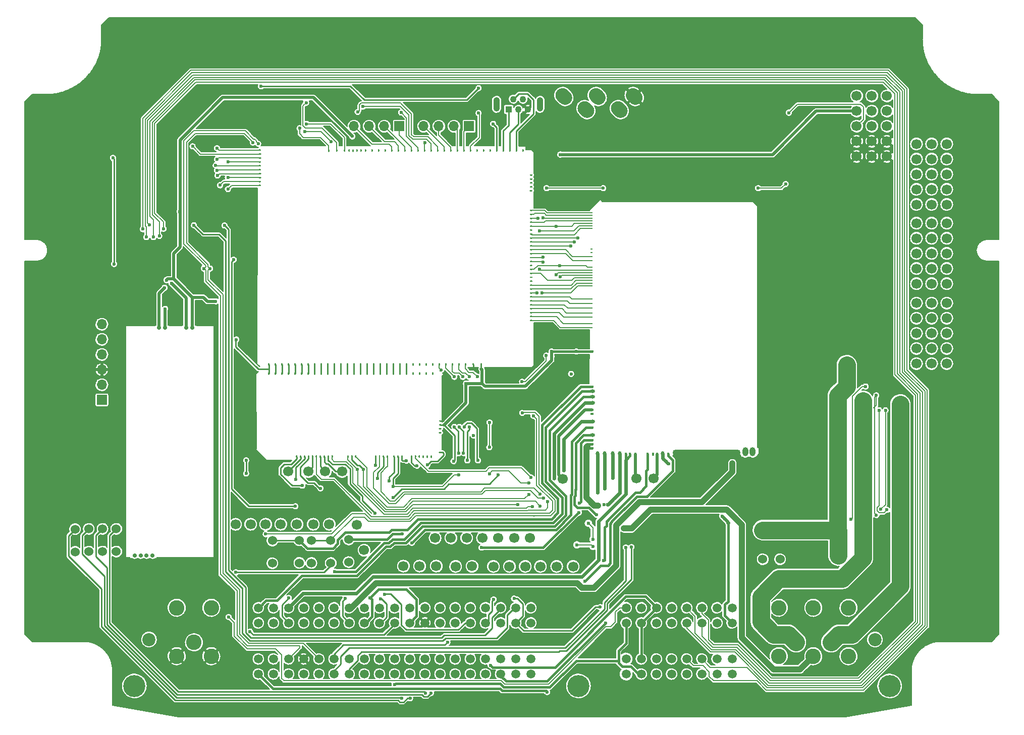
<source format=gbl>
G04 #@! TF.GenerationSoftware,KiCad,Pcbnew,(5.99.0-10192-g8d0191151d)*
G04 #@! TF.CreationDate,2021-05-01T13:23:39+03:00*
G04 #@! TF.ProjectId,hellen121vag,68656c6c-656e-4313-9231-7661672e6b69,a*
G04 #@! TF.SameCoordinates,PX2b953a0PY6943058*
G04 #@! TF.FileFunction,Copper,L2,Bot*
G04 #@! TF.FilePolarity,Positive*
%FSLAX46Y46*%
G04 Gerber Fmt 4.6, Leading zero omitted, Abs format (unit mm)*
G04 Created by KiCad (PCBNEW (5.99.0-10192-g8d0191151d)) date 2021-05-01 13:23:39*
%MOMM*%
%LPD*%
G01*
G04 APERTURE LIST*
G04 #@! TA.AperFunction,ComponentPad*
%ADD10C,3.700000*%
G04 #@! TD*
G04 #@! TA.AperFunction,ComponentPad*
%ADD11C,2.200000*%
G04 #@! TD*
G04 #@! TA.AperFunction,ComponentPad*
%ADD12C,2.600000*%
G04 #@! TD*
G04 #@! TA.AperFunction,ComponentPad*
%ADD13C,1.500000*%
G04 #@! TD*
G04 #@! TA.AperFunction,ComponentPad*
%ADD14C,1.700000*%
G04 #@! TD*
G04 #@! TA.AperFunction,ComponentPad*
%ADD15C,0.599999*%
G04 #@! TD*
G04 #@! TA.AperFunction,SMDPad,CuDef*
%ADD16O,25.600000X0.200000*%
G04 #@! TD*
G04 #@! TA.AperFunction,SMDPad,CuDef*
%ADD17O,0.200000X40.800000*%
G04 #@! TD*
G04 #@! TA.AperFunction,SMDPad,CuDef*
%ADD18O,1.000001X1.500000*%
G04 #@! TD*
G04 #@! TA.AperFunction,SMDPad,CuDef*
%ADD19O,11.400000X1.100000*%
G04 #@! TD*
G04 #@! TA.AperFunction,SMDPad,CuDef*
%ADD20O,0.399999X0.599999*%
G04 #@! TD*
G04 #@! TA.AperFunction,SMDPad,CuDef*
%ADD21O,0.599999X0.800001*%
G04 #@! TD*
G04 #@! TA.AperFunction,SMDPad,CuDef*
%ADD22O,0.599999X0.399999*%
G04 #@! TD*
G04 #@! TA.AperFunction,SMDPad,CuDef*
%ADD23O,0.800001X0.599999*%
G04 #@! TD*
G04 #@! TA.AperFunction,SMDPad,CuDef*
%ADD24O,0.399999X0.200000*%
G04 #@! TD*
G04 #@! TA.AperFunction,ComponentPad*
%ADD25C,1.524000*%
G04 #@! TD*
G04 #@! TA.AperFunction,ComponentPad*
%ADD26C,0.700000*%
G04 #@! TD*
G04 #@! TA.AperFunction,SMDPad,CuDef*
%ADD27R,0.250000X39.250000*%
G04 #@! TD*
G04 #@! TA.AperFunction,SMDPad,CuDef*
%ADD28R,0.950000X0.250000*%
G04 #@! TD*
G04 #@! TA.AperFunction,SMDPad,CuDef*
%ADD29R,5.050000X0.250000*%
G04 #@! TD*
G04 #@! TA.AperFunction,SMDPad,CuDef*
%ADD30R,3.100000X0.250000*%
G04 #@! TD*
G04 #@! TA.AperFunction,SMDPad,CuDef*
%ADD31R,2.250000X0.250000*%
G04 #@! TD*
G04 #@! TA.AperFunction,SMDPad,CuDef*
%ADD32R,9.750000X0.250000*%
G04 #@! TD*
G04 #@! TA.AperFunction,ComponentPad*
%ADD33R,1.700000X1.700000*%
G04 #@! TD*
G04 #@! TA.AperFunction,ComponentPad*
%ADD34O,1.700000X1.700000*%
G04 #@! TD*
G04 #@! TA.AperFunction,ComponentPad*
%ADD35C,0.600000*%
G04 #@! TD*
G04 #@! TA.AperFunction,ComponentPad*
%ADD36R,1.100000X1.100000*%
G04 #@! TD*
G04 #@! TA.AperFunction,ComponentPad*
%ADD37C,1.100000*%
G04 #@! TD*
G04 #@! TA.AperFunction,ComponentPad*
%ADD38O,1.100000X2.400000*%
G04 #@! TD*
G04 #@! TA.AperFunction,SMDPad,CuDef*
%ADD39C,2.000000*%
G04 #@! TD*
G04 #@! TA.AperFunction,ViaPad*
%ADD40C,0.600000*%
G04 #@! TD*
G04 #@! TA.AperFunction,ViaPad*
%ADD41C,2.000000*%
G04 #@! TD*
G04 #@! TA.AperFunction,ViaPad*
%ADD42C,0.800000*%
G04 #@! TD*
G04 #@! TA.AperFunction,Conductor*
%ADD43C,0.400000*%
G04 #@! TD*
G04 #@! TA.AperFunction,Conductor*
%ADD44C,0.500000*%
G04 #@! TD*
G04 #@! TA.AperFunction,Conductor*
%ADD45C,0.254000*%
G04 #@! TD*
G04 #@! TA.AperFunction,Conductor*
%ADD46C,0.250000*%
G04 #@! TD*
G04 #@! TA.AperFunction,Conductor*
%ADD47C,0.200000*%
G04 #@! TD*
G04 #@! TA.AperFunction,Conductor*
%ADD48C,1.778000*%
G04 #@! TD*
G04 #@! TA.AperFunction,Conductor*
%ADD49C,0.600000*%
G04 #@! TD*
G04 #@! TA.AperFunction,Conductor*
%ADD50C,1.000000*%
G04 #@! TD*
G04 #@! TA.AperFunction,Conductor*
%ADD51C,3.000000*%
G04 #@! TD*
G04 APERTURE END LIST*
D10*
G04 #@! TO.P,P1,*
G04 #@! TO.N,*
X145348000Y5492000D03*
X18648000Y5492000D03*
X93148000Y5492000D03*
D11*
X142898000Y13292000D03*
X21098000Y13292000D03*
D12*
G04 #@! TO.P,P1,1,1*
G04 #@! TO.N,GND*
X25748000Y10492000D03*
G04 #@! TO.P,P1,2,2*
X31548000Y10492000D03*
G04 #@! TO.P,P1,3,3*
G04 #@! TO.N,Net-(F1-Pad1)*
X28648000Y12822000D03*
G04 #@! TO.P,P1,4,4*
G04 #@! TO.N,unconnected-(P1-Pad4)*
X25748000Y18622000D03*
G04 #@! TO.P,P1,5,5*
G04 #@! TO.N,/LSU_HEAT-*
X31548000Y18622000D03*
D13*
G04 #@! TO.P,P1,6,6*
G04 #@! TO.N,unconnected-(P1-Pad6)*
X85168000Y18622000D03*
G04 #@! TO.P,P1,7,7*
G04 #@! TO.N,/OUT_IGN2*
X82628000Y18622000D03*
G04 #@! TO.P,P1,8,8*
G04 #@! TO.N,/OUT_IGN7*
X80088000Y18622000D03*
G04 #@! TO.P,P1,9,9*
G04 #@! TO.N,Net-(P1-Pad9)*
X77548000Y18622000D03*
G04 #@! TO.P,P1,10,10*
G04 #@! TO.N,Net-(P1-Pad10)*
X75008000Y18622000D03*
G04 #@! TO.P,P1,11,11*
G04 #@! TO.N,Net-(P1-Pad11)*
X72468000Y18622000D03*
G04 #@! TO.P,P1,12,12*
G04 #@! TO.N,Net-(P1-Pad12)*
X69928000Y18622000D03*
G04 #@! TO.P,P1,13,13*
G04 #@! TO.N,Net-(P1-Pad13)*
X67388000Y18622000D03*
G04 #@! TO.P,P1,14,14*
G04 #@! TO.N,/IN_AFR*
X64848000Y18622000D03*
G04 #@! TO.P,P1,15,15*
G04 #@! TO.N,unconnected-(P1-Pad15)*
X62308000Y18622000D03*
G04 #@! TO.P,P1,16,16*
G04 #@! TO.N,unconnected-(P1-Pad16)*
X59768000Y18622000D03*
G04 #@! TO.P,P1,17,17*
G04 #@! TO.N,Net-(P1-Pad17)*
X57228000Y18622000D03*
G04 #@! TO.P,P1,18,18*
G04 #@! TO.N,/OUT_VVT2_B1*
X54688000Y18622000D03*
G04 #@! TO.P,P1,19,19*
G04 #@! TO.N,/OUT_INJ7*
X52148000Y18622000D03*
G04 #@! TO.P,P1,20,20*
G04 #@! TO.N,Net-(P1-Pad20)*
X49608000Y18622000D03*
G04 #@! TO.P,P1,21,21*
G04 #@! TO.N,Net-(P1-Pad21)*
X47068000Y18622000D03*
G04 #@! TO.P,P1,22,22*
G04 #@! TO.N,/OUT_VVT1_1*
X44528000Y18622000D03*
G04 #@! TO.P,P1,23,23*
G04 #@! TO.N,Net-(P1-Pad23)*
X41988000Y18622000D03*
G04 #@! TO.P,P1,24,24*
G04 #@! TO.N,/OUT_INJ8*
X39448000Y18622000D03*
G04 #@! TO.P,P1,25,25*
G04 #@! TO.N,unconnected-(P1-Pad25)*
X85168000Y16082000D03*
G04 #@! TO.P,P1,26,26*
G04 #@! TO.N,/IN_IAT*
X82628000Y16082000D03*
G04 #@! TO.P,P1,27,27*
G04 #@! TO.N,GNDA*
X80088000Y16082000D03*
G04 #@! TO.P,P1,28,28*
G04 #@! TO.N,Net-(P1-Pad28)*
X77548000Y16082000D03*
G04 #@! TO.P,P1,29,29*
G04 #@! TO.N,/IN_MAF*
X75008000Y16082000D03*
G04 #@! TO.P,P1,30,30*
G04 #@! TO.N,unconnected-(P1-Pad30)*
X72468000Y16082000D03*
G04 #@! TO.P,P1,31,31*
G04 #@! TO.N,unconnected-(P1-Pad31)*
X69928000Y16082000D03*
G04 #@! TO.P,P1,32,32*
G04 #@! TO.N,GND*
X67388000Y16082000D03*
G04 #@! TO.P,P1,33,33*
G04 #@! TO.N,GNDA*
X64848000Y16082000D03*
G04 #@! TO.P,P1,34,34*
G04 #@! TO.N,/IN_PPS1*
X62308000Y16082000D03*
G04 #@! TO.P,P1,35,35*
G04 #@! TO.N,/IN_PPS2*
X59768000Y16082000D03*
G04 #@! TO.P,P1,36,36*
G04 #@! TO.N,GNDA*
X57228000Y16082000D03*
G04 #@! TO.P,P1,37,37*
G04 #@! TO.N,Net-(P1-Pad37)*
X54688000Y16082000D03*
G04 #@! TO.P,P1,38,38*
G04 #@! TO.N,/IN_RES1*
X52148000Y16082000D03*
G04 #@! TO.P,P1,39,39*
G04 #@! TO.N,/IN_RES2*
X49608000Y16082000D03*
G04 #@! TO.P,P1,40,40*
G04 #@! TO.N,Net-(P1-Pad40)*
X47068000Y16082000D03*
G04 #@! TO.P,P1,41,41*
G04 #@! TO.N,Net-(P1-Pad41)*
X44528000Y16082000D03*
G04 #@! TO.P,P1,42,42*
G04 #@! TO.N,unconnected-(P1-Pad42)*
X41988000Y16082000D03*
G04 #@! TO.P,P1,43,43*
G04 #@! TO.N,Net-(P1-Pad43)*
X39448000Y16082000D03*
G04 #@! TO.P,P1,44,44*
G04 #@! TO.N,Net-(P1-Pad44)*
X85168000Y10032000D03*
G04 #@! TO.P,P1,45,45*
G04 #@! TO.N,Net-(P1-Pad45)*
X82628000Y10032000D03*
G04 #@! TO.P,P1,46,46*
G04 #@! TO.N,Net-(P1-Pad46)*
X80088000Y10032000D03*
G04 #@! TO.P,P1,47,47*
G04 #@! TO.N,/OUT_CE*
X77548000Y10032000D03*
G04 #@! TO.P,P1,48,48*
G04 #@! TO.N,Net-(P1-Pad48)*
X75008000Y10032000D03*
G04 #@! TO.P,P1,49,49*
G04 #@! TO.N,Net-(P1-Pad49)*
X72468000Y10032000D03*
G04 #@! TO.P,P1,50,50*
G04 #@! TO.N,GNDA*
X69928000Y10032000D03*
G04 #@! TO.P,P1,51,51*
G04 #@! TO.N,Net-(P1-Pad51)*
X67388000Y10032000D03*
G04 #@! TO.P,P1,52,52*
G04 #@! TO.N,Net-(P1-Pad52)*
X64848000Y10032000D03*
G04 #@! TO.P,P1,53,53*
G04 #@! TO.N,+5VA*
X62308000Y10032000D03*
G04 #@! TO.P,P1,54,54*
G04 #@! TO.N,/IN_VSS*
X59768000Y10032000D03*
G04 #@! TO.P,P1,55,55*
G04 #@! TO.N,/IN_D1*
X57228000Y10032000D03*
G04 #@! TO.P,P1,56,56*
G04 #@! TO.N,Net-(P1-Pad56)*
X54688000Y10032000D03*
G04 #@! TO.P,P1,57,57*
G04 #@! TO.N,/IN_D2*
X52148000Y10032000D03*
G04 #@! TO.P,P1,58,58*
G04 #@! TO.N,/CAN-*
X49608000Y10032000D03*
G04 #@! TO.P,P1,59,59*
G04 #@! TO.N,GND*
X47068000Y10032000D03*
G04 #@! TO.P,P1,60,60*
G04 #@! TO.N,/CAN+*
X44528000Y10032000D03*
G04 #@! TO.P,P1,61,61*
G04 #@! TO.N,Net-(P1-Pad61)*
X41988000Y10032000D03*
G04 #@! TO.P,P1,62,62*
G04 #@! TO.N,/V12_PERM*
X39448000Y10032000D03*
G04 #@! TO.P,P1,63,63*
G04 #@! TO.N,Net-(P1-Pad63)*
X85168000Y7492000D03*
G04 #@! TO.P,P1,64,64*
G04 #@! TO.N,Net-(P1-Pad64)*
X82628000Y7492000D03*
G04 #@! TO.P,P1,65,65*
G04 #@! TO.N,/OUT_PUMP*
X80088000Y7492000D03*
G04 #@! TO.P,P1,66,66*
G04 #@! TO.N,Net-(P1-Pad66)*
X77548000Y7492000D03*
G04 #@! TO.P,P1,67,67*
G04 #@! TO.N,Net-(P1-Pad67)*
X75008000Y7492000D03*
G04 #@! TO.P,P1,68,68*
G04 #@! TO.N,Net-(P1-Pad68)*
X72468000Y7492000D03*
G04 #@! TO.P,P1,69,69*
G04 #@! TO.N,Net-(P1-Pad69)*
X69928000Y7492000D03*
G04 #@! TO.P,P1,70,70*
G04 #@! TO.N,Net-(P1-Pad70)*
X67388000Y7492000D03*
G04 #@! TO.P,P1,71,71*
G04 #@! TO.N,Net-(P1-Pad71)*
X64848000Y7492000D03*
G04 #@! TO.P,P1,72,72*
G04 #@! TO.N,+5VA*
X62308000Y7492000D03*
G04 #@! TO.P,P1,73,73*
X59768000Y7492000D03*
G04 #@! TO.P,P1,74,74*
G04 #@! TO.N,Net-(P1-Pad74)*
X57228000Y7492000D03*
G04 #@! TO.P,P1,75,75*
G04 #@! TO.N,/IN_D3*
X54688000Y7492000D03*
G04 #@! TO.P,P1,76,76*
G04 #@! TO.N,/IN_D4*
X52148000Y7492000D03*
G04 #@! TO.P,P1,77,77*
G04 #@! TO.N,unconnected-(P1-Pad77)*
X49608000Y7492000D03*
G04 #@! TO.P,P1,78,78*
G04 #@! TO.N,unconnected-(P1-Pad78)*
X47068000Y7492000D03*
G04 #@! TO.P,P1,79,79*
G04 #@! TO.N,unconnected-(P1-Pad79)*
X44528000Y7492000D03*
G04 #@! TO.P,P1,80,80*
G04 #@! TO.N,Net-(P1-Pad80)*
X41988000Y7492000D03*
G04 #@! TO.P,P1,81,81*
G04 #@! TO.N,/OUT_FUEL_CONSUM*
X39448000Y7492000D03*
G04 #@! TO.P,P1,82,82*
G04 #@! TO.N,/IN_CRANK+*
X101138000Y7492000D03*
G04 #@! TO.P,P1,83,83*
G04 #@! TO.N,+5VA*
X103678000Y7492000D03*
G04 #@! TO.P,P1,84,84*
G04 #@! TO.N,/IN_TPS2*
X106218000Y7492000D03*
G04 #@! TO.P,P1,85,85*
G04 #@! TO.N,/IN_IAT*
X108758000Y7492000D03*
G04 #@! TO.P,P1,86,86*
G04 #@! TO.N,/IN_CAM1*
X111298000Y7492000D03*
G04 #@! TO.P,P1,87,87*
G04 #@! TO.N,/IN_CAM2*
X113838000Y7492000D03*
G04 #@! TO.P,P1,88,88*
G04 #@! TO.N,/OUT_INJ4*
X116378000Y7492000D03*
G04 #@! TO.P,P1,89,89*
G04 #@! TO.N,/OUT_INJ2*
X118918000Y7492000D03*
G04 #@! TO.P,P1,90,90*
G04 #@! TO.N,/IN_CRANK-*
X101138000Y10032000D03*
G04 #@! TO.P,P1,91,91*
G04 #@! TO.N,GNDA*
X103678000Y10032000D03*
G04 #@! TO.P,P1,92,92*
G04 #@! TO.N,/IN_TPS1*
X106218000Y10032000D03*
G04 #@! TO.P,P1,93,93*
G04 #@! TO.N,/IN_CLT*
X108758000Y10032000D03*
G04 #@! TO.P,P1,94,94*
G04 #@! TO.N,/OUT_IGN4*
X111298000Y10032000D03*
G04 #@! TO.P,P1,95,95*
G04 #@! TO.N,/OUT_IGN8*
X113838000Y10032000D03*
G04 #@! TO.P,P1,96,96*
G04 #@! TO.N,/OUT_INJ1*
X116378000Y10032000D03*
G04 #@! TO.P,P1,97,97*
G04 #@! TO.N,/OUT_INJ3*
X118918000Y10032000D03*
G04 #@! TO.P,P1,98,98*
G04 #@! TO.N,+5VA*
X101138000Y16082000D03*
G04 #@! TO.P,P1,99,99*
G04 #@! TO.N,GNDA*
X103678000Y16082000D03*
G04 #@! TO.P,P1,100,100*
G04 #@! TO.N,unconnected-(P1-Pad100)*
X106218000Y16082000D03*
G04 #@! TO.P,P1,101,101*
G04 #@! TO.N,/IN_MAP2*
X108758000Y16082000D03*
G04 #@! TO.P,P1,102,102*
G04 #@! TO.N,/OUT_IGN1*
X111298000Y16082000D03*
G04 #@! TO.P,P1,103,103*
G04 #@! TO.N,/OUT_IGN5*
X113838000Y16082000D03*
G04 #@! TO.P,P1,104,104*
G04 #@! TO.N,/OUT_WASTEGATE*
X116378000Y16082000D03*
G04 #@! TO.P,P1,105,105*
G04 #@! TO.N,/OUT_IDLE*
X118918000Y16082000D03*
G04 #@! TO.P,P1,106,106*
G04 #@! TO.N,/IN_KNOCK1_RAW*
X101138000Y18622000D03*
G04 #@! TO.P,P1,107,107*
G04 #@! TO.N,/IN_KNOCK2_RAW*
X103678000Y18622000D03*
G04 #@! TO.P,P1,108,108*
G04 #@! TO.N,GNDA*
X106218000Y18622000D03*
G04 #@! TO.P,P1,109,109*
G04 #@! TO.N,unconnected-(P1-Pad109)*
X108758000Y18622000D03*
G04 #@! TO.P,P1,110,110*
G04 #@! TO.N,/OUT_IGN6*
X111298000Y18622000D03*
G04 #@! TO.P,P1,111,111*
G04 #@! TO.N,/OUT_IGN3*
X113838000Y18622000D03*
G04 #@! TO.P,P1,112,112*
G04 #@! TO.N,/OUT_INJ6*
X116378000Y18622000D03*
G04 #@! TO.P,P1,113,113*
G04 #@! TO.N,/OUT_INJ5*
X118918000Y18622000D03*
D12*
G04 #@! TO.P,P1,114,114*
G04 #@! TO.N,unconnected-(P1-Pad114)*
X126748000Y10492000D03*
G04 #@! TO.P,P1,115,115*
G04 #@! TO.N,/OUT_VVT1_2*
X132548000Y10492000D03*
G04 #@! TO.P,P1,116,116*
G04 #@! TO.N,unconnected-(P1-Pad116)*
X138448000Y10492000D03*
G04 #@! TO.P,P1,117,117*
G04 #@! TO.N,/+ETB_OUT*
X129648000Y12822000D03*
G04 #@! TO.P,P1,118,118*
G04 #@! TO.N,/-ETB_OUT*
X135548000Y12822000D03*
G04 #@! TO.P,P1,119,119*
G04 #@! TO.N,unconnected-(P1-Pad119)*
X126748000Y18622000D03*
G04 #@! TO.P,P1,120,120*
G04 #@! TO.N,/OUT_VVT2_B2*
X132548000Y18622000D03*
G04 #@! TO.P,P1,121,121*
G04 #@! TO.N,Net-(F2-Pad1)*
X138448000Y18622000D03*
G04 #@! TD*
G04 #@! TO.P,M3,E1,SPI1_SCK*
G04 #@! TO.N,unconnected-(M3-PadE1)*
G04 #@! TA.AperFunction,SMDPad,CuDef*
G36*
G01*
X85339497Y91171375D02*
X85089497Y91171375D01*
G75*
G02*
X84964497Y91296375I0J125000D01*
G01*
X84964497Y91296375D01*
G75*
G02*
X85089497Y91421375I125000J0D01*
G01*
X85339497Y91421375D01*
G75*
G02*
X85464497Y91296375I0J-125000D01*
G01*
X85464497Y91296375D01*
G75*
G02*
X85339497Y91171375I-125000J0D01*
G01*
G37*
G04 #@! TD.AperFunction*
G04 #@! TO.P,M3,E2,SPI1_MISO*
G04 #@! TO.N,unconnected-(M3-PadE2)*
G04 #@! TA.AperFunction,SMDPad,CuDef*
G36*
G01*
X85089497Y90761377D02*
X85339497Y90761377D01*
G75*
G02*
X85464497Y90636377I0J-125000D01*
G01*
X85464497Y90636377D01*
G75*
G02*
X85339497Y90511377I-125000J0D01*
G01*
X85089497Y90511377D01*
G75*
G02*
X84964497Y90636377I0J125000D01*
G01*
X84964497Y90636377D01*
G75*
G02*
X85089497Y90761377I125000J0D01*
G01*
G37*
G04 #@! TD.AperFunction*
G04 #@! TO.P,M3,E3,SPI1_MOSI*
G04 #@! TO.N,unconnected-(M3-PadE3)*
G04 #@! TA.AperFunction,SMDPad,CuDef*
G36*
G01*
X85089497Y90101372D02*
X85339497Y90101372D01*
G75*
G02*
X85464497Y89976372I0J-125000D01*
G01*
X85464497Y89976372D01*
G75*
G02*
X85339497Y89851372I-125000J0D01*
G01*
X85089497Y89851372D01*
G75*
G02*
X84964497Y89976372I0J125000D01*
G01*
X84964497Y89976372D01*
G75*
G02*
X85089497Y90101372I125000J0D01*
G01*
G37*
G04 #@! TD.AperFunction*
G04 #@! TO.P,M3,E4,SPI1_CS1*
G04 #@! TO.N,unconnected-(M3-PadE4)*
G04 #@! TA.AperFunction,SMDPad,CuDef*
G36*
G01*
X85089497Y89441377D02*
X85339497Y89441377D01*
G75*
G02*
X85464497Y89316377I0J-125000D01*
G01*
X85464497Y89316377D01*
G75*
G02*
X85339497Y89191377I-125000J0D01*
G01*
X85089497Y89191377D01*
G75*
G02*
X84964497Y89316377I0J125000D01*
G01*
X84964497Y89316377D01*
G75*
G02*
X85089497Y89441377I125000J0D01*
G01*
G37*
G04 #@! TD.AperFunction*
G04 #@! TO.P,M3,E5,SPI1_CS2*
G04 #@! TO.N,unconnected-(M3-PadE5)*
G04 #@! TA.AperFunction,SMDPad,CuDef*
G36*
G01*
X85089497Y88781375D02*
X85339497Y88781375D01*
G75*
G02*
X85464497Y88656375I0J-125000D01*
G01*
X85464497Y88656375D01*
G75*
G02*
X85339497Y88531375I-125000J0D01*
G01*
X85089497Y88531375D01*
G75*
G02*
X84964497Y88656375I0J125000D01*
G01*
X84964497Y88656375D01*
G75*
G02*
X85089497Y88781375I125000J0D01*
G01*
G37*
G04 #@! TD.AperFunction*
G04 #@! TO.P,M3,E6,OUT_IO3*
G04 #@! TO.N,/MAIN*
G04 #@! TA.AperFunction,SMDPad,CuDef*
G36*
G01*
X85089497Y85481374D02*
X85339497Y85481374D01*
G75*
G02*
X85464497Y85356374I0J-125000D01*
G01*
X85464497Y85356374D01*
G75*
G02*
X85339497Y85231374I-125000J0D01*
G01*
X85089497Y85231374D01*
G75*
G02*
X84964497Y85356374I0J125000D01*
G01*
X84964497Y85356374D01*
G75*
G02*
X85089497Y85481374I125000J0D01*
G01*
G37*
G04 #@! TD.AperFunction*
G04 #@! TO.P,M3,E7,OUT_IO5*
G04 #@! TO.N,/OUT1*
G04 #@! TA.AperFunction,SMDPad,CuDef*
G36*
G01*
X85089497Y84821373D02*
X85339497Y84821373D01*
G75*
G02*
X85464497Y84696373I0J-125000D01*
G01*
X85464497Y84696373D01*
G75*
G02*
X85339497Y84571373I-125000J0D01*
G01*
X85089497Y84571373D01*
G75*
G02*
X84964497Y84696373I0J125000D01*
G01*
X84964497Y84696373D01*
G75*
G02*
X85089497Y84821373I125000J0D01*
G01*
G37*
G04 #@! TD.AperFunction*
G04 #@! TO.P,M3,E8,OUT_IO1*
G04 #@! TO.N,/PUMP*
G04 #@! TA.AperFunction,SMDPad,CuDef*
G36*
G01*
X85089497Y84161371D02*
X85339497Y84161371D01*
G75*
G02*
X85464497Y84036371I0J-125000D01*
G01*
X85464497Y84036371D01*
G75*
G02*
X85339497Y83911371I-125000J0D01*
G01*
X85089497Y83911371D01*
G75*
G02*
X84964497Y84036371I0J125000D01*
G01*
X84964497Y84036371D01*
G75*
G02*
X85089497Y84161371I125000J0D01*
G01*
G37*
G04 #@! TD.AperFunction*
G04 #@! TO.P,M3,E9,OUT_IO6*
G04 #@! TO.N,/OUT2*
G04 #@! TA.AperFunction,SMDPad,CuDef*
G36*
G01*
X85089497Y83501373D02*
X85339497Y83501373D01*
G75*
G02*
X85464497Y83376373I0J-125000D01*
G01*
X85464497Y83376373D01*
G75*
G02*
X85339497Y83251373I-125000J0D01*
G01*
X85089497Y83251373D01*
G75*
G02*
X84964497Y83376373I0J125000D01*
G01*
X84964497Y83376373D01*
G75*
G02*
X85089497Y83501373I125000J0D01*
G01*
G37*
G04 #@! TD.AperFunction*
G04 #@! TO.P,M3,E10,OUT_IO10*
G04 #@! TO.N,/VVT1_1*
G04 #@! TA.AperFunction,SMDPad,CuDef*
G36*
G01*
X85089497Y82841371D02*
X85339497Y82841371D01*
G75*
G02*
X85464497Y82716371I0J-125000D01*
G01*
X85464497Y82716371D01*
G75*
G02*
X85339497Y82591371I-125000J0D01*
G01*
X85089497Y82591371D01*
G75*
G02*
X84964497Y82716371I0J125000D01*
G01*
X84964497Y82716371D01*
G75*
G02*
X85089497Y82841371I125000J0D01*
G01*
G37*
G04 #@! TD.AperFunction*
G04 #@! TO.P,M3,E11,OUT_IO9*
G04 #@! TO.N,unconnected-(M3-PadE11)*
G04 #@! TA.AperFunction,SMDPad,CuDef*
G36*
G01*
X85089497Y82181373D02*
X85339497Y82181373D01*
G75*
G02*
X85464497Y82056373I0J-125000D01*
G01*
X85464497Y82056373D01*
G75*
G02*
X85339497Y81931373I-125000J0D01*
G01*
X85089497Y81931373D01*
G75*
G02*
X84964497Y82056373I0J125000D01*
G01*
X84964497Y82056373D01*
G75*
G02*
X85089497Y82181373I125000J0D01*
G01*
G37*
G04 #@! TD.AperFunction*
G04 #@! TO.P,M3,E12,OUT_IO2*
G04 #@! TO.N,/WASTEGATE*
G04 #@! TA.AperFunction,SMDPad,CuDef*
G36*
G01*
X85089497Y81521372D02*
X85339497Y81521372D01*
G75*
G02*
X85464497Y81396372I0J-125000D01*
G01*
X85464497Y81396372D01*
G75*
G02*
X85339497Y81271372I-125000J0D01*
G01*
X85089497Y81271372D01*
G75*
G02*
X84964497Y81396372I0J125000D01*
G01*
X84964497Y81396372D01*
G75*
G02*
X85089497Y81521372I125000J0D01*
G01*
G37*
G04 #@! TD.AperFunction*
G04 #@! TO.P,M3,E13,OUT_IO12*
G04 #@! TO.N,/ETB_EN*
G04 #@! TA.AperFunction,SMDPad,CuDef*
G36*
G01*
X85089497Y80861373D02*
X85339497Y80861373D01*
G75*
G02*
X85464497Y80736373I0J-125000D01*
G01*
X85464497Y80736373D01*
G75*
G02*
X85339497Y80611373I-125000J0D01*
G01*
X85089497Y80611373D01*
G75*
G02*
X84964497Y80736373I0J125000D01*
G01*
X84964497Y80736373D01*
G75*
G02*
X85089497Y80861373I125000J0D01*
G01*
G37*
G04 #@! TD.AperFunction*
G04 #@! TO.P,M3,E14,OUT_PWM2*
G04 #@! TO.N,/+ETB*
G04 #@! TA.AperFunction,SMDPad,CuDef*
G36*
G01*
X85089497Y80201372D02*
X85339497Y80201372D01*
G75*
G02*
X85464497Y80076372I0J-125000D01*
G01*
X85464497Y80076372D01*
G75*
G02*
X85339497Y79951372I-125000J0D01*
G01*
X85089497Y79951372D01*
G75*
G02*
X84964497Y80076372I0J125000D01*
G01*
X84964497Y80076372D01*
G75*
G02*
X85089497Y80201372I125000J0D01*
G01*
G37*
G04 #@! TD.AperFunction*
G04 #@! TO.P,M3,E15,OUT_PWM3*
G04 #@! TO.N,/-ETB*
G04 #@! TA.AperFunction,SMDPad,CuDef*
G36*
G01*
X85089497Y79541373D02*
X85339497Y79541373D01*
G75*
G02*
X85464497Y79416373I0J-125000D01*
G01*
X85464497Y79416373D01*
G75*
G02*
X85339497Y79291373I-125000J0D01*
G01*
X85089497Y79291373D01*
G75*
G02*
X84964497Y79416373I0J125000D01*
G01*
X84964497Y79416373D01*
G75*
G02*
X85089497Y79541373I125000J0D01*
G01*
G37*
G04 #@! TD.AperFunction*
G04 #@! TO.P,M3,E16,OUT_PWM4*
G04 #@! TO.N,/VVT2_B2*
G04 #@! TA.AperFunction,SMDPad,CuDef*
G36*
G01*
X85089497Y78881372D02*
X85339497Y78881372D01*
G75*
G02*
X85464497Y78756372I0J-125000D01*
G01*
X85464497Y78756372D01*
G75*
G02*
X85339497Y78631372I-125000J0D01*
G01*
X85089497Y78631372D01*
G75*
G02*
X84964497Y78756372I0J125000D01*
G01*
X84964497Y78756372D01*
G75*
G02*
X85089497Y78881372I125000J0D01*
G01*
G37*
G04 #@! TD.AperFunction*
G04 #@! TO.P,M3,E17,OUT_PWM5*
G04 #@! TO.N,/VVT2_B1*
G04 #@! TA.AperFunction,SMDPad,CuDef*
G36*
G01*
X85089497Y78221373D02*
X85339497Y78221373D01*
G75*
G02*
X85464497Y78096373I0J-125000D01*
G01*
X85464497Y78096373D01*
G75*
G02*
X85339497Y77971373I-125000J0D01*
G01*
X85089497Y77971373D01*
G75*
G02*
X84964497Y78096373I0J125000D01*
G01*
X84964497Y78096373D01*
G75*
G02*
X85089497Y78221373I125000J0D01*
G01*
G37*
G04 #@! TD.AperFunction*
G04 #@! TO.P,M3,E18,OUT_PWM6*
G04 #@! TO.N,/IDLE*
G04 #@! TA.AperFunction,SMDPad,CuDef*
G36*
G01*
X85089497Y77561372D02*
X85339497Y77561372D01*
G75*
G02*
X85464497Y77436372I0J-125000D01*
G01*
X85464497Y77436372D01*
G75*
G02*
X85339497Y77311372I-125000J0D01*
G01*
X85089497Y77311372D01*
G75*
G02*
X84964497Y77436372I0J125000D01*
G01*
X84964497Y77436372D01*
G75*
G02*
X85089497Y77561372I125000J0D01*
G01*
G37*
G04 #@! TD.AperFunction*
G04 #@! TO.P,M3,E19,OUT_PWM7*
G04 #@! TO.N,/FUEL_CONSUM*
G04 #@! TA.AperFunction,SMDPad,CuDef*
G36*
G01*
X85089497Y76901373D02*
X85339497Y76901373D01*
G75*
G02*
X85464497Y76776373I0J-125000D01*
G01*
X85464497Y76776373D01*
G75*
G02*
X85339497Y76651373I-125000J0D01*
G01*
X85089497Y76651373D01*
G75*
G02*
X84964497Y76776373I0J125000D01*
G01*
X84964497Y76776373D01*
G75*
G02*
X85089497Y76901373I125000J0D01*
G01*
G37*
G04 #@! TD.AperFunction*
G04 #@! TO.P,M3,E20,OUT_IO11*
G04 #@! TO.N,unconnected-(M3-PadE20)*
G04 #@! TA.AperFunction,SMDPad,CuDef*
G36*
G01*
X85089497Y76241372D02*
X85339497Y76241372D01*
G75*
G02*
X85464497Y76116372I0J-125000D01*
G01*
X85464497Y76116372D01*
G75*
G02*
X85339497Y75991372I-125000J0D01*
G01*
X85089497Y75991372D01*
G75*
G02*
X84964497Y76116372I0J125000D01*
G01*
X84964497Y76116372D01*
G75*
G02*
X85089497Y76241372I125000J0D01*
G01*
G37*
G04 #@! TD.AperFunction*
G04 #@! TO.P,M3,E21,OUT_IO7*
G04 #@! TO.N,/VVT1_2*
G04 #@! TA.AperFunction,SMDPad,CuDef*
G36*
G01*
X85089497Y75581373D02*
X85339497Y75581373D01*
G75*
G02*
X85464497Y75456373I0J-125000D01*
G01*
X85464497Y75456373D01*
G75*
G02*
X85339497Y75331373I-125000J0D01*
G01*
X85089497Y75331373D01*
G75*
G02*
X84964497Y75456373I0J125000D01*
G01*
X84964497Y75456373D01*
G75*
G02*
X85089497Y75581373I125000J0D01*
G01*
G37*
G04 #@! TD.AperFunction*
G04 #@! TO.P,M3,E22,OUT_IO8*
G04 #@! TO.N,/CE*
G04 #@! TA.AperFunction,SMDPad,CuDef*
G36*
G01*
X85089497Y74921372D02*
X85339497Y74921372D01*
G75*
G02*
X85464497Y74796372I0J-125000D01*
G01*
X85464497Y74796372D01*
G75*
G02*
X85339497Y74671372I-125000J0D01*
G01*
X85089497Y74671372D01*
G75*
G02*
X84964497Y74796372I0J125000D01*
G01*
X84964497Y74796372D01*
G75*
G02*
X85089497Y74921372I125000J0D01*
G01*
G37*
G04 #@! TD.AperFunction*
G04 #@! TO.P,M3,E23,OUT_IO4*
G04 #@! TO.N,unconnected-(M3-PadE23)*
G04 #@! TA.AperFunction,SMDPad,CuDef*
G36*
G01*
X85089497Y74261373D02*
X85339497Y74261373D01*
G75*
G02*
X85464497Y74136373I0J-125000D01*
G01*
X85464497Y74136373D01*
G75*
G02*
X85339497Y74011373I-125000J0D01*
G01*
X85089497Y74011373D01*
G75*
G02*
X84964497Y74136373I0J125000D01*
G01*
X84964497Y74136373D01*
G75*
G02*
X85089497Y74261373I125000J0D01*
G01*
G37*
G04 #@! TD.AperFunction*
G04 #@! TO.P,M3,E24,OUT_IO13*
G04 #@! TO.N,unconnected-(M3-PadE24)*
G04 #@! TA.AperFunction,SMDPad,CuDef*
G36*
G01*
X85089497Y73601372D02*
X85339497Y73601372D01*
G75*
G02*
X85464497Y73476372I0J-125000D01*
G01*
X85464497Y73476372D01*
G75*
G02*
X85339497Y73351372I-125000J0D01*
G01*
X85089497Y73351372D01*
G75*
G02*
X84964497Y73476372I0J125000D01*
G01*
X84964497Y73476372D01*
G75*
G02*
X85089497Y73601372I125000J0D01*
G01*
G37*
G04 #@! TD.AperFunction*
G04 #@! TO.P,M3,E25,OUT_INJ1*
G04 #@! TO.N,/INJ1*
G04 #@! TA.AperFunction,SMDPad,CuDef*
G36*
G01*
X85089497Y72941373D02*
X85339497Y72941373D01*
G75*
G02*
X85464497Y72816373I0J-125000D01*
G01*
X85464497Y72816373D01*
G75*
G02*
X85339497Y72691373I-125000J0D01*
G01*
X85089497Y72691373D01*
G75*
G02*
X84964497Y72816373I0J125000D01*
G01*
X84964497Y72816373D01*
G75*
G02*
X85089497Y72941373I125000J0D01*
G01*
G37*
G04 #@! TD.AperFunction*
G04 #@! TO.P,M3,E26,OUT_INJ2*
G04 #@! TO.N,/INJ2*
G04 #@! TA.AperFunction,SMDPad,CuDef*
G36*
G01*
X85089497Y72281372D02*
X85339497Y72281372D01*
G75*
G02*
X85464497Y72156372I0J-125000D01*
G01*
X85464497Y72156372D01*
G75*
G02*
X85339497Y72031372I-125000J0D01*
G01*
X85089497Y72031372D01*
G75*
G02*
X84964497Y72156372I0J125000D01*
G01*
X84964497Y72156372D01*
G75*
G02*
X85089497Y72281372I125000J0D01*
G01*
G37*
G04 #@! TD.AperFunction*
G04 #@! TO.P,M3,E27,OUT_PWM1*
G04 #@! TO.N,/TACH*
G04 #@! TA.AperFunction,SMDPad,CuDef*
G36*
G01*
X85089497Y71621374D02*
X85339497Y71621374D01*
G75*
G02*
X85464497Y71496374I0J-125000D01*
G01*
X85464497Y71496374D01*
G75*
G02*
X85339497Y71371374I-125000J0D01*
G01*
X85089497Y71371374D01*
G75*
G02*
X84964497Y71496374I0J125000D01*
G01*
X84964497Y71496374D01*
G75*
G02*
X85089497Y71621374I125000J0D01*
G01*
G37*
G04 #@! TD.AperFunction*
G04 #@! TO.P,M3,E28,OUT_PWM8*
G04 #@! TO.N,/OUT3*
G04 #@! TA.AperFunction,SMDPad,CuDef*
G36*
G01*
X85089497Y70961372D02*
X85339497Y70961372D01*
G75*
G02*
X85464497Y70836372I0J-125000D01*
G01*
X85464497Y70836372D01*
G75*
G02*
X85339497Y70711372I-125000J0D01*
G01*
X85089497Y70711372D01*
G75*
G02*
X84964497Y70836372I0J125000D01*
G01*
X84964497Y70836372D01*
G75*
G02*
X85089497Y70961372I125000J0D01*
G01*
G37*
G04 #@! TD.AperFunction*
G04 #@! TO.P,M3,E29,OUT_INJ3*
G04 #@! TO.N,/INJ3*
G04 #@! TA.AperFunction,SMDPad,CuDef*
G36*
G01*
X85089497Y70301374D02*
X85339497Y70301374D01*
G75*
G02*
X85464497Y70176374I0J-125000D01*
G01*
X85464497Y70176374D01*
G75*
G02*
X85339497Y70051374I-125000J0D01*
G01*
X85089497Y70051374D01*
G75*
G02*
X84964497Y70176374I0J125000D01*
G01*
X84964497Y70176374D01*
G75*
G02*
X85089497Y70301374I125000J0D01*
G01*
G37*
G04 #@! TD.AperFunction*
G04 #@! TO.P,M3,E30,OUT_INJ4*
G04 #@! TO.N,/INJ4*
G04 #@! TA.AperFunction,SMDPad,CuDef*
G36*
G01*
X85089497Y69641372D02*
X85339497Y69641372D01*
G75*
G02*
X85464497Y69516372I0J-125000D01*
G01*
X85464497Y69516372D01*
G75*
G02*
X85339497Y69391372I-125000J0D01*
G01*
X85089497Y69391372D01*
G75*
G02*
X84964497Y69516372I0J125000D01*
G01*
X84964497Y69516372D01*
G75*
G02*
X85089497Y69641372I125000J0D01*
G01*
G37*
G04 #@! TD.AperFunction*
G04 #@! TO.P,M3,E31,OUT_INJ5*
G04 #@! TO.N,/INJ5*
G04 #@! TA.AperFunction,SMDPad,CuDef*
G36*
G01*
X85089497Y68981374D02*
X85339497Y68981374D01*
G75*
G02*
X85464497Y68856374I0J-125000D01*
G01*
X85464497Y68856374D01*
G75*
G02*
X85339497Y68731374I-125000J0D01*
G01*
X85089497Y68731374D01*
G75*
G02*
X84964497Y68856374I0J125000D01*
G01*
X84964497Y68856374D01*
G75*
G02*
X85089497Y68981374I125000J0D01*
G01*
G37*
G04 #@! TD.AperFunction*
G04 #@! TO.P,M3,E32,OUT_INJ6*
G04 #@! TO.N,/INJ6*
G04 #@! TA.AperFunction,SMDPad,CuDef*
G36*
G01*
X85089497Y68321373D02*
X85339497Y68321373D01*
G75*
G02*
X85464497Y68196373I0J-125000D01*
G01*
X85464497Y68196373D01*
G75*
G02*
X85339497Y68071373I-125000J0D01*
G01*
X85089497Y68071373D01*
G75*
G02*
X84964497Y68196373I0J125000D01*
G01*
X84964497Y68196373D01*
G75*
G02*
X85089497Y68321373I125000J0D01*
G01*
G37*
G04 #@! TD.AperFunction*
G04 #@! TO.P,M3,E33,OUT_INJ7*
G04 #@! TO.N,/INJ7*
G04 #@! TA.AperFunction,SMDPad,CuDef*
G36*
G01*
X85089497Y67661374D02*
X85339497Y67661374D01*
G75*
G02*
X85464497Y67536374I0J-125000D01*
G01*
X85464497Y67536374D01*
G75*
G02*
X85339497Y67411374I-125000J0D01*
G01*
X85089497Y67411374D01*
G75*
G02*
X84964497Y67536374I0J125000D01*
G01*
X84964497Y67536374D01*
G75*
G02*
X85089497Y67661374I125000J0D01*
G01*
G37*
G04 #@! TD.AperFunction*
G04 #@! TO.P,M3,E34,OUT_INJ8*
G04 #@! TO.N,/INJ8*
G04 #@! TA.AperFunction,SMDPad,CuDef*
G36*
G01*
X85089497Y67001373D02*
X85339497Y67001373D01*
G75*
G02*
X85464497Y66876373I0J-125000D01*
G01*
X85464497Y66876373D01*
G75*
G02*
X85339497Y66751373I-125000J0D01*
G01*
X85089497Y66751373D01*
G75*
G02*
X84964497Y66876373I0J125000D01*
G01*
X84964497Y66876373D01*
G75*
G02*
X85089497Y67001373I125000J0D01*
G01*
G37*
G04 #@! TD.AperFunction*
G04 #@! TO.P,M3,N1,CAN_VIO*
G04 #@! TO.N,/CAN_VIO*
G04 #@! TA.AperFunction,SMDPad,CuDef*
G36*
G01*
X51392499Y95548377D02*
X51392499Y95298377D01*
G75*
G02*
X51267499Y95173377I-125000J0D01*
G01*
X51267499Y95173377D01*
G75*
G02*
X51142499Y95298377I0J125000D01*
G01*
X51142499Y95548377D01*
G75*
G02*
X51267499Y95673377I125000J0D01*
G01*
X51267499Y95673377D01*
G75*
G02*
X51392499Y95548377I0J-125000D01*
G01*
G37*
G04 #@! TD.AperFunction*
G04 #@! TO.P,M3,N2,CAN_RX*
G04 #@! TO.N,/CAN_RX*
G04 #@! TA.AperFunction,SMDPad,CuDef*
G36*
G01*
X52462501Y95298377D02*
X52462501Y95548377D01*
G75*
G02*
X52587501Y95673377I125000J0D01*
G01*
X52587501Y95673377D01*
G75*
G02*
X52712501Y95548377I0J-125000D01*
G01*
X52712501Y95298377D01*
G75*
G02*
X52587501Y95173377I-125000J0D01*
G01*
X52587501Y95173377D01*
G75*
G02*
X52462501Y95298377I0J125000D01*
G01*
G37*
G04 #@! TD.AperFunction*
G04 #@! TO.P,M3,N3,CAN_TX*
G04 #@! TO.N,/CAN_TX*
G04 #@! TA.AperFunction,SMDPad,CuDef*
G36*
G01*
X53782504Y95298377D02*
X53782504Y95548377D01*
G75*
G02*
X53907504Y95673377I125000J0D01*
G01*
X53907504Y95673377D01*
G75*
G02*
X54032504Y95548377I0J-125000D01*
G01*
X54032504Y95298377D01*
G75*
G02*
X53907504Y95173377I-125000J0D01*
G01*
X53907504Y95173377D01*
G75*
G02*
X53782504Y95298377I0J125000D01*
G01*
G37*
G04 #@! TD.AperFunction*
G04 #@! TO.P,M3,N4,UART1_TX*
G04 #@! TO.N,unconnected-(M3-PadN4)*
G04 #@! TA.AperFunction,SMDPad,CuDef*
G36*
G01*
X54542502Y95298377D02*
X54542502Y95548377D01*
G75*
G02*
X54667502Y95673377I125000J0D01*
G01*
X54667502Y95673377D01*
G75*
G02*
X54792502Y95548377I0J-125000D01*
G01*
X54792502Y95298377D01*
G75*
G02*
X54667502Y95173377I-125000J0D01*
G01*
X54667502Y95173377D01*
G75*
G02*
X54542502Y95298377I0J125000D01*
G01*
G37*
G04 #@! TD.AperFunction*
G04 #@! TO.P,M3,N5,UART1_RX*
G04 #@! TO.N,unconnected-(M3-PadN5)*
G04 #@! TA.AperFunction,SMDPad,CuDef*
G36*
G01*
X55207505Y95298377D02*
X55207505Y95548377D01*
G75*
G02*
X55332505Y95673377I125000J0D01*
G01*
X55332505Y95673377D01*
G75*
G02*
X55457505Y95548377I0J-125000D01*
G01*
X55457505Y95298377D01*
G75*
G02*
X55332505Y95173377I-125000J0D01*
G01*
X55332505Y95173377D01*
G75*
G02*
X55207505Y95298377I0J125000D01*
G01*
G37*
G04 #@! TD.AperFunction*
G04 #@! TO.P,M3,N6,UART2_TX*
G04 #@! TO.N,unconnected-(M3-PadN6)*
G04 #@! TA.AperFunction,SMDPad,CuDef*
G36*
G01*
X55872507Y95298377D02*
X55872507Y95548377D01*
G75*
G02*
X55997507Y95673377I125000J0D01*
G01*
X55997507Y95673377D01*
G75*
G02*
X56122507Y95548377I0J-125000D01*
G01*
X56122507Y95298377D01*
G75*
G02*
X55997507Y95173377I-125000J0D01*
G01*
X55997507Y95173377D01*
G75*
G02*
X55872507Y95298377I0J125000D01*
G01*
G37*
G04 #@! TD.AperFunction*
G04 #@! TO.P,M3,N7,UART2_RX*
G04 #@! TO.N,unconnected-(M3-PadN7)*
G04 #@! TA.AperFunction,SMDPad,CuDef*
G36*
G01*
X56537497Y95298377D02*
X56537497Y95548377D01*
G75*
G02*
X56662497Y95673377I125000J0D01*
G01*
X56662497Y95673377D01*
G75*
G02*
X56787497Y95548377I0J-125000D01*
G01*
X56787497Y95298377D01*
G75*
G02*
X56662497Y95173377I-125000J0D01*
G01*
X56662497Y95173377D01*
G75*
G02*
X56537497Y95298377I0J125000D01*
G01*
G37*
G04 #@! TD.AperFunction*
G04 #@! TO.P,M3,N8,SPI3_CS*
G04 #@! TO.N,unconnected-(M3-PadN8)*
G04 #@! TA.AperFunction,SMDPad,CuDef*
G36*
G01*
X57312497Y95298377D02*
X57312497Y95548377D01*
G75*
G02*
X57437497Y95673377I125000J0D01*
G01*
X57437497Y95673377D01*
G75*
G02*
X57562497Y95548377I0J-125000D01*
G01*
X57562497Y95298377D01*
G75*
G02*
X57437497Y95173377I-125000J0D01*
G01*
X57437497Y95173377D01*
G75*
G02*
X57312497Y95298377I0J125000D01*
G01*
G37*
G04 #@! TD.AperFunction*
G04 #@! TO.P,M3,N9,SPI3_SCK*
G04 #@! TO.N,unconnected-(M3-PadN9)*
G04 #@! TA.AperFunction,SMDPad,CuDef*
G36*
G01*
X58412495Y95298377D02*
X58412495Y95548377D01*
G75*
G02*
X58537495Y95673377I125000J0D01*
G01*
X58537495Y95673377D01*
G75*
G02*
X58662495Y95548377I0J-125000D01*
G01*
X58662495Y95298377D01*
G75*
G02*
X58537495Y95173377I-125000J0D01*
G01*
X58537495Y95173377D01*
G75*
G02*
X58412495Y95298377I0J125000D01*
G01*
G37*
G04 #@! TD.AperFunction*
G04 #@! TO.P,M3,N10,SPI3_MISO*
G04 #@! TO.N,unconnected-(M3-PadN10)*
G04 #@! TA.AperFunction,SMDPad,CuDef*
G36*
G01*
X59512492Y95298377D02*
X59512492Y95548377D01*
G75*
G02*
X59637492Y95673377I125000J0D01*
G01*
X59637492Y95673377D01*
G75*
G02*
X59762492Y95548377I0J-125000D01*
G01*
X59762492Y95298377D01*
G75*
G02*
X59637492Y95173377I-125000J0D01*
G01*
X59637492Y95173377D01*
G75*
G02*
X59512492Y95298377I0J125000D01*
G01*
G37*
G04 #@! TD.AperFunction*
G04 #@! TO.P,M3,N11,SPI3_MOSI*
G04 #@! TO.N,unconnected-(M3-PadN11)*
G04 #@! TA.AperFunction,SMDPad,CuDef*
G36*
G01*
X60612490Y95298377D02*
X60612490Y95548377D01*
G75*
G02*
X60737490Y95673377I125000J0D01*
G01*
X60737490Y95673377D01*
G75*
G02*
X60862490Y95548377I0J-125000D01*
G01*
X60862490Y95298377D01*
G75*
G02*
X60737490Y95173377I-125000J0D01*
G01*
X60737490Y95173377D01*
G75*
G02*
X60612490Y95298377I0J125000D01*
G01*
G37*
G04 #@! TD.AperFunction*
G04 #@! TO.P,M3,N12,IO1*
G04 #@! TO.N,/IO1*
G04 #@! TA.AperFunction,SMDPad,CuDef*
G36*
G01*
X61712488Y95298377D02*
X61712488Y95548377D01*
G75*
G02*
X61837488Y95673377I125000J0D01*
G01*
X61837488Y95673377D01*
G75*
G02*
X61962488Y95548377I0J-125000D01*
G01*
X61962488Y95298377D01*
G75*
G02*
X61837488Y95173377I-125000J0D01*
G01*
X61837488Y95173377D01*
G75*
G02*
X61712488Y95298377I0J125000D01*
G01*
G37*
G04 #@! TD.AperFunction*
G04 #@! TO.P,M3,N13,IO2*
G04 #@! TO.N,/IO2*
G04 #@! TA.AperFunction,SMDPad,CuDef*
G36*
G01*
X62812486Y95298377D02*
X62812486Y95548377D01*
G75*
G02*
X62937486Y95673377I125000J0D01*
G01*
X62937486Y95673377D01*
G75*
G02*
X63062486Y95548377I0J-125000D01*
G01*
X63062486Y95298377D01*
G75*
G02*
X62937486Y95173377I-125000J0D01*
G01*
X62937486Y95173377D01*
G75*
G02*
X62812486Y95298377I0J125000D01*
G01*
G37*
G04 #@! TD.AperFunction*
G04 #@! TO.P,M3,N14,IO3*
G04 #@! TO.N,/IO3*
G04 #@! TA.AperFunction,SMDPad,CuDef*
G36*
G01*
X63912484Y95298377D02*
X63912484Y95548377D01*
G75*
G02*
X64037484Y95673377I125000J0D01*
G01*
X64037484Y95673377D01*
G75*
G02*
X64162484Y95548377I0J-125000D01*
G01*
X64162484Y95298377D01*
G75*
G02*
X64037484Y95173377I-125000J0D01*
G01*
X64037484Y95173377D01*
G75*
G02*
X63912484Y95298377I0J125000D01*
G01*
G37*
G04 #@! TD.AperFunction*
G04 #@! TO.P,M3,N15,IO4*
G04 #@! TO.N,/IO4*
G04 #@! TA.AperFunction,SMDPad,CuDef*
G36*
G01*
X65012481Y95298377D02*
X65012481Y95548377D01*
G75*
G02*
X65137481Y95673377I125000J0D01*
G01*
X65137481Y95673377D01*
G75*
G02*
X65262481Y95548377I0J-125000D01*
G01*
X65262481Y95298377D01*
G75*
G02*
X65137481Y95173377I-125000J0D01*
G01*
X65137481Y95173377D01*
G75*
G02*
X65012481Y95298377I0J125000D01*
G01*
G37*
G04 #@! TD.AperFunction*
G04 #@! TO.P,M3,N16,V33*
G04 #@! TO.N,+3V3*
G04 #@! TA.AperFunction,SMDPad,CuDef*
G36*
G01*
X66112479Y95298377D02*
X66112479Y95548377D01*
G75*
G02*
X66237479Y95673377I125000J0D01*
G01*
X66237479Y95673377D01*
G75*
G02*
X66362479Y95548377I0J-125000D01*
G01*
X66362479Y95298377D01*
G75*
G02*
X66237479Y95173377I-125000J0D01*
G01*
X66237479Y95173377D01*
G75*
G02*
X66112479Y95298377I0J125000D01*
G01*
G37*
G04 #@! TD.AperFunction*
G04 #@! TO.P,M3,N17,VBAT*
G04 #@! TO.N,/VBAT*
G04 #@! TA.AperFunction,SMDPad,CuDef*
G36*
G01*
X67212477Y95298377D02*
X67212477Y95548377D01*
G75*
G02*
X67337477Y95673377I125000J0D01*
G01*
X67337477Y95673377D01*
G75*
G02*
X67462477Y95548377I0J-125000D01*
G01*
X67462477Y95298377D01*
G75*
G02*
X67337477Y95173377I-125000J0D01*
G01*
X67337477Y95173377D01*
G75*
G02*
X67212477Y95298377I0J125000D01*
G01*
G37*
G04 #@! TD.AperFunction*
G04 #@! TO.P,M3,N18,I2C_SDA*
G04 #@! TO.N,Net-(M3-PadN18)*
G04 #@! TA.AperFunction,SMDPad,CuDef*
G36*
G01*
X68312475Y95298377D02*
X68312475Y95548377D01*
G75*
G02*
X68437475Y95673377I125000J0D01*
G01*
X68437475Y95673377D01*
G75*
G02*
X68562475Y95548377I0J-125000D01*
G01*
X68562475Y95298377D01*
G75*
G02*
X68437475Y95173377I-125000J0D01*
G01*
X68437475Y95173377D01*
G75*
G02*
X68312475Y95298377I0J125000D01*
G01*
G37*
G04 #@! TD.AperFunction*
G04 #@! TO.P,M3,N19,I2C_SCL*
G04 #@! TO.N,Net-(M3-PadN19)*
G04 #@! TA.AperFunction,SMDPad,CuDef*
G36*
G01*
X69412473Y95298377D02*
X69412473Y95548377D01*
G75*
G02*
X69537473Y95673377I125000J0D01*
G01*
X69537473Y95673377D01*
G75*
G02*
X69662473Y95548377I0J-125000D01*
G01*
X69662473Y95298377D01*
G75*
G02*
X69537473Y95173377I-125000J0D01*
G01*
X69537473Y95173377D01*
G75*
G02*
X69412473Y95298377I0J125000D01*
G01*
G37*
G04 #@! TD.AperFunction*
G04 #@! TO.P,M3,N20,SPI2_SCK*
G04 #@! TO.N,/SPI2_SCK*
G04 #@! TA.AperFunction,SMDPad,CuDef*
G36*
G01*
X70512470Y95298377D02*
X70512470Y95548377D01*
G75*
G02*
X70637470Y95673377I125000J0D01*
G01*
X70637470Y95673377D01*
G75*
G02*
X70762470Y95548377I0J-125000D01*
G01*
X70762470Y95298377D01*
G75*
G02*
X70637470Y95173377I-125000J0D01*
G01*
X70637470Y95173377D01*
G75*
G02*
X70512470Y95298377I0J125000D01*
G01*
G37*
G04 #@! TD.AperFunction*
G04 #@! TO.P,M3,N21,SPI2_MISO*
G04 #@! TO.N,/SPI2_MISO*
G04 #@! TA.AperFunction,SMDPad,CuDef*
G36*
G01*
X71612468Y95298377D02*
X71612468Y95548377D01*
G75*
G02*
X71737468Y95673377I125000J0D01*
G01*
X71737468Y95673377D01*
G75*
G02*
X71862468Y95548377I0J-125000D01*
G01*
X71862468Y95298377D01*
G75*
G02*
X71737468Y95173377I-125000J0D01*
G01*
X71737468Y95173377D01*
G75*
G02*
X71612468Y95298377I0J125000D01*
G01*
G37*
G04 #@! TD.AperFunction*
G04 #@! TO.P,M3,N22,SPI2_MOSI*
G04 #@! TO.N,/SPI2_MOSI*
G04 #@! TA.AperFunction,SMDPad,CuDef*
G36*
G01*
X72712466Y95298377D02*
X72712466Y95548377D01*
G75*
G02*
X72837466Y95673377I125000J0D01*
G01*
X72837466Y95673377D01*
G75*
G02*
X72962466Y95548377I0J-125000D01*
G01*
X72962466Y95298377D01*
G75*
G02*
X72837466Y95173377I-125000J0D01*
G01*
X72837466Y95173377D01*
G75*
G02*
X72712466Y95298377I0J125000D01*
G01*
G37*
G04 #@! TD.AperFunction*
G04 #@! TO.P,M3,N23,SPI2_CS*
G04 #@! TO.N,/SPI2_CS*
G04 #@! TA.AperFunction,SMDPad,CuDef*
G36*
G01*
X73812464Y95298377D02*
X73812464Y95548377D01*
G75*
G02*
X73937464Y95673377I125000J0D01*
G01*
X73937464Y95673377D01*
G75*
G02*
X74062464Y95548377I0J-125000D01*
G01*
X74062464Y95298377D01*
G75*
G02*
X73937464Y95173377I-125000J0D01*
G01*
X73937464Y95173377D01*
G75*
G02*
X73812464Y95298377I0J125000D01*
G01*
G37*
G04 #@! TD.AperFunction*
G04 #@! TO.P,M3,N24,nReset*
G04 #@! TO.N,/NRESET*
G04 #@! TA.AperFunction,SMDPad,CuDef*
G36*
G01*
X74912462Y95298377D02*
X74912462Y95548377D01*
G75*
G02*
X75037462Y95673377I125000J0D01*
G01*
X75037462Y95673377D01*
G75*
G02*
X75162462Y95548377I0J-125000D01*
G01*
X75162462Y95298377D01*
G75*
G02*
X75037462Y95173377I-125000J0D01*
G01*
X75037462Y95173377D01*
G75*
G02*
X74912462Y95298377I0J125000D01*
G01*
G37*
G04 #@! TD.AperFunction*
G04 #@! TO.P,M3,N25,SWCLK*
G04 #@! TO.N,unconnected-(M3-PadN25)*
G04 #@! TA.AperFunction,SMDPad,CuDef*
G36*
G01*
X76012459Y95298377D02*
X76012459Y95548377D01*
G75*
G02*
X76137459Y95673377I125000J0D01*
G01*
X76137459Y95673377D01*
G75*
G02*
X76262459Y95548377I0J-125000D01*
G01*
X76262459Y95298377D01*
G75*
G02*
X76137459Y95173377I-125000J0D01*
G01*
X76137459Y95173377D01*
G75*
G02*
X76012459Y95298377I0J125000D01*
G01*
G37*
G04 #@! TD.AperFunction*
G04 #@! TO.P,M3,N26,SWDIO*
G04 #@! TO.N,unconnected-(M3-PadN26)*
G04 #@! TA.AperFunction,SMDPad,CuDef*
G36*
G01*
X77112457Y95298377D02*
X77112457Y95548377D01*
G75*
G02*
X77237457Y95673377I125000J0D01*
G01*
X77237457Y95673377D01*
G75*
G02*
X77362457Y95548377I0J-125000D01*
G01*
X77362457Y95298377D01*
G75*
G02*
X77237457Y95173377I-125000J0D01*
G01*
X77237457Y95173377D01*
G75*
G02*
X77112457Y95298377I0J125000D01*
G01*
G37*
G04 #@! TD.AperFunction*
G04 #@! TO.P,M3,N27,SWO*
G04 #@! TO.N,unconnected-(M3-PadN27)*
G04 #@! TA.AperFunction,SMDPad,CuDef*
G36*
G01*
X78212455Y95298377D02*
X78212455Y95548377D01*
G75*
G02*
X78337455Y95673377I125000J0D01*
G01*
X78337455Y95673377D01*
G75*
G02*
X78462455Y95548377I0J-125000D01*
G01*
X78462455Y95298377D01*
G75*
G02*
X78337455Y95173377I-125000J0D01*
G01*
X78337455Y95173377D01*
G75*
G02*
X78212455Y95298377I0J125000D01*
G01*
G37*
G04 #@! TD.AperFunction*
G04 #@! TO.P,M3,N28,BOOT0*
G04 #@! TO.N,/BOOT0*
G04 #@! TA.AperFunction,SMDPad,CuDef*
G36*
G01*
X79312453Y95298377D02*
X79312453Y95548377D01*
G75*
G02*
X79437453Y95673377I125000J0D01*
G01*
X79437453Y95673377D01*
G75*
G02*
X79562453Y95548377I0J-125000D01*
G01*
X79562453Y95298377D01*
G75*
G02*
X79437453Y95173377I-125000J0D01*
G01*
X79437453Y95173377D01*
G75*
G02*
X79312453Y95298377I0J125000D01*
G01*
G37*
G04 #@! TD.AperFunction*
G04 #@! TO.P,M3,N29,VBUS*
G04 #@! TO.N,/VBUS*
G04 #@! TA.AperFunction,SMDPad,CuDef*
G36*
G01*
X80412451Y95298377D02*
X80412451Y95548377D01*
G75*
G02*
X80537451Y95673377I125000J0D01*
G01*
X80537451Y95673377D01*
G75*
G02*
X80662451Y95548377I0J-125000D01*
G01*
X80662451Y95298377D01*
G75*
G02*
X80537451Y95173377I-125000J0D01*
G01*
X80537451Y95173377D01*
G75*
G02*
X80412451Y95298377I0J125000D01*
G01*
G37*
G04 #@! TD.AperFunction*
G04 #@! TO.P,M3,N30,USB1P*
G04 #@! TO.N,/USBP*
G04 #@! TA.AperFunction,SMDPad,CuDef*
G36*
G01*
X81512448Y95298377D02*
X81512448Y95548377D01*
G75*
G02*
X81637448Y95673377I125000J0D01*
G01*
X81637448Y95673377D01*
G75*
G02*
X81762448Y95548377I0J-125000D01*
G01*
X81762448Y95298377D01*
G75*
G02*
X81637448Y95173377I-125000J0D01*
G01*
X81637448Y95173377D01*
G75*
G02*
X81512448Y95298377I0J125000D01*
G01*
G37*
G04 #@! TD.AperFunction*
G04 #@! TO.P,M3,N31,USB1M*
G04 #@! TO.N,/USBM*
G04 #@! TA.AperFunction,SMDPad,CuDef*
G36*
G01*
X82612446Y95298377D02*
X82612446Y95548377D01*
G75*
G02*
X82737446Y95673377I125000J0D01*
G01*
X82737446Y95673377D01*
G75*
G02*
X82862446Y95548377I0J-125000D01*
G01*
X82862446Y95298377D01*
G75*
G02*
X82737446Y95173377I-125000J0D01*
G01*
X82737446Y95173377D01*
G75*
G02*
X82612446Y95298377I0J125000D01*
G01*
G37*
G04 #@! TD.AperFunction*
G04 #@! TO.P,M3,N32,USB1ID*
G04 #@! TO.N,unconnected-(M3-PadN32)*
G04 #@! TA.AperFunction,SMDPad,CuDef*
G36*
G01*
X83712444Y95298377D02*
X83712444Y95548377D01*
G75*
G02*
X83837444Y95673377I125000J0D01*
G01*
X83837444Y95673377D01*
G75*
G02*
X83962444Y95548377I0J-125000D01*
G01*
X83962444Y95298377D01*
G75*
G02*
X83837444Y95173377I-125000J0D01*
G01*
X83837444Y95173377D01*
G75*
G02*
X83712444Y95298377I0J125000D01*
G01*
G37*
G04 #@! TD.AperFunction*
G04 #@! TO.P,M3,S1,V5*
G04 #@! TO.N,+5V*
G04 #@! TA.AperFunction,SMDPad,CuDef*
G36*
G01*
X76712501Y59369377D02*
X76712501Y59619377D01*
G75*
G02*
X76837501Y59744377I125000J0D01*
G01*
X76837501Y59744377D01*
G75*
G02*
X76962501Y59619377I0J-125000D01*
G01*
X76962501Y59369377D01*
G75*
G02*
X76837501Y59244377I-125000J0D01*
G01*
X76837501Y59244377D01*
G75*
G02*
X76712501Y59369377I0J125000D01*
G01*
G37*
G04 #@! TD.AperFunction*
G04 #@! TO.P,M3,S2,GND*
G04 #@! TO.N,GND*
G04 #@! TA.AperFunction,SMDPad,CuDef*
G36*
G01*
X75642499Y59619377D02*
X75642499Y59369377D01*
G75*
G02*
X75517499Y59244377I-125000J0D01*
G01*
X75517499Y59244377D01*
G75*
G02*
X75392499Y59369377I0J125000D01*
G01*
X75392499Y59619377D01*
G75*
G02*
X75517499Y59744377I125000J0D01*
G01*
X75517499Y59744377D01*
G75*
G02*
X75642499Y59619377I0J-125000D01*
G01*
G37*
G04 #@! TD.AperFunction*
G04 #@! TO.P,M3,S3,IN_D1*
G04 #@! TO.N,/D1*
G04 #@! TA.AperFunction,SMDPad,CuDef*
G36*
G01*
X74322496Y59619377D02*
X74322496Y59369377D01*
G75*
G02*
X74197496Y59244377I-125000J0D01*
G01*
X74197496Y59244377D01*
G75*
G02*
X74072496Y59369377I0J125000D01*
G01*
X74072496Y59619377D01*
G75*
G02*
X74197496Y59744377I125000J0D01*
G01*
X74197496Y59744377D01*
G75*
G02*
X74322496Y59619377I0J-125000D01*
G01*
G37*
G04 #@! TD.AperFunction*
G04 #@! TO.P,M3,S4,IN_D2*
G04 #@! TO.N,/D2*
G04 #@! TA.AperFunction,SMDPad,CuDef*
G36*
G01*
X73222499Y59619377D02*
X73222499Y59369377D01*
G75*
G02*
X73097499Y59244377I-125000J0D01*
G01*
X73097499Y59244377D01*
G75*
G02*
X72972499Y59369377I0J125000D01*
G01*
X72972499Y59619377D01*
G75*
G02*
X73097499Y59744377I125000J0D01*
G01*
X73097499Y59744377D01*
G75*
G02*
X73222499Y59619377I0J-125000D01*
G01*
G37*
G04 #@! TD.AperFunction*
G04 #@! TO.P,M3,S5,IN_D3*
G04 #@! TO.N,/D3*
G04 #@! TA.AperFunction,SMDPad,CuDef*
G36*
G01*
X72122501Y59619377D02*
X72122501Y59369377D01*
G75*
G02*
X71997501Y59244377I-125000J0D01*
G01*
X71997501Y59244377D01*
G75*
G02*
X71872501Y59369377I0J125000D01*
G01*
X71872501Y59619377D01*
G75*
G02*
X71997501Y59744377I125000J0D01*
G01*
X71997501Y59744377D01*
G75*
G02*
X72122501Y59619377I0J-125000D01*
G01*
G37*
G04 #@! TD.AperFunction*
G04 #@! TO.P,M3,S6,IN_D4*
G04 #@! TO.N,/D4*
G04 #@! TA.AperFunction,SMDPad,CuDef*
G36*
G01*
X71022503Y59619377D02*
X71022503Y59369377D01*
G75*
G02*
X70897503Y59244377I-125000J0D01*
G01*
X70897503Y59244377D01*
G75*
G02*
X70772503Y59369377I0J125000D01*
G01*
X70772503Y59619377D01*
G75*
G02*
X70897503Y59744377I125000J0D01*
G01*
X70897503Y59744377D01*
G75*
G02*
X71022503Y59619377I0J-125000D01*
G01*
G37*
G04 #@! TD.AperFunction*
G04 #@! TO.P,M3,S7,VIGN*
G04 #@! TO.N,/VIGN*
G04 #@! TA.AperFunction,SMDPad,CuDef*
G36*
G01*
X69922505Y59619377D02*
X69922505Y59369377D01*
G75*
G02*
X69797505Y59244377I-125000J0D01*
G01*
X69797505Y59244377D01*
G75*
G02*
X69672505Y59369377I0J125000D01*
G01*
X69672505Y59619377D01*
G75*
G02*
X69797505Y59744377I125000J0D01*
G01*
X69797505Y59744377D01*
G75*
G02*
X69922505Y59619377I0J-125000D01*
G01*
G37*
G04 #@! TD.AperFunction*
G04 #@! TO.P,M3,S8,IN_SENS1*
G04 #@! TO.N,unconnected-(M3-PadS8)*
G04 #@! TA.AperFunction,SMDPad,CuDef*
G36*
G01*
X68822507Y59619377D02*
X68822507Y59369377D01*
G75*
G02*
X68697507Y59244377I-125000J0D01*
G01*
X68697507Y59244377D01*
G75*
G02*
X68572507Y59369377I0J125000D01*
G01*
X68572507Y59619377D01*
G75*
G02*
X68697507Y59744377I125000J0D01*
G01*
X68697507Y59744377D01*
G75*
G02*
X68822507Y59619377I0J-125000D01*
G01*
G37*
G04 #@! TD.AperFunction*
G04 #@! TO.P,M3,S9,IN_SENS2*
G04 #@! TO.N,unconnected-(M3-PadS9)*
G04 #@! TA.AperFunction,SMDPad,CuDef*
G36*
G01*
X67722510Y59619377D02*
X67722510Y59369377D01*
G75*
G02*
X67597510Y59244377I-125000J0D01*
G01*
X67597510Y59244377D01*
G75*
G02*
X67472510Y59369377I0J125000D01*
G01*
X67472510Y59619377D01*
G75*
G02*
X67597510Y59744377I125000J0D01*
G01*
X67597510Y59744377D01*
G75*
G02*
X67722510Y59619377I0J-125000D01*
G01*
G37*
G04 #@! TD.AperFunction*
G04 #@! TO.P,M3,S10,IN_SENS3*
G04 #@! TO.N,unconnected-(M3-PadS10)*
G04 #@! TA.AperFunction,SMDPad,CuDef*
G36*
G01*
X66622512Y59619377D02*
X66622512Y59369377D01*
G75*
G02*
X66497512Y59244377I-125000J0D01*
G01*
X66497512Y59244377D01*
G75*
G02*
X66372512Y59369377I0J125000D01*
G01*
X66372512Y59619377D01*
G75*
G02*
X66497512Y59744377I125000J0D01*
G01*
X66497512Y59744377D01*
G75*
G02*
X66622512Y59619377I0J-125000D01*
G01*
G37*
G04 #@! TD.AperFunction*
G04 #@! TO.P,M3,S11,IN_SENS4*
G04 #@! TO.N,unconnected-(M3-PadS11)*
G04 #@! TA.AperFunction,SMDPad,CuDef*
G36*
G01*
X65522514Y59619377D02*
X65522514Y59369377D01*
G75*
G02*
X65397514Y59244377I-125000J0D01*
G01*
X65397514Y59244377D01*
G75*
G02*
X65272514Y59369377I0J125000D01*
G01*
X65272514Y59619377D01*
G75*
G02*
X65397514Y59744377I125000J0D01*
G01*
X65397514Y59744377D01*
G75*
G02*
X65522514Y59619377I0J-125000D01*
G01*
G37*
G04 #@! TD.AperFunction*
G04 #@! TO.P,M3,S12,IN_KNOCK*
G04 #@! TO.N,/KNOCK1*
G04 #@! TA.AperFunction,SMDPad,CuDef*
G36*
G01*
X64422516Y59619377D02*
X64422516Y59369377D01*
G75*
G02*
X64297516Y59244377I-125000J0D01*
G01*
X64297516Y59244377D01*
G75*
G02*
X64172516Y59369377I0J125000D01*
G01*
X64172516Y59619377D01*
G75*
G02*
X64297516Y59744377I125000J0D01*
G01*
X64297516Y59744377D01*
G75*
G02*
X64422516Y59619377I0J-125000D01*
G01*
G37*
G04 #@! TD.AperFunction*
G04 #@! TO.P,M3,S13,IN_CRANK*
G04 #@! TO.N,/CRANK*
G04 #@! TA.AperFunction,SMDPad,CuDef*
G36*
G01*
X63322518Y59619377D02*
X63322518Y59369377D01*
G75*
G02*
X63197518Y59244377I-125000J0D01*
G01*
X63197518Y59244377D01*
G75*
G02*
X63072518Y59369377I0J125000D01*
G01*
X63072518Y59619377D01*
G75*
G02*
X63197518Y59744377I125000J0D01*
G01*
X63197518Y59744377D01*
G75*
G02*
X63322518Y59619377I0J-125000D01*
G01*
G37*
G04 #@! TD.AperFunction*
G04 #@! TO.P,M3,S14,IN_VSS*
G04 #@! TO.N,/VSS*
G04 #@! TA.AperFunction,SMDPad,CuDef*
G36*
G01*
X62222521Y59619377D02*
X62222521Y59369377D01*
G75*
G02*
X62097521Y59244377I-125000J0D01*
G01*
X62097521Y59244377D01*
G75*
G02*
X61972521Y59369377I0J125000D01*
G01*
X61972521Y59619377D01*
G75*
G02*
X62097521Y59744377I125000J0D01*
G01*
X62097521Y59744377D01*
G75*
G02*
X62222521Y59619377I0J-125000D01*
G01*
G37*
G04 #@! TD.AperFunction*
G04 #@! TO.P,M3,S15,IN_CAM*
G04 #@! TO.N,/CAM1*
G04 #@! TA.AperFunction,SMDPad,CuDef*
G36*
G01*
X61122523Y59619377D02*
X61122523Y59369377D01*
G75*
G02*
X60997523Y59244377I-125000J0D01*
G01*
X60997523Y59244377D01*
G75*
G02*
X60872523Y59369377I0J125000D01*
G01*
X60872523Y59619377D01*
G75*
G02*
X60997523Y59744377I125000J0D01*
G01*
X60997523Y59744377D01*
G75*
G02*
X61122523Y59619377I0J-125000D01*
G01*
G37*
G04 #@! TD.AperFunction*
G04 #@! TO.P,M3,S16,IN_O2S*
G04 #@! TO.N,/AFR*
G04 #@! TA.AperFunction,SMDPad,CuDef*
G36*
G01*
X60022525Y59619377D02*
X60022525Y59369377D01*
G75*
G02*
X59897525Y59244377I-125000J0D01*
G01*
X59897525Y59244377D01*
G75*
G02*
X59772525Y59369377I0J125000D01*
G01*
X59772525Y59619377D01*
G75*
G02*
X59897525Y59744377I125000J0D01*
G01*
X59897525Y59744377D01*
G75*
G02*
X60022525Y59619377I0J-125000D01*
G01*
G37*
G04 #@! TD.AperFunction*
G04 #@! TO.P,M3,S17,IN_TPS*
G04 #@! TO.N,/TPS1*
G04 #@! TA.AperFunction,SMDPad,CuDef*
G36*
G01*
X58922527Y59619377D02*
X58922527Y59369377D01*
G75*
G02*
X58797527Y59244377I-125000J0D01*
G01*
X58797527Y59244377D01*
G75*
G02*
X58672527Y59369377I0J125000D01*
G01*
X58672527Y59619377D01*
G75*
G02*
X58797527Y59744377I125000J0D01*
G01*
X58797527Y59744377D01*
G75*
G02*
X58922527Y59619377I0J-125000D01*
G01*
G37*
G04 #@! TD.AperFunction*
G04 #@! TO.P,M3,S18,IN_CLT*
G04 #@! TO.N,/CLT*
G04 #@! TA.AperFunction,SMDPad,CuDef*
G36*
G01*
X57822529Y59619377D02*
X57822529Y59369377D01*
G75*
G02*
X57697529Y59244377I-125000J0D01*
G01*
X57697529Y59244377D01*
G75*
G02*
X57572529Y59369377I0J125000D01*
G01*
X57572529Y59619377D01*
G75*
G02*
X57697529Y59744377I125000J0D01*
G01*
X57697529Y59744377D01*
G75*
G02*
X57822529Y59619377I0J-125000D01*
G01*
G37*
G04 #@! TD.AperFunction*
G04 #@! TO.P,M3,S19,IN_IAT*
G04 #@! TO.N,/IAT*
G04 #@! TA.AperFunction,SMDPad,CuDef*
G36*
G01*
X56722532Y59619377D02*
X56722532Y59369377D01*
G75*
G02*
X56597532Y59244377I-125000J0D01*
G01*
X56597532Y59244377D01*
G75*
G02*
X56472532Y59369377I0J125000D01*
G01*
X56472532Y59619377D01*
G75*
G02*
X56597532Y59744377I125000J0D01*
G01*
X56597532Y59744377D01*
G75*
G02*
X56722532Y59619377I0J-125000D01*
G01*
G37*
G04 #@! TD.AperFunction*
G04 #@! TO.P,M3,S20,IN_MAP1*
G04 #@! TO.N,/MAF*
G04 #@! TA.AperFunction,SMDPad,CuDef*
G36*
G01*
X55622534Y59619377D02*
X55622534Y59369377D01*
G75*
G02*
X55497534Y59244377I-125000J0D01*
G01*
X55497534Y59244377D01*
G75*
G02*
X55372534Y59369377I0J125000D01*
G01*
X55372534Y59619377D01*
G75*
G02*
X55497534Y59744377I125000J0D01*
G01*
X55497534Y59744377D01*
G75*
G02*
X55622534Y59619377I0J-125000D01*
G01*
G37*
G04 #@! TD.AperFunction*
G04 #@! TO.P,M3,S21,IN_MAP2*
G04 #@! TO.N,/MAP2*
G04 #@! TA.AperFunction,SMDPad,CuDef*
G36*
G01*
X54522536Y59619377D02*
X54522536Y59369377D01*
G75*
G02*
X54397536Y59244377I-125000J0D01*
G01*
X54397536Y59244377D01*
G75*
G02*
X54272536Y59369377I0J125000D01*
G01*
X54272536Y59619377D01*
G75*
G02*
X54397536Y59744377I125000J0D01*
G01*
X54397536Y59744377D01*
G75*
G02*
X54522536Y59619377I0J-125000D01*
G01*
G37*
G04 #@! TD.AperFunction*
G04 #@! TO.P,M3,S22,IN_MAP3*
G04 #@! TO.N,/A2*
G04 #@! TA.AperFunction,SMDPad,CuDef*
G36*
G01*
X53422538Y59619377D02*
X53422538Y59369377D01*
G75*
G02*
X53297538Y59244377I-125000J0D01*
G01*
X53297538Y59244377D01*
G75*
G02*
X53172538Y59369377I0J125000D01*
G01*
X53172538Y59619377D01*
G75*
G02*
X53297538Y59744377I125000J0D01*
G01*
X53297538Y59744377D01*
G75*
G02*
X53422538Y59619377I0J-125000D01*
G01*
G37*
G04 #@! TD.AperFunction*
G04 #@! TO.P,M3,S23,IN_RES3*
G04 #@! TO.N,/A4*
G04 #@! TA.AperFunction,SMDPad,CuDef*
G36*
G01*
X52322540Y59619377D02*
X52322540Y59369377D01*
G75*
G02*
X52197540Y59244377I-125000J0D01*
G01*
X52197540Y59244377D01*
G75*
G02*
X52072540Y59369377I0J125000D01*
G01*
X52072540Y59619377D01*
G75*
G02*
X52197540Y59744377I125000J0D01*
G01*
X52197540Y59744377D01*
G75*
G02*
X52322540Y59619377I0J-125000D01*
G01*
G37*
G04 #@! TD.AperFunction*
G04 #@! TO.P,M3,S24,IN_AUX1*
G04 #@! TO.N,/TPS2*
G04 #@! TA.AperFunction,SMDPad,CuDef*
G36*
G01*
X51222543Y59619377D02*
X51222543Y59369377D01*
G75*
G02*
X51097543Y59244377I-125000J0D01*
G01*
X51097543Y59244377D01*
G75*
G02*
X50972543Y59369377I0J125000D01*
G01*
X50972543Y59619377D01*
G75*
G02*
X51097543Y59744377I125000J0D01*
G01*
X51097543Y59744377D01*
G75*
G02*
X51222543Y59619377I0J-125000D01*
G01*
G37*
G04 #@! TD.AperFunction*
G04 #@! TO.P,M3,S25,IN_AUX2*
G04 #@! TO.N,/PPS2*
G04 #@! TA.AperFunction,SMDPad,CuDef*
G36*
G01*
X50122545Y59619377D02*
X50122545Y59369377D01*
G75*
G02*
X49997545Y59244377I-125000J0D01*
G01*
X49997545Y59244377D01*
G75*
G02*
X49872545Y59369377I0J125000D01*
G01*
X49872545Y59619377D01*
G75*
G02*
X49997545Y59744377I125000J0D01*
G01*
X49997545Y59744377D01*
G75*
G02*
X50122545Y59619377I0J-125000D01*
G01*
G37*
G04 #@! TD.AperFunction*
G04 #@! TO.P,M3,S26,IN_AUX3*
G04 #@! TO.N,/A3*
G04 #@! TA.AperFunction,SMDPad,CuDef*
G36*
G01*
X49022547Y59619377D02*
X49022547Y59369377D01*
G75*
G02*
X48897547Y59244377I-125000J0D01*
G01*
X48897547Y59244377D01*
G75*
G02*
X48772547Y59369377I0J125000D01*
G01*
X48772547Y59619377D01*
G75*
G02*
X48897547Y59744377I125000J0D01*
G01*
X48897547Y59744377D01*
G75*
G02*
X49022547Y59619377I0J-125000D01*
G01*
G37*
G04 #@! TD.AperFunction*
G04 #@! TO.P,M3,S27,IN_AUX4*
G04 #@! TO.N,/CAM2*
G04 #@! TA.AperFunction,SMDPad,CuDef*
G36*
G01*
X47922549Y59619377D02*
X47922549Y59369377D01*
G75*
G02*
X47797549Y59244377I-125000J0D01*
G01*
X47797549Y59244377D01*
G75*
G02*
X47672549Y59369377I0J125000D01*
G01*
X47672549Y59619377D01*
G75*
G02*
X47797549Y59744377I125000J0D01*
G01*
X47797549Y59744377D01*
G75*
G02*
X47922549Y59619377I0J-125000D01*
G01*
G37*
G04 #@! TD.AperFunction*
G04 #@! TO.P,M3,S28,IN_RES1*
G04 #@! TO.N,/RES1*
G04 #@! TA.AperFunction,SMDPad,CuDef*
G36*
G01*
X46822551Y59619377D02*
X46822551Y59369377D01*
G75*
G02*
X46697551Y59244377I-125000J0D01*
G01*
X46697551Y59244377D01*
G75*
G02*
X46572551Y59369377I0J125000D01*
G01*
X46572551Y59619377D01*
G75*
G02*
X46697551Y59744377I125000J0D01*
G01*
X46697551Y59744377D01*
G75*
G02*
X46822551Y59619377I0J-125000D01*
G01*
G37*
G04 #@! TD.AperFunction*
G04 #@! TO.P,M3,S29,IN_PPS*
G04 #@! TO.N,/PPS1*
G04 #@! TA.AperFunction,SMDPad,CuDef*
G36*
G01*
X45722554Y59619377D02*
X45722554Y59369377D01*
G75*
G02*
X45597554Y59244377I-125000J0D01*
G01*
X45597554Y59244377D01*
G75*
G02*
X45472554Y59369377I0J125000D01*
G01*
X45472554Y59619377D01*
G75*
G02*
X45597554Y59744377I125000J0D01*
G01*
X45597554Y59744377D01*
G75*
G02*
X45722554Y59619377I0J-125000D01*
G01*
G37*
G04 #@! TD.AperFunction*
G04 #@! TO.P,M3,S30,IN_O2S2*
G04 #@! TO.N,/A1*
G04 #@! TA.AperFunction,SMDPad,CuDef*
G36*
G01*
X44622556Y59619377D02*
X44622556Y59369377D01*
G75*
G02*
X44497556Y59244377I-125000J0D01*
G01*
X44497556Y59244377D01*
G75*
G02*
X44372556Y59369377I0J125000D01*
G01*
X44372556Y59619377D01*
G75*
G02*
X44497556Y59744377I125000J0D01*
G01*
X44497556Y59744377D01*
G75*
G02*
X44622556Y59619377I0J-125000D01*
G01*
G37*
G04 #@! TD.AperFunction*
G04 #@! TO.P,M3,S31,IN_RES2*
G04 #@! TO.N,/RES2*
G04 #@! TA.AperFunction,SMDPad,CuDef*
G36*
G01*
X43522558Y59619377D02*
X43522558Y59369377D01*
G75*
G02*
X43397558Y59244377I-125000J0D01*
G01*
X43397558Y59244377D01*
G75*
G02*
X43272558Y59369377I0J125000D01*
G01*
X43272558Y59619377D01*
G75*
G02*
X43397558Y59744377I125000J0D01*
G01*
X43397558Y59744377D01*
G75*
G02*
X43522558Y59619377I0J-125000D01*
G01*
G37*
G04 #@! TD.AperFunction*
G04 #@! TO.P,M3,S32,GNDA*
G04 #@! TO.N,GNDA*
G04 #@! TA.AperFunction,SMDPad,CuDef*
G36*
G01*
X42422560Y59619377D02*
X42422560Y59369377D01*
G75*
G02*
X42297560Y59244377I-125000J0D01*
G01*
X42297560Y59244377D01*
G75*
G02*
X42172560Y59369377I0J125000D01*
G01*
X42172560Y59619377D01*
G75*
G02*
X42297560Y59744377I125000J0D01*
G01*
X42297560Y59744377D01*
G75*
G02*
X42422560Y59619377I0J-125000D01*
G01*
G37*
G04 #@! TD.AperFunction*
G04 #@! TO.P,M3,S33,V5A*
G04 #@! TO.N,+5VA*
G04 #@! TA.AperFunction,SMDPad,CuDef*
G36*
G01*
X41322562Y59619377D02*
X41322562Y59369377D01*
G75*
G02*
X41197562Y59244377I-125000J0D01*
G01*
X41197562Y59244377D01*
G75*
G02*
X41072562Y59369377I0J125000D01*
G01*
X41072562Y59619377D01*
G75*
G02*
X41197562Y59744377I125000J0D01*
G01*
X41197562Y59744377D01*
G75*
G02*
X41322562Y59619377I0J-125000D01*
G01*
G37*
G04 #@! TD.AperFunction*
G04 #@! TO.P,M3,W1,OUT_IGN1*
G04 #@! TO.N,/IGN1*
G04 #@! TA.AperFunction,SMDPad,CuDef*
G36*
G01*
X39812499Y89426377D02*
X39562499Y89426377D01*
G75*
G02*
X39437499Y89551377I0J125000D01*
G01*
X39437499Y89551377D01*
G75*
G02*
X39562499Y89676377I125000J0D01*
G01*
X39812499Y89676377D01*
G75*
G02*
X39937499Y89551377I0J-125000D01*
G01*
X39937499Y89551377D01*
G75*
G02*
X39812499Y89426377I-125000J0D01*
G01*
G37*
G04 #@! TD.AperFunction*
G04 #@! TO.P,M3,W2,OUT_IGN2*
G04 #@! TO.N,/IGN2*
G04 #@! TA.AperFunction,SMDPad,CuDef*
G36*
G01*
X39812499Y90086377D02*
X39562499Y90086377D01*
G75*
G02*
X39437499Y90211377I0J125000D01*
G01*
X39437499Y90211377D01*
G75*
G02*
X39562499Y90336377I125000J0D01*
G01*
X39812499Y90336377D01*
G75*
G02*
X39937499Y90211377I0J-125000D01*
G01*
X39937499Y90211377D01*
G75*
G02*
X39812499Y90086377I-125000J0D01*
G01*
G37*
G04 #@! TD.AperFunction*
G04 #@! TO.P,M3,W3,OUT_IGN3*
G04 #@! TO.N,/IGN3*
G04 #@! TA.AperFunction,SMDPad,CuDef*
G36*
G01*
X39812499Y90746379D02*
X39562499Y90746379D01*
G75*
G02*
X39437499Y90871379I0J125000D01*
G01*
X39437499Y90871379D01*
G75*
G02*
X39562499Y90996379I125000J0D01*
G01*
X39812499Y90996379D01*
G75*
G02*
X39937499Y90871379I0J-125000D01*
G01*
X39937499Y90871379D01*
G75*
G02*
X39812499Y90746379I-125000J0D01*
G01*
G37*
G04 #@! TD.AperFunction*
G04 #@! TO.P,M3,W4,OUT_IGN4*
G04 #@! TO.N,/IGN4*
G04 #@! TA.AperFunction,SMDPad,CuDef*
G36*
G01*
X39812499Y91406380D02*
X39562499Y91406380D01*
G75*
G02*
X39437499Y91531380I0J125000D01*
G01*
X39437499Y91531380D01*
G75*
G02*
X39562499Y91656380I125000J0D01*
G01*
X39812499Y91656380D01*
G75*
G02*
X39937499Y91531380I0J-125000D01*
G01*
X39937499Y91531380D01*
G75*
G02*
X39812499Y91406380I-125000J0D01*
G01*
G37*
G04 #@! TD.AperFunction*
G04 #@! TO.P,M3,W5,OUT_IGN5*
G04 #@! TO.N,/IGN5*
G04 #@! TA.AperFunction,SMDPad,CuDef*
G36*
G01*
X39812499Y92066382D02*
X39562499Y92066382D01*
G75*
G02*
X39437499Y92191382I0J125000D01*
G01*
X39437499Y92191382D01*
G75*
G02*
X39562499Y92316382I125000J0D01*
G01*
X39812499Y92316382D01*
G75*
G02*
X39937499Y92191382I0J-125000D01*
G01*
X39937499Y92191382D01*
G75*
G02*
X39812499Y92066382I-125000J0D01*
G01*
G37*
G04 #@! TD.AperFunction*
G04 #@! TO.P,M3,W6,OUT_IGN6*
G04 #@! TO.N,/IGN6*
G04 #@! TA.AperFunction,SMDPad,CuDef*
G36*
G01*
X39812499Y92726383D02*
X39562499Y92726383D01*
G75*
G02*
X39437499Y92851383I0J125000D01*
G01*
X39437499Y92851383D01*
G75*
G02*
X39562499Y92976383I125000J0D01*
G01*
X39812499Y92976383D01*
G75*
G02*
X39937499Y92851383I0J-125000D01*
G01*
X39937499Y92851383D01*
G75*
G02*
X39812499Y92726383I-125000J0D01*
G01*
G37*
G04 #@! TD.AperFunction*
G04 #@! TO.P,M3,W7,OUT_IGN7*
G04 #@! TO.N,/IGN7*
G04 #@! TA.AperFunction,SMDPad,CuDef*
G36*
G01*
X39812499Y93386384D02*
X39562499Y93386384D01*
G75*
G02*
X39437499Y93511384I0J125000D01*
G01*
X39437499Y93511384D01*
G75*
G02*
X39562499Y93636384I125000J0D01*
G01*
X39812499Y93636384D01*
G75*
G02*
X39937499Y93511384I0J-125000D01*
G01*
X39937499Y93511384D01*
G75*
G02*
X39812499Y93386384I-125000J0D01*
G01*
G37*
G04 #@! TD.AperFunction*
G04 #@! TO.P,M3,W8,OUT_IGN8*
G04 #@! TO.N,/IGN8*
G04 #@! TA.AperFunction,SMDPad,CuDef*
G36*
G01*
X39812499Y94046385D02*
X39562499Y94046385D01*
G75*
G02*
X39437499Y94171385I0J125000D01*
G01*
X39437499Y94171385D01*
G75*
G02*
X39562499Y94296385I125000J0D01*
G01*
X39812499Y94296385D01*
G75*
G02*
X39937499Y94171385I0J-125000D01*
G01*
X39937499Y94171385D01*
G75*
G02*
X39812499Y94046385I-125000J0D01*
G01*
G37*
G04 #@! TD.AperFunction*
G04 #@! TO.P,M3,W9,IGN_V5*
G04 #@! TO.N,/IGN_V5*
G04 #@! TA.AperFunction,SMDPad,CuDef*
G36*
G01*
X39812499Y94706387D02*
X39562499Y94706387D01*
G75*
G02*
X39437499Y94831387I0J125000D01*
G01*
X39437499Y94831387D01*
G75*
G02*
X39562499Y94956387I125000J0D01*
G01*
X39812499Y94956387D01*
G75*
G02*
X39937499Y94831387I0J-125000D01*
G01*
X39937499Y94831387D01*
G75*
G02*
X39812499Y94706387I-125000J0D01*
G01*
G37*
G04 #@! TD.AperFunction*
G04 #@! TO.P,M3,W10,IGN_V33*
G04 #@! TO.N,/IGN_V33*
G04 #@! TA.AperFunction,SMDPad,CuDef*
G36*
G01*
X39812499Y95366388D02*
X39562499Y95366388D01*
G75*
G02*
X39437499Y95491388I0J125000D01*
G01*
X39437499Y95491388D01*
G75*
G02*
X39562499Y95616388I125000J0D01*
G01*
X39812499Y95616388D01*
G75*
G02*
X39937499Y95491388I0J-125000D01*
G01*
X39937499Y95491388D01*
G75*
G02*
X39812499Y95366388I-125000J0D01*
G01*
G37*
G04 #@! TD.AperFunction*
G04 #@! TD*
D14*
G04 #@! TO.P,G5,1*
G04 #@! TO.N,Net-(G5-Pad1)*
X149860000Y73050000D03*
G04 #@! TO.P,G5,2*
G04 #@! TO.N,Net-(G5-Pad12)*
X149860000Y75590000D03*
G04 #@! TO.P,G5,3*
G04 #@! TO.N,Net-(G5-Pad13)*
X149860000Y78130000D03*
G04 #@! TO.P,G5,4*
G04 #@! TO.N,Net-(G5-Pad14)*
X149860000Y80670000D03*
G04 #@! TO.P,G5,5*
G04 #@! TO.N,Net-(G5-Pad10)*
X149860000Y83210000D03*
G04 #@! TO.P,G5,6*
G04 #@! TO.N,Net-(G5-Pad1)*
X152400000Y73050000D03*
G04 #@! TO.P,G5,7*
G04 #@! TO.N,Net-(G5-Pad12)*
X152400000Y75590000D03*
G04 #@! TO.P,G5,8*
G04 #@! TO.N,Net-(G5-Pad13)*
X152400000Y78130000D03*
G04 #@! TO.P,G5,9*
G04 #@! TO.N,Net-(G5-Pad14)*
X152400000Y80670000D03*
G04 #@! TO.P,G5,10*
G04 #@! TO.N,Net-(G5-Pad10)*
X152400000Y83210000D03*
G04 #@! TO.P,G5,11*
G04 #@! TO.N,Net-(G5-Pad1)*
X154940000Y73050000D03*
G04 #@! TO.P,G5,12*
G04 #@! TO.N,Net-(G5-Pad12)*
X154940000Y75590000D03*
G04 #@! TO.P,G5,13*
G04 #@! TO.N,Net-(G5-Pad13)*
X154940000Y78130000D03*
G04 #@! TO.P,G5,14*
G04 #@! TO.N,Net-(G5-Pad14)*
X154940000Y80670000D03*
G04 #@! TO.P,G5,15*
G04 #@! TO.N,Net-(G5-Pad10)*
X154940000Y83210000D03*
G04 #@! TD*
G04 #@! TO.P,V20,1,Pin_1*
G04 #@! TO.N,Net-(P1-Pad20)*
X51350000Y32650000D03*
G04 #@! TD*
G04 #@! TO.P,V9,1,Pin_1*
G04 #@! TO.N,Net-(P1-Pad9)*
X74400000Y30350000D03*
G04 #@! TD*
D15*
G04 #@! TO.P,M1,V1,V5*
G04 #@! TO.N,+5V*
X47237499Y98631662D03*
G04 #@! TO.P,M1,V2,CAN_VIO*
G04 #@! TO.N,/CAN_VIO*
X46362497Y99156662D03*
G04 #@! TO.P,M1,V5,CAN_TX*
G04 #@! TO.N,/CAN_TX*
X47537501Y99906660D03*
G04 #@! TO.P,M1,V6,CAN_RX*
G04 #@! TO.N,/CAN_RX*
X47462498Y103456661D03*
G04 #@! TD*
G04 #@! TO.P,M7,V1,IGN8*
G04 #@! TO.N,/IGN8*
X32507387Y93914190D03*
G04 #@! TO.P,M7,V2,IGN7*
G04 #@! TO.N,/IGN7*
X34342397Y93489182D03*
G04 #@! TO.P,M7,V3,IGN6*
G04 #@! TO.N,/IGN6*
X32292389Y92939185D03*
G04 #@! TO.P,M7,V4,IGN5*
G04 #@! TO.N,/IGN5*
X32507384Y92064226D03*
G04 #@! TO.P,M7,V5,IGN4*
G04 #@! TO.N,/IGN4*
X32582391Y91214203D03*
G04 #@! TO.P,M7,V6,IGN3*
G04 #@! TO.N,/IGN3*
X34342397Y90889187D03*
G04 #@! TO.P,M7,V7,IGN2*
G04 #@! TO.N,/IGN2*
X33032397Y89589220D03*
G04 #@! TO.P,M7,V8,IGN1*
G04 #@! TO.N,/IGN1*
X34342397Y88939203D03*
G04 #@! TO.P,M7,V9,VCC*
G04 #@! TO.N,/IGN_V5*
X28417382Y96114206D03*
G04 #@! TO.P,M7,V10,V33*
G04 #@! TO.N,/IGN_V33*
X32492388Y95814204D03*
G04 #@! TD*
G04 #@! TO.P,M4,E1,GND*
G04 #@! TO.N,GND*
G04 #@! TA.AperFunction,SMDPad,CuDef*
G36*
G01*
X70087501Y49879581D02*
X69837501Y49879581D01*
G75*
G02*
X69712501Y50004581I0J125000D01*
G01*
X69712501Y50004581D01*
G75*
G02*
X69837501Y50129581I125000J0D01*
G01*
X70087501Y50129581D01*
G75*
G02*
X70212501Y50004581I0J-125000D01*
G01*
X70212501Y50004581D01*
G75*
G02*
X70087501Y49879581I-125000J0D01*
G01*
G37*
G04 #@! TD.AperFunction*
G04 #@! TO.P,M4,E2,V5*
G04 #@! TO.N,+5V*
G04 #@! TA.AperFunction,SMDPad,CuDef*
G36*
G01*
X70087501Y49219580D02*
X69837501Y49219580D01*
G75*
G02*
X69712501Y49344580I0J125000D01*
G01*
X69712501Y49344580D01*
G75*
G02*
X69837501Y49469580I125000J0D01*
G01*
X70087501Y49469580D01*
G75*
G02*
X70212501Y49344580I0J-125000D01*
G01*
X70212501Y49344580D01*
G75*
G02*
X70087501Y49219580I-125000J0D01*
G01*
G37*
G04 #@! TD.AperFunction*
G04 #@! TO.P,M4,E3,WBO_O2S2*
G04 #@! TO.N,unconnected-(M4-PadE3)*
G04 #@! TA.AperFunction,SMDPad,CuDef*
G36*
G01*
X70087501Y48559579D02*
X69837501Y48559579D01*
G75*
G02*
X69712501Y48684579I0J125000D01*
G01*
X69712501Y48684579D01*
G75*
G02*
X69837501Y48809579I125000J0D01*
G01*
X70087501Y48809579D01*
G75*
G02*
X70212501Y48684579I0J-125000D01*
G01*
X70212501Y48684579D01*
G75*
G02*
X70087501Y48559579I-125000J0D01*
G01*
G37*
G04 #@! TD.AperFunction*
G04 #@! TO.P,M4,E4,WBO_O2S*
G04 #@! TO.N,unconnected-(M4-PadE4)*
G04 #@! TA.AperFunction,SMDPad,CuDef*
G36*
G01*
X70087501Y47899578D02*
X69837501Y47899578D01*
G75*
G02*
X69712501Y48024578I0J125000D01*
G01*
X69712501Y48024578D01*
G75*
G02*
X69837501Y48149578I125000J0D01*
G01*
X70087501Y48149578D01*
G75*
G02*
X70212501Y48024578I0J-125000D01*
G01*
X70212501Y48024578D01*
G75*
G02*
X70087501Y47899578I-125000J0D01*
G01*
G37*
G04 #@! TD.AperFunction*
G04 #@! TO.P,M4,E5,V5A*
G04 #@! TO.N,+5VA*
G04 #@! TA.AperFunction,SMDPad,CuDef*
G36*
G01*
X70087501Y44599571D02*
X69837501Y44599571D01*
G75*
G02*
X69712501Y44724571I0J125000D01*
G01*
X69712501Y44724571D01*
G75*
G02*
X69837501Y44849571I125000J0D01*
G01*
X70087501Y44849571D01*
G75*
G02*
X70212501Y44724571I0J-125000D01*
G01*
X70212501Y44724571D01*
G75*
G02*
X70087501Y44599571I-125000J0D01*
G01*
G37*
G04 #@! TD.AperFunction*
G04 #@! TO.P,M4,N1,V5A*
G04 #@! TA.AperFunction,SMDPad,CuDef*
G36*
G01*
X41317499Y58098374D02*
X41317499Y57848374D01*
G75*
G02*
X41192499Y57723374I-125000J0D01*
G01*
X41192499Y57723374D01*
G75*
G02*
X41067499Y57848374I0J125000D01*
G01*
X41067499Y58098374D01*
G75*
G02*
X41192499Y58223374I125000J0D01*
G01*
X41192499Y58223374D01*
G75*
G02*
X41317499Y58098374I0J-125000D01*
G01*
G37*
G04 #@! TD.AperFunction*
G04 #@! TO.P,M4,N2,GNDA*
G04 #@! TO.N,GNDA*
G04 #@! TA.AperFunction,SMDPad,CuDef*
G36*
G01*
X42167503Y57848374D02*
X42167503Y58098374D01*
G75*
G02*
X42292503Y58223374I125000J0D01*
G01*
X42292503Y58223374D01*
G75*
G02*
X42417503Y58098374I0J-125000D01*
G01*
X42417503Y57848374D01*
G75*
G02*
X42292503Y57723374I-125000J0D01*
G01*
X42292503Y57723374D01*
G75*
G02*
X42167503Y57848374I0J125000D01*
G01*
G37*
G04 #@! TD.AperFunction*
G04 #@! TO.P,M4,N3,RES2*
G04 #@! TO.N,/RES2*
G04 #@! TA.AperFunction,SMDPad,CuDef*
G36*
G01*
X43267504Y57848374D02*
X43267504Y58098374D01*
G75*
G02*
X43392504Y58223374I125000J0D01*
G01*
X43392504Y58223374D01*
G75*
G02*
X43517504Y58098374I0J-125000D01*
G01*
X43517504Y57848374D01*
G75*
G02*
X43392504Y57723374I-125000J0D01*
G01*
X43392504Y57723374D01*
G75*
G02*
X43267504Y57848374I0J125000D01*
G01*
G37*
G04 #@! TD.AperFunction*
G04 #@! TO.P,M4,N4,O2S2*
G04 #@! TO.N,/A1*
G04 #@! TA.AperFunction,SMDPad,CuDef*
G36*
G01*
X44367501Y57848374D02*
X44367501Y58098374D01*
G75*
G02*
X44492501Y58223374I125000J0D01*
G01*
X44492501Y58223374D01*
G75*
G02*
X44617501Y58098374I0J-125000D01*
G01*
X44617501Y57848374D01*
G75*
G02*
X44492501Y57723374I-125000J0D01*
G01*
X44492501Y57723374D01*
G75*
G02*
X44367501Y57848374I0J125000D01*
G01*
G37*
G04 #@! TD.AperFunction*
G04 #@! TO.P,M4,N5,PPS*
G04 #@! TO.N,/PPS1*
G04 #@! TA.AperFunction,SMDPad,CuDef*
G36*
G01*
X45467499Y57848374D02*
X45467499Y58098374D01*
G75*
G02*
X45592499Y58223374I125000J0D01*
G01*
X45592499Y58223374D01*
G75*
G02*
X45717499Y58098374I0J-125000D01*
G01*
X45717499Y57848374D01*
G75*
G02*
X45592499Y57723374I-125000J0D01*
G01*
X45592499Y57723374D01*
G75*
G02*
X45467499Y57848374I0J125000D01*
G01*
G37*
G04 #@! TD.AperFunction*
G04 #@! TO.P,M4,N6,RES1*
G04 #@! TO.N,/RES1*
G04 #@! TA.AperFunction,SMDPad,CuDef*
G36*
G01*
X46567497Y57848374D02*
X46567497Y58098374D01*
G75*
G02*
X46692497Y58223374I125000J0D01*
G01*
X46692497Y58223374D01*
G75*
G02*
X46817497Y58098374I0J-125000D01*
G01*
X46817497Y57848374D01*
G75*
G02*
X46692497Y57723374I-125000J0D01*
G01*
X46692497Y57723374D01*
G75*
G02*
X46567497Y57848374I0J125000D01*
G01*
G37*
G04 #@! TD.AperFunction*
G04 #@! TO.P,M4,N7,AUX4*
G04 #@! TO.N,/CAM2*
G04 #@! TA.AperFunction,SMDPad,CuDef*
G36*
G01*
X47667495Y57848374D02*
X47667495Y58098374D01*
G75*
G02*
X47792495Y58223374I125000J0D01*
G01*
X47792495Y58223374D01*
G75*
G02*
X47917495Y58098374I0J-125000D01*
G01*
X47917495Y57848374D01*
G75*
G02*
X47792495Y57723374I-125000J0D01*
G01*
X47792495Y57723374D01*
G75*
G02*
X47667495Y57848374I0J125000D01*
G01*
G37*
G04 #@! TD.AperFunction*
G04 #@! TO.P,M4,N8,AUX3*
G04 #@! TO.N,/A3*
G04 #@! TA.AperFunction,SMDPad,CuDef*
G36*
G01*
X48767493Y57848374D02*
X48767493Y58098374D01*
G75*
G02*
X48892493Y58223374I125000J0D01*
G01*
X48892493Y58223374D01*
G75*
G02*
X49017493Y58098374I0J-125000D01*
G01*
X49017493Y57848374D01*
G75*
G02*
X48892493Y57723374I-125000J0D01*
G01*
X48892493Y57723374D01*
G75*
G02*
X48767493Y57848374I0J125000D01*
G01*
G37*
G04 #@! TD.AperFunction*
G04 #@! TO.P,M4,N9,AUX2*
G04 #@! TO.N,/PPS2*
G04 #@! TA.AperFunction,SMDPad,CuDef*
G36*
G01*
X49867490Y57848374D02*
X49867490Y58098374D01*
G75*
G02*
X49992490Y58223374I125000J0D01*
G01*
X49992490Y58223374D01*
G75*
G02*
X50117490Y58098374I0J-125000D01*
G01*
X50117490Y57848374D01*
G75*
G02*
X49992490Y57723374I-125000J0D01*
G01*
X49992490Y57723374D01*
G75*
G02*
X49867490Y57848374I0J125000D01*
G01*
G37*
G04 #@! TD.AperFunction*
G04 #@! TO.P,M4,N10,AUX1*
G04 #@! TO.N,/TPS2*
G04 #@! TA.AperFunction,SMDPad,CuDef*
G36*
G01*
X50967488Y57848374D02*
X50967488Y58098374D01*
G75*
G02*
X51092488Y58223374I125000J0D01*
G01*
X51092488Y58223374D01*
G75*
G02*
X51217488Y58098374I0J-125000D01*
G01*
X51217488Y57848374D01*
G75*
G02*
X51092488Y57723374I-125000J0D01*
G01*
X51092488Y57723374D01*
G75*
G02*
X50967488Y57848374I0J125000D01*
G01*
G37*
G04 #@! TD.AperFunction*
G04 #@! TO.P,M4,N11,RES3*
G04 #@! TO.N,/A4*
G04 #@! TA.AperFunction,SMDPad,CuDef*
G36*
G01*
X52067486Y57848374D02*
X52067486Y58098374D01*
G75*
G02*
X52192486Y58223374I125000J0D01*
G01*
X52192486Y58223374D01*
G75*
G02*
X52317486Y58098374I0J-125000D01*
G01*
X52317486Y57848374D01*
G75*
G02*
X52192486Y57723374I-125000J0D01*
G01*
X52192486Y57723374D01*
G75*
G02*
X52067486Y57848374I0J125000D01*
G01*
G37*
G04 #@! TD.AperFunction*
G04 #@! TO.P,M4,N12,MAP3*
G04 #@! TO.N,/A2*
G04 #@! TA.AperFunction,SMDPad,CuDef*
G36*
G01*
X53167484Y57848374D02*
X53167484Y58098374D01*
G75*
G02*
X53292484Y58223374I125000J0D01*
G01*
X53292484Y58223374D01*
G75*
G02*
X53417484Y58098374I0J-125000D01*
G01*
X53417484Y57848374D01*
G75*
G02*
X53292484Y57723374I-125000J0D01*
G01*
X53292484Y57723374D01*
G75*
G02*
X53167484Y57848374I0J125000D01*
G01*
G37*
G04 #@! TD.AperFunction*
G04 #@! TO.P,M4,N13,MAP2*
G04 #@! TO.N,/MAP2*
G04 #@! TA.AperFunction,SMDPad,CuDef*
G36*
G01*
X54267482Y57848374D02*
X54267482Y58098374D01*
G75*
G02*
X54392482Y58223374I125000J0D01*
G01*
X54392482Y58223374D01*
G75*
G02*
X54517482Y58098374I0J-125000D01*
G01*
X54517482Y57848374D01*
G75*
G02*
X54392482Y57723374I-125000J0D01*
G01*
X54392482Y57723374D01*
G75*
G02*
X54267482Y57848374I0J125000D01*
G01*
G37*
G04 #@! TD.AperFunction*
G04 #@! TO.P,M4,N14,MAP1*
G04 #@! TO.N,/MAF*
G04 #@! TA.AperFunction,SMDPad,CuDef*
G36*
G01*
X55367479Y57848374D02*
X55367479Y58098374D01*
G75*
G02*
X55492479Y58223374I125000J0D01*
G01*
X55492479Y58223374D01*
G75*
G02*
X55617479Y58098374I0J-125000D01*
G01*
X55617479Y57848374D01*
G75*
G02*
X55492479Y57723374I-125000J0D01*
G01*
X55492479Y57723374D01*
G75*
G02*
X55367479Y57848374I0J125000D01*
G01*
G37*
G04 #@! TD.AperFunction*
G04 #@! TO.P,M4,N15,IAT*
G04 #@! TO.N,/IAT*
G04 #@! TA.AperFunction,SMDPad,CuDef*
G36*
G01*
X56467477Y57848374D02*
X56467477Y58098374D01*
G75*
G02*
X56592477Y58223374I125000J0D01*
G01*
X56592477Y58223374D01*
G75*
G02*
X56717477Y58098374I0J-125000D01*
G01*
X56717477Y57848374D01*
G75*
G02*
X56592477Y57723374I-125000J0D01*
G01*
X56592477Y57723374D01*
G75*
G02*
X56467477Y57848374I0J125000D01*
G01*
G37*
G04 #@! TD.AperFunction*
G04 #@! TO.P,M4,N16,CLT*
G04 #@! TO.N,/CLT*
G04 #@! TA.AperFunction,SMDPad,CuDef*
G36*
G01*
X57567475Y57848374D02*
X57567475Y58098374D01*
G75*
G02*
X57692475Y58223374I125000J0D01*
G01*
X57692475Y58223374D01*
G75*
G02*
X57817475Y58098374I0J-125000D01*
G01*
X57817475Y57848374D01*
G75*
G02*
X57692475Y57723374I-125000J0D01*
G01*
X57692475Y57723374D01*
G75*
G02*
X57567475Y57848374I0J125000D01*
G01*
G37*
G04 #@! TD.AperFunction*
G04 #@! TO.P,M4,N17,TPS*
G04 #@! TO.N,/TPS1*
G04 #@! TA.AperFunction,SMDPad,CuDef*
G36*
G01*
X58667473Y57848374D02*
X58667473Y58098374D01*
G75*
G02*
X58792473Y58223374I125000J0D01*
G01*
X58792473Y58223374D01*
G75*
G02*
X58917473Y58098374I0J-125000D01*
G01*
X58917473Y57848374D01*
G75*
G02*
X58792473Y57723374I-125000J0D01*
G01*
X58792473Y57723374D01*
G75*
G02*
X58667473Y57848374I0J125000D01*
G01*
G37*
G04 #@! TD.AperFunction*
G04 #@! TO.P,M4,N18,O2S*
G04 #@! TO.N,/AFR*
G04 #@! TA.AperFunction,SMDPad,CuDef*
G36*
G01*
X59767471Y57848374D02*
X59767471Y58098374D01*
G75*
G02*
X59892471Y58223374I125000J0D01*
G01*
X59892471Y58223374D01*
G75*
G02*
X60017471Y58098374I0J-125000D01*
G01*
X60017471Y57848374D01*
G75*
G02*
X59892471Y57723374I-125000J0D01*
G01*
X59892471Y57723374D01*
G75*
G02*
X59767471Y57848374I0J125000D01*
G01*
G37*
G04 #@! TD.AperFunction*
G04 #@! TO.P,M4,N19,CAM*
G04 #@! TO.N,/CAM1*
G04 #@! TA.AperFunction,SMDPad,CuDef*
G36*
G01*
X60867468Y57848374D02*
X60867468Y58098374D01*
G75*
G02*
X60992468Y58223374I125000J0D01*
G01*
X60992468Y58223374D01*
G75*
G02*
X61117468Y58098374I0J-125000D01*
G01*
X61117468Y57848374D01*
G75*
G02*
X60992468Y57723374I-125000J0D01*
G01*
X60992468Y57723374D01*
G75*
G02*
X60867468Y57848374I0J125000D01*
G01*
G37*
G04 #@! TD.AperFunction*
G04 #@! TO.P,M4,N20,VSS*
G04 #@! TO.N,/VSS*
G04 #@! TA.AperFunction,SMDPad,CuDef*
G36*
G01*
X61967466Y57848374D02*
X61967466Y58098374D01*
G75*
G02*
X62092466Y58223374I125000J0D01*
G01*
X62092466Y58223374D01*
G75*
G02*
X62217466Y58098374I0J-125000D01*
G01*
X62217466Y57848374D01*
G75*
G02*
X62092466Y57723374I-125000J0D01*
G01*
X62092466Y57723374D01*
G75*
G02*
X61967466Y57848374I0J125000D01*
G01*
G37*
G04 #@! TD.AperFunction*
G04 #@! TO.P,M4,N21,CRANK*
G04 #@! TO.N,/CRANK*
G04 #@! TA.AperFunction,SMDPad,CuDef*
G36*
G01*
X63067464Y57848374D02*
X63067464Y58098374D01*
G75*
G02*
X63192464Y58223374I125000J0D01*
G01*
X63192464Y58223374D01*
G75*
G02*
X63317464Y58098374I0J-125000D01*
G01*
X63317464Y57848374D01*
G75*
G02*
X63192464Y57723374I-125000J0D01*
G01*
X63192464Y57723374D01*
G75*
G02*
X63067464Y57848374I0J125000D01*
G01*
G37*
G04 #@! TD.AperFunction*
G04 #@! TO.P,M4,N22,KNOCK*
G04 #@! TO.N,/KNOCK1*
G04 #@! TA.AperFunction,SMDPad,CuDef*
G36*
G01*
X64167462Y57848374D02*
X64167462Y58098374D01*
G75*
G02*
X64292462Y58223374I125000J0D01*
G01*
X64292462Y58223374D01*
G75*
G02*
X64417462Y58098374I0J-125000D01*
G01*
X64417462Y57848374D01*
G75*
G02*
X64292462Y57723374I-125000J0D01*
G01*
X64292462Y57723374D01*
G75*
G02*
X64167462Y57848374I0J125000D01*
G01*
G37*
G04 #@! TD.AperFunction*
G04 #@! TO.P,M4,N23,SENS4*
G04 #@! TO.N,unconnected-(M4-PadN23)*
G04 #@! TA.AperFunction,SMDPad,CuDef*
G36*
G01*
X65267460Y57848374D02*
X65267460Y58098374D01*
G75*
G02*
X65392460Y58223374I125000J0D01*
G01*
X65392460Y58223374D01*
G75*
G02*
X65517460Y58098374I0J-125000D01*
G01*
X65517460Y57848374D01*
G75*
G02*
X65392460Y57723374I-125000J0D01*
G01*
X65392460Y57723374D01*
G75*
G02*
X65267460Y57848374I0J125000D01*
G01*
G37*
G04 #@! TD.AperFunction*
G04 #@! TO.P,M4,N24,SENS3*
G04 #@! TO.N,/KNOCK2*
G04 #@! TA.AperFunction,SMDPad,CuDef*
G36*
G01*
X66367457Y57848374D02*
X66367457Y58098374D01*
G75*
G02*
X66492457Y58223374I125000J0D01*
G01*
X66492457Y58223374D01*
G75*
G02*
X66617457Y58098374I0J-125000D01*
G01*
X66617457Y57848374D01*
G75*
G02*
X66492457Y57723374I-125000J0D01*
G01*
X66492457Y57723374D01*
G75*
G02*
X66367457Y57848374I0J125000D01*
G01*
G37*
G04 #@! TD.AperFunction*
G04 #@! TO.P,M4,N25,SENS2*
G04 #@! TO.N,unconnected-(M4-PadN25)*
G04 #@! TA.AperFunction,SMDPad,CuDef*
G36*
G01*
X67467455Y57848374D02*
X67467455Y58098374D01*
G75*
G02*
X67592455Y58223374I125000J0D01*
G01*
X67592455Y58223374D01*
G75*
G02*
X67717455Y58098374I0J-125000D01*
G01*
X67717455Y57848374D01*
G75*
G02*
X67592455Y57723374I-125000J0D01*
G01*
X67592455Y57723374D01*
G75*
G02*
X67467455Y57848374I0J125000D01*
G01*
G37*
G04 #@! TD.AperFunction*
G04 #@! TO.P,M4,N26,SENS1*
G04 #@! TO.N,unconnected-(M4-PadN26)*
G04 #@! TA.AperFunction,SMDPad,CuDef*
G36*
G01*
X68567453Y57848374D02*
X68567453Y58098374D01*
G75*
G02*
X68692453Y58223374I125000J0D01*
G01*
X68692453Y58223374D01*
G75*
G02*
X68817453Y58098374I0J-125000D01*
G01*
X68817453Y57848374D01*
G75*
G02*
X68692453Y57723374I-125000J0D01*
G01*
X68692453Y57723374D01*
G75*
G02*
X68567453Y57848374I0J125000D01*
G01*
G37*
G04 #@! TD.AperFunction*
G04 #@! TO.P,M4,S1,IN_SENS1*
G04 #@! TO.N,unconnected-(M4-PadS1)*
G04 #@! TA.AperFunction,SMDPad,CuDef*
G36*
G01*
X68316509Y43886375D02*
X68316509Y44136375D01*
G75*
G02*
X68441509Y44261375I125000J0D01*
G01*
X68441509Y44261375D01*
G75*
G02*
X68566509Y44136375I0J-125000D01*
G01*
X68566509Y43886375D01*
G75*
G02*
X68441509Y43761375I-125000J0D01*
G01*
X68441509Y43761375D01*
G75*
G02*
X68316509Y43886375I0J125000D01*
G01*
G37*
G04 #@! TD.AperFunction*
G04 #@! TO.P,M4,S2,IN_SENS2*
G04 #@! TO.N,unconnected-(M4-PadS2)*
G04 #@! TA.AperFunction,SMDPad,CuDef*
G36*
G01*
X67656507Y43886375D02*
X67656507Y44136375D01*
G75*
G02*
X67781507Y44261375I125000J0D01*
G01*
X67781507Y44261375D01*
G75*
G02*
X67906507Y44136375I0J-125000D01*
G01*
X67906507Y43886375D01*
G75*
G02*
X67781507Y43761375I-125000J0D01*
G01*
X67781507Y43761375D01*
G75*
G02*
X67656507Y43886375I0J125000D01*
G01*
G37*
G04 #@! TD.AperFunction*
G04 #@! TO.P,M4,S3,IN_SENS3*
G04 #@! TO.N,/IN_KNOCK2*
G04 #@! TA.AperFunction,SMDPad,CuDef*
G36*
G01*
X66996506Y43886375D02*
X66996506Y44136375D01*
G75*
G02*
X67121506Y44261375I125000J0D01*
G01*
X67121506Y44261375D01*
G75*
G02*
X67246506Y44136375I0J-125000D01*
G01*
X67246506Y43886375D01*
G75*
G02*
X67121506Y43761375I-125000J0D01*
G01*
X67121506Y43761375D01*
G75*
G02*
X66996506Y43886375I0J125000D01*
G01*
G37*
G04 #@! TD.AperFunction*
G04 #@! TO.P,M4,S4,IN_SENS4*
G04 #@! TO.N,unconnected-(M4-PadS4)*
G04 #@! TA.AperFunction,SMDPad,CuDef*
G36*
G01*
X66336505Y43886375D02*
X66336505Y44136375D01*
G75*
G02*
X66461505Y44261375I125000J0D01*
G01*
X66461505Y44261375D01*
G75*
G02*
X66586505Y44136375I0J-125000D01*
G01*
X66586505Y43886375D01*
G75*
G02*
X66461505Y43761375I-125000J0D01*
G01*
X66461505Y43761375D01*
G75*
G02*
X66336505Y43886375I0J125000D01*
G01*
G37*
G04 #@! TD.AperFunction*
G04 #@! TO.P,M4,S5,IN_CAM*
G04 #@! TO.N,/IN_CAM1*
G04 #@! TA.AperFunction,SMDPad,CuDef*
G36*
G01*
X65676504Y43886375D02*
X65676504Y44136375D01*
G75*
G02*
X65801504Y44261375I125000J0D01*
G01*
X65801504Y44261375D01*
G75*
G02*
X65926504Y44136375I0J-125000D01*
G01*
X65926504Y43886375D01*
G75*
G02*
X65801504Y43761375I-125000J0D01*
G01*
X65801504Y43761375D01*
G75*
G02*
X65676504Y43886375I0J125000D01*
G01*
G37*
G04 #@! TD.AperFunction*
G04 #@! TO.P,M4,S6,IN_VSS*
G04 #@! TO.N,/IN_VSS*
G04 #@! TA.AperFunction,SMDPad,CuDef*
G36*
G01*
X65016502Y43886375D02*
X65016502Y44136375D01*
G75*
G02*
X65141502Y44261375I125000J0D01*
G01*
X65141502Y44261375D01*
G75*
G02*
X65266502Y44136375I0J-125000D01*
G01*
X65266502Y43886375D01*
G75*
G02*
X65141502Y43761375I-125000J0D01*
G01*
X65141502Y43761375D01*
G75*
G02*
X65016502Y43886375I0J125000D01*
G01*
G37*
G04 #@! TD.AperFunction*
G04 #@! TO.P,M4,S7,IN_KNOCK*
G04 #@! TO.N,/IN_KNOCK1*
G04 #@! TA.AperFunction,SMDPad,CuDef*
G36*
G01*
X63415505Y43886375D02*
X63415505Y44136375D01*
G75*
G02*
X63540505Y44261375I125000J0D01*
G01*
X63540505Y44261375D01*
G75*
G02*
X63665505Y44136375I0J-125000D01*
G01*
X63665505Y43886375D01*
G75*
G02*
X63540505Y43761375I-125000J0D01*
G01*
X63540505Y43761375D01*
G75*
G02*
X63415505Y43886375I0J125000D01*
G01*
G37*
G04 #@! TD.AperFunction*
G04 #@! TO.P,M4,S8,IN_CRANK*
G04 #@! TO.N,/IN_CRANK*
G04 #@! TA.AperFunction,SMDPad,CuDef*
G36*
G01*
X62755504Y43886375D02*
X62755504Y44136375D01*
G75*
G02*
X62880504Y44261375I125000J0D01*
G01*
X62880504Y44261375D01*
G75*
G02*
X63005504Y44136375I0J-125000D01*
G01*
X63005504Y43886375D01*
G75*
G02*
X62880504Y43761375I-125000J0D01*
G01*
X62880504Y43761375D01*
G75*
G02*
X62755504Y43886375I0J125000D01*
G01*
G37*
G04 #@! TD.AperFunction*
G04 #@! TO.P,M4,S9,IN_O2S*
G04 #@! TO.N,/IN_AFR*
G04 #@! TA.AperFunction,SMDPad,CuDef*
G36*
G01*
X62095502Y43886375D02*
X62095502Y44136375D01*
G75*
G02*
X62220502Y44261375I125000J0D01*
G01*
X62220502Y44261375D01*
G75*
G02*
X62345502Y44136375I0J-125000D01*
G01*
X62345502Y43886375D01*
G75*
G02*
X62220502Y43761375I-125000J0D01*
G01*
X62220502Y43761375D01*
G75*
G02*
X62095502Y43886375I0J125000D01*
G01*
G37*
G04 #@! TD.AperFunction*
G04 #@! TO.P,M4,S10,IN_TPS*
G04 #@! TO.N,/IN_TPS1*
G04 #@! TA.AperFunction,SMDPad,CuDef*
G36*
G01*
X60974603Y43886375D02*
X60974603Y44136375D01*
G75*
G02*
X61099603Y44261375I125000J0D01*
G01*
X61099603Y44261375D01*
G75*
G02*
X61224603Y44136375I0J-125000D01*
G01*
X61224603Y43886375D01*
G75*
G02*
X61099603Y43761375I-125000J0D01*
G01*
X61099603Y43761375D01*
G75*
G02*
X60974603Y43886375I0J125000D01*
G01*
G37*
G04 #@! TD.AperFunction*
G04 #@! TO.P,M4,S11,IN_MAP1*
G04 #@! TO.N,/IN_MAF*
G04 #@! TA.AperFunction,SMDPad,CuDef*
G36*
G01*
X60314602Y43886375D02*
X60314602Y44136375D01*
G75*
G02*
X60439602Y44261375I125000J0D01*
G01*
X60439602Y44261375D01*
G75*
G02*
X60564602Y44136375I0J-125000D01*
G01*
X60564602Y43886375D01*
G75*
G02*
X60439602Y43761375I-125000J0D01*
G01*
X60439602Y43761375D01*
G75*
G02*
X60314602Y43886375I0J125000D01*
G01*
G37*
G04 #@! TD.AperFunction*
G04 #@! TO.P,M4,S12,IN_MAP2*
G04 #@! TO.N,/IN_MAP2*
G04 #@! TA.AperFunction,SMDPad,CuDef*
G36*
G01*
X59654601Y43886375D02*
X59654601Y44136375D01*
G75*
G02*
X59779601Y44261375I125000J0D01*
G01*
X59779601Y44261375D01*
G75*
G02*
X59904601Y44136375I0J-125000D01*
G01*
X59904601Y43886375D01*
G75*
G02*
X59779601Y43761375I-125000J0D01*
G01*
X59779601Y43761375D01*
G75*
G02*
X59654601Y43886375I0J125000D01*
G01*
G37*
G04 #@! TD.AperFunction*
G04 #@! TO.P,M4,S13,VREF2*
G04 #@! TO.N,/VREF2*
G04 #@! TA.AperFunction,SMDPad,CuDef*
G36*
G01*
X58994599Y43886375D02*
X58994599Y44136375D01*
G75*
G02*
X59119599Y44261375I125000J0D01*
G01*
X59119599Y44261375D01*
G75*
G02*
X59244599Y44136375I0J-125000D01*
G01*
X59244599Y43886375D01*
G75*
G02*
X59119599Y43761375I-125000J0D01*
G01*
X59119599Y43761375D01*
G75*
G02*
X58994599Y43886375I0J125000D01*
G01*
G37*
G04 #@! TD.AperFunction*
G04 #@! TO.P,M4,S14,VREF1*
G04 #@! TO.N,/VREF1*
G04 #@! TA.AperFunction,SMDPad,CuDef*
G36*
G01*
X55668505Y43886375D02*
X55668505Y44136375D01*
G75*
G02*
X55793505Y44261375I125000J0D01*
G01*
X55793505Y44261375D01*
G75*
G02*
X55918505Y44136375I0J-125000D01*
G01*
X55918505Y43886375D01*
G75*
G02*
X55793505Y43761375I-125000J0D01*
G01*
X55793505Y43761375D01*
G75*
G02*
X55668505Y43886375I0J125000D01*
G01*
G37*
G04 #@! TD.AperFunction*
G04 #@! TO.P,M4,S15,IN_CLT*
G04 #@! TO.N,/IN_CLT*
G04 #@! TA.AperFunction,SMDPad,CuDef*
G36*
G01*
X55008504Y43886375D02*
X55008504Y44136375D01*
G75*
G02*
X55133504Y44261375I125000J0D01*
G01*
X55133504Y44261375D01*
G75*
G02*
X55258504Y44136375I0J-125000D01*
G01*
X55258504Y43886375D01*
G75*
G02*
X55133504Y43761375I-125000J0D01*
G01*
X55133504Y43761375D01*
G75*
G02*
X55008504Y43886375I0J125000D01*
G01*
G37*
G04 #@! TD.AperFunction*
G04 #@! TO.P,M4,S16,IN_IAT*
G04 #@! TO.N,/IN_IAT*
G04 #@! TA.AperFunction,SMDPad,CuDef*
G36*
G01*
X54348502Y43886375D02*
X54348502Y44136375D01*
G75*
G02*
X54473502Y44261375I125000J0D01*
G01*
X54473502Y44261375D01*
G75*
G02*
X54598502Y44136375I0J-125000D01*
G01*
X54598502Y43886375D01*
G75*
G02*
X54473502Y43761375I-125000J0D01*
G01*
X54473502Y43761375D01*
G75*
G02*
X54348502Y43886375I0J125000D01*
G01*
G37*
G04 #@! TD.AperFunction*
G04 #@! TO.P,M4,S17,IN_AUX1*
G04 #@! TO.N,/IN_TPS2*
G04 #@! TA.AperFunction,SMDPad,CuDef*
G36*
G01*
X51702511Y43886375D02*
X51702511Y44136375D01*
G75*
G02*
X51827511Y44261375I125000J0D01*
G01*
X51827511Y44261375D01*
G75*
G02*
X51952511Y44136375I0J-125000D01*
G01*
X51952511Y43886375D01*
G75*
G02*
X51827511Y43761375I-125000J0D01*
G01*
X51827511Y43761375D01*
G75*
G02*
X51702511Y43886375I0J125000D01*
G01*
G37*
G04 #@! TD.AperFunction*
G04 #@! TO.P,M4,S18,IN_AUX2*
G04 #@! TO.N,/IN_PPS2*
G04 #@! TA.AperFunction,SMDPad,CuDef*
G36*
G01*
X51042510Y43886375D02*
X51042510Y44136375D01*
G75*
G02*
X51167510Y44261375I125000J0D01*
G01*
X51167510Y44261375D01*
G75*
G02*
X51292510Y44136375I0J-125000D01*
G01*
X51292510Y43886375D01*
G75*
G02*
X51167510Y43761375I-125000J0D01*
G01*
X51167510Y43761375D01*
G75*
G02*
X51042510Y43886375I0J125000D01*
G01*
G37*
G04 #@! TD.AperFunction*
G04 #@! TO.P,M4,S19,IN_MAP3*
G04 #@! TO.N,/IN_A2*
G04 #@! TA.AperFunction,SMDPad,CuDef*
G36*
G01*
X50382508Y43886375D02*
X50382508Y44136375D01*
G75*
G02*
X50507508Y44261375I125000J0D01*
G01*
X50507508Y44261375D01*
G75*
G02*
X50632508Y44136375I0J-125000D01*
G01*
X50632508Y43886375D01*
G75*
G02*
X50507508Y43761375I-125000J0D01*
G01*
X50507508Y43761375D01*
G75*
G02*
X50382508Y43886375I0J125000D01*
G01*
G37*
G04 #@! TD.AperFunction*
G04 #@! TO.P,M4,S20,IN_AUX3*
G04 #@! TO.N,/IN_A3*
G04 #@! TA.AperFunction,SMDPad,CuDef*
G36*
G01*
X49722507Y43886375D02*
X49722507Y44136375D01*
G75*
G02*
X49847507Y44261375I125000J0D01*
G01*
X49847507Y44261375D01*
G75*
G02*
X49972507Y44136375I0J-125000D01*
G01*
X49972507Y43886375D01*
G75*
G02*
X49847507Y43761375I-125000J0D01*
G01*
X49847507Y43761375D01*
G75*
G02*
X49722507Y43886375I0J125000D01*
G01*
G37*
G04 #@! TD.AperFunction*
G04 #@! TO.P,M4,S21,IN_AUX4*
G04 #@! TO.N,/IN_CAM2*
G04 #@! TA.AperFunction,SMDPad,CuDef*
G36*
G01*
X49062506Y43886375D02*
X49062506Y44136375D01*
G75*
G02*
X49187506Y44261375I125000J0D01*
G01*
X49187506Y44261375D01*
G75*
G02*
X49312506Y44136375I0J-125000D01*
G01*
X49312506Y43886375D01*
G75*
G02*
X49187506Y43761375I-125000J0D01*
G01*
X49187506Y43761375D01*
G75*
G02*
X49062506Y43886375I0J125000D01*
G01*
G37*
G04 #@! TD.AperFunction*
G04 #@! TO.P,M4,S22,IN_RES3*
G04 #@! TO.N,/IN_A4*
G04 #@! TA.AperFunction,SMDPad,CuDef*
G36*
G01*
X48402505Y43886375D02*
X48402505Y44136375D01*
G75*
G02*
X48527505Y44261375I125000J0D01*
G01*
X48527505Y44261375D01*
G75*
G02*
X48652505Y44136375I0J-125000D01*
G01*
X48652505Y43886375D01*
G75*
G02*
X48527505Y43761375I-125000J0D01*
G01*
X48527505Y43761375D01*
G75*
G02*
X48402505Y43886375I0J125000D01*
G01*
G37*
G04 #@! TD.AperFunction*
G04 #@! TO.P,M4,S23,IN_RES1*
G04 #@! TO.N,/IN_RES1*
G04 #@! TA.AperFunction,SMDPad,CuDef*
G36*
G01*
X47742503Y43886375D02*
X47742503Y44136375D01*
G75*
G02*
X47867503Y44261375I125000J0D01*
G01*
X47867503Y44261375D01*
G75*
G02*
X47992503Y44136375I0J-125000D01*
G01*
X47992503Y43886375D01*
G75*
G02*
X47867503Y43761375I-125000J0D01*
G01*
X47867503Y43761375D01*
G75*
G02*
X47742503Y43886375I0J125000D01*
G01*
G37*
G04 #@! TD.AperFunction*
G04 #@! TO.P,M4,S24,IN_PPS*
G04 #@! TO.N,/IN_PPS1*
G04 #@! TA.AperFunction,SMDPad,CuDef*
G36*
G01*
X47082502Y43886375D02*
X47082502Y44136375D01*
G75*
G02*
X47207502Y44261375I125000J0D01*
G01*
X47207502Y44261375D01*
G75*
G02*
X47332502Y44136375I0J-125000D01*
G01*
X47332502Y43886375D01*
G75*
G02*
X47207502Y43761375I-125000J0D01*
G01*
X47207502Y43761375D01*
G75*
G02*
X47082502Y43886375I0J125000D01*
G01*
G37*
G04 #@! TD.AperFunction*
G04 #@! TO.P,M4,S25,IN_O2S2*
G04 #@! TO.N,/IN_A1*
G04 #@! TA.AperFunction,SMDPad,CuDef*
G36*
G01*
X46422501Y43886375D02*
X46422501Y44136375D01*
G75*
G02*
X46547501Y44261375I125000J0D01*
G01*
X46547501Y44261375D01*
G75*
G02*
X46672501Y44136375I0J-125000D01*
G01*
X46672501Y43886375D01*
G75*
G02*
X46547501Y43761375I-125000J0D01*
G01*
X46547501Y43761375D01*
G75*
G02*
X46422501Y43886375I0J125000D01*
G01*
G37*
G04 #@! TD.AperFunction*
G04 #@! TO.P,M4,S26,IN_RES2*
G04 #@! TO.N,/IN_RES2*
G04 #@! TA.AperFunction,SMDPad,CuDef*
G36*
G01*
X45762499Y43886375D02*
X45762499Y44136375D01*
G75*
G02*
X45887499Y44261375I125000J0D01*
G01*
X45887499Y44261375D01*
G75*
G02*
X46012499Y44136375I0J-125000D01*
G01*
X46012499Y43886375D01*
G75*
G02*
X45887499Y43761375I-125000J0D01*
G01*
X45887499Y43761375D01*
G75*
G02*
X45762499Y43886375I0J125000D01*
G01*
G37*
G04 #@! TD.AperFunction*
G04 #@! TD*
D16*
G04 #@! TO.P,M6,G,GND*
G04 #@! TO.N,GND*
X109775002Y86837502D03*
D17*
X123175003Y65812500D03*
G04 #@! TA.AperFunction,SMDPad,CuDef*
G36*
G01*
X123102847Y86058235D02*
X122395741Y86765341D01*
G75*
G02*
X122395741Y86906763I70711J70711D01*
G01*
X122395741Y86906763D01*
G75*
G02*
X122537163Y86906763I70711J-70711D01*
G01*
X123244269Y86199657D01*
G75*
G02*
X123244269Y86058235I-70711J-70711D01*
G01*
X123244269Y86058235D01*
G75*
G02*
X123102847Y86058235I-70711J70711D01*
G01*
G37*
G04 #@! TD.AperFunction*
D18*
G04 #@! TO.P,M6,S1,OUT_SOLENOID_A1*
G04 #@! TO.N,unconnected-(M6-PadS1)*
X122376544Y44826214D03*
G04 #@! TO.P,M6,S2,OUT_SOLENOID_A2*
G04 #@! TO.N,unconnected-(M6-PadS2)*
X121120679Y44826214D03*
D19*
G04 #@! TO.P,M6,S3,GND*
G04 #@! TO.N,GND*
X114676544Y44701213D03*
D20*
G04 #@! TO.P,M6,S6,OUT_PP2*
G04 #@! TO.N,/OUT_FUEL_CONSUM*
X108226552Y44401214D03*
D21*
G04 #@! TO.P,M6,S7,OUT_LOW3_DUAL*
G04 #@! TO.N,/OUT_IDLE*
X107251540Y44501219D03*
D20*
G04 #@! TO.P,M6,S8,OUT_LOW1*
G04 #@! TO.N,Net-(M6-PadS8)*
X106381783Y44401214D03*
G04 #@! TO.P,M6,S9,OUT_HIGH2*
G04 #@! TO.N,unconnected-(M6-PadS9)*
X105651546Y44401214D03*
G04 #@! TO.P,M6,S10,OUT_LOW11*
G04 #@! TO.N,/OUT_PUMP*
X104756783Y44401214D03*
G04 #@! TO.P,M6,S12,OUT_LOW8_PULLUP*
G04 #@! TO.N,Net-(M6-PadS12)*
X102681783Y44401214D03*
G04 #@! TO.P,M6,S13,OUT_LOW12*
G04 #@! TO.N,/OUT_VVT1_1*
X101781787Y44401214D03*
G04 #@! TO.P,M6,S14,OUT_LOW9*
X101071545Y44401214D03*
D21*
G04 #@! TO.P,M6,S15,OUT_INJ6*
G04 #@! TO.N,/OUT_INJ6*
X100051544Y44501214D03*
G04 #@! TO.P,M6,S16,OUT_INJ2*
G04 #@! TO.N,/OUT_INJ2*
X98876545Y44501214D03*
G04 #@! TO.P,M6,S17,OUT_INJ3*
G04 #@! TO.N,/OUT_INJ3*
X97526546Y44501214D03*
G04 #@! TO.P,M6,S18,OUT_INJ1*
G04 #@! TO.N,/OUT_INJ1*
X96351547Y44501214D03*
D22*
G04 #@! TO.P,M6,W1,OUT_LOW2*
G04 #@! TO.N,/OUT_VVT1_2*
X95451546Y45431453D03*
G04 #@! TO.P,M6,W2,OUT_LOW10*
X95451546Y46126212D03*
G04 #@! TO.P,M6,W3,OUT_LOW6_DIODE*
G04 #@! TO.N,/OUT_CE*
X95451546Y46806452D03*
D23*
G04 #@! TO.P,M6,W4,OUT_LOW4_DUAL*
G04 #@! TO.N,/OUT_WASTEGATE*
X95546544Y47626214D03*
D22*
G04 #@! TO.P,M6,W6,OUT_PP1*
G04 #@! TO.N,/OUT_TACH*
X95451546Y48931451D03*
D23*
G04 #@! TO.P,M6,W7,OUT_INJ4*
G04 #@! TO.N,/OUT_INJ4*
X95546544Y49901216D03*
D22*
G04 #@! TO.P,M6,W8,OUT_HIGH1*
G04 #@! TO.N,unconnected-(M6-PadW8)*
X95451546Y51176214D03*
G04 #@! TO.P,M6,W9,OUT_LOW7_PULLUP*
G04 #@! TO.N,Net-(M6-PadW9)*
X95451546Y51826216D03*
D23*
G04 #@! TO.P,M6,W10,OUT_INJ5*
G04 #@! TO.N,/OUT_INJ5*
X95546544Y53026216D03*
G04 #@! TO.P,M6,W11,OUT_INJ8*
G04 #@! TO.N,/OUT_INJ8*
X95546544Y54101220D03*
G04 #@! TO.P,M6,W12,OUT_INJ7*
G04 #@! TO.N,/OUT_INJ7*
X95546544Y54976222D03*
D22*
G04 #@! TO.P,M6,W13,OUT_LOW5_MAIN*
G04 #@! TO.N,/OUT_MAIN*
X95451546Y55801214D03*
G04 #@! TO.P,M6,W14,V5*
G04 #@! TO.N,+5V*
X95451546Y61651215D03*
D24*
G04 #@! TO.P,M6,W15,INJ8*
G04 #@! TO.N,/INJ8*
X95346545Y65706185D03*
G04 #@! TO.P,M6,W16,INJ7*
G04 #@! TO.N,/INJ7*
X95346545Y66366187D03*
G04 #@! TO.P,M6,W17,INJ6*
G04 #@! TO.N,/INJ6*
X95346545Y67426215D03*
G04 #@! TO.P,M6,W18,INJ5*
G04 #@! TO.N,/INJ5*
X95346545Y68130300D03*
G04 #@! TO.P,M6,W19,INJ4*
G04 #@! TO.N,/INJ4*
X95346545Y68930339D03*
G04 #@! TO.P,M6,W20,INJ3*
G04 #@! TO.N,/INJ3*
X95346545Y69730378D03*
G04 #@! TO.P,M6,W21,LOW1*
G04 #@! TO.N,/OUT3*
X95346545Y70526214D03*
G04 #@! TO.P,M6,W22,PP2*
G04 #@! TO.N,/FUEL_CONSUM*
X95346545Y72721216D03*
G04 #@! TO.P,M6,W23,INJ2*
G04 #@! TO.N,/INJ2*
X95346545Y73161215D03*
G04 #@! TO.P,M6,W24,INJ1*
G04 #@! TO.N,/INJ1*
X95346545Y73601214D03*
G04 #@! TO.P,M6,W25,LOW6_DIODE*
G04 #@! TO.N,/CE*
X95346545Y74041216D03*
G04 #@! TO.P,M6,W26,LOW10*
G04 #@! TO.N,/VVT1_2*
X95346545Y74481215D03*
G04 #@! TO.P,M6,W27,LOW9*
G04 #@! TO.N,/VVT1_1*
X95346545Y74921214D03*
G04 #@! TO.P,M6,W28,PP1*
G04 #@! TO.N,/TACH*
X95346545Y75361216D03*
G04 #@! TO.P,M6,W29,LOW2*
G04 #@! TO.N,/VVT1_2*
X95346545Y75801215D03*
G04 #@! TO.P,M6,W30,SOLENOID_B2*
G04 #@! TO.N,/VVT2_B1*
X95346545Y76926186D03*
G04 #@! TO.P,M6,W31,SOLENOID_B1*
G04 #@! TO.N,/VVT2_B2*
X95346545Y77586184D03*
G04 #@! TO.P,M6,W32,SOLENOID_A2*
G04 #@! TO.N,unconnected-(M6-PadW32)*
X95346545Y78246186D03*
G04 #@! TO.P,M6,W33,SOLENOID_A1*
G04 #@! TO.N,unconnected-(M6-PadW33)*
X95346545Y78906184D03*
G04 #@! TO.P,M6,W34,LOW4_DUAL*
G04 #@! TO.N,/WASTEGATE*
X95346545Y82311214D03*
G04 #@! TO.P,M6,W35,LOW11*
G04 #@! TO.N,/PUMP*
X95346545Y82751213D03*
G04 #@! TO.P,M6,W36,LOW12*
G04 #@! TO.N,/VVT1_1*
X95346545Y83191215D03*
G04 #@! TO.P,M6,W37,LOW8_HIGH2*
G04 #@! TO.N,/OUT2*
X95346545Y83631214D03*
G04 #@! TO.P,M6,W38,LOW3_DUAL*
G04 #@! TO.N,/IDLE*
X95346545Y84071213D03*
G04 #@! TO.P,M6,W39,LOW7_HIGH1*
G04 #@! TO.N,/OUT1*
X95346545Y84511215D03*
G04 #@! TO.P,M6,W40,LOW5_MAIN*
G04 #@! TO.N,/MAIN*
X95346545Y84951214D03*
G04 #@! TD*
D14*
G04 #@! TO.P,V40,1,Pin_1*
G04 #@! TO.N,Net-(P1-Pad40)*
X48650000Y32650000D03*
G04 #@! TD*
G04 #@! TO.P,V61,1,Pin_1*
G04 #@! TO.N,Net-(P1-Pad61)*
X40675000Y32650000D03*
G04 #@! TD*
G04 #@! TO.P,V17,1,Pin_1*
G04 #@! TO.N,Net-(P1-Pad17)*
X57175000Y28300000D03*
G04 #@! TD*
G04 #@! TO.P,V69,1,Pin_1*
G04 #@! TO.N,Net-(P1-Pad69)*
X92250000Y25575000D03*
G04 #@! TD*
G04 #@! TO.P,V67,1,Pin_1*
G04 #@! TO.N,Net-(P1-Pad67)*
X89500000Y25575000D03*
G04 #@! TD*
G04 #@! TO.P,VOUT3,1,Pin_1*
G04 #@! TO.N,Net-(M6-PadS8)*
X105750000Y40325000D03*
G04 #@! TD*
G04 #@! TO.P,V11,1,Pin_1*
G04 #@! TO.N,Net-(P1-Pad11)*
X69100000Y30350000D03*
G04 #@! TD*
D25*
G04 #@! TO.P,R13,1,1*
G04 #@! TO.N,Net-(P1-Pad71)*
X8700000Y31830000D03*
G04 #@! TO.P,R13,2,2*
G04 #@! TO.N,/LSU_CALIBR_RES*
X8700000Y28020000D03*
G04 #@! TD*
D14*
G04 #@! TO.P,G2,1*
G04 #@! TO.N,Net-(G2-Pad1)*
X149860000Y86360000D03*
G04 #@! TO.P,G2,2*
G04 #@! TO.N,Net-(G2-Pad12)*
X149860000Y88900000D03*
G04 #@! TO.P,G2,3*
G04 #@! TO.N,Net-(G2-Pad13)*
X149860000Y91440000D03*
G04 #@! TO.P,G2,4*
G04 #@! TO.N,Net-(G2-Pad14)*
X149860000Y93980000D03*
G04 #@! TO.P,G2,5*
G04 #@! TO.N,Net-(G2-Pad10)*
X149860000Y96520000D03*
G04 #@! TO.P,G2,6*
G04 #@! TO.N,Net-(G2-Pad1)*
X152400000Y86360000D03*
G04 #@! TO.P,G2,7*
G04 #@! TO.N,Net-(G2-Pad12)*
X152400000Y88900000D03*
G04 #@! TO.P,G2,8*
G04 #@! TO.N,Net-(G2-Pad13)*
X152400000Y91440000D03*
G04 #@! TO.P,G2,9*
G04 #@! TO.N,Net-(G2-Pad14)*
X152400000Y93980000D03*
G04 #@! TO.P,G2,10*
G04 #@! TO.N,Net-(G2-Pad10)*
X152400000Y96520000D03*
G04 #@! TO.P,G2,11*
G04 #@! TO.N,Net-(G2-Pad1)*
X154940000Y86360000D03*
G04 #@! TO.P,G2,12*
G04 #@! TO.N,Net-(G2-Pad12)*
X154940000Y88900000D03*
G04 #@! TO.P,G2,13*
G04 #@! TO.N,Net-(G2-Pad13)*
X154940000Y91440000D03*
G04 #@! TO.P,G2,14*
G04 #@! TO.N,Net-(G2-Pad14)*
X154940000Y93980000D03*
G04 #@! TO.P,G2,15*
G04 #@! TO.N,Net-(G2-Pad10)*
X154940000Y96520000D03*
G04 #@! TD*
D25*
G04 #@! TO.P,R4,1,1*
G04 #@! TO.N,Net-(P1-Pad37)*
X54600000Y26295000D03*
G04 #@! TO.P,R4,2,2*
G04 #@! TO.N,/OUT_TACH*
X54600000Y30105000D03*
G04 #@! TD*
D14*
G04 #@! TO.P,VIN4,1,Pin_1*
G04 #@! TO.N,/IN_A4*
X47850000Y41525000D03*
G04 #@! TD*
G04 #@! TO.P,V74,1,Pin_1*
G04 #@! TO.N,Net-(P1-Pad74)*
X45925000Y32650000D03*
G04 #@! TD*
G04 #@! TO.P,VIN1,1,Pin_1*
G04 #@! TO.N,/IN_A1*
X44450000Y41550000D03*
G04 #@! TD*
D25*
G04 #@! TO.P,R8,1,1*
G04 #@! TO.N,Net-(P1-Pad21)*
X48350000Y26145000D03*
G04 #@! TO.P,R8,2,2*
G04 #@! TO.N,/IN_VIGN*
X48350000Y29955000D03*
G04 #@! TD*
G04 #@! TO.P,F1,1,1*
G04 #@! TO.N,Net-(F1-Pad1)*
X124075000Y26775000D03*
G04 #@! TO.P,F1,2,2*
G04 #@! TO.N,+12V_RAW*
X124075000Y31675000D03*
G04 #@! TD*
D26*
G04 #@! TO.P,M9,E1,LSU_Un*
G04 #@! TO.N,/LSU_SENSOR_U*
X18695000Y27405000D03*
G04 #@! TO.P,M9,E2,LSU_Vm*
G04 #@! TO.N,/LSU_SENSOR_U{slash}PUMP_I*
X19695000Y27405000D03*
G04 #@! TO.P,M9,E3,LSU_Ip*
G04 #@! TO.N,/LSU_PUMP_I*
X20695000Y27405000D03*
G04 #@! TO.P,M9,E4,LSU_Rtrim*
G04 #@! TO.N,/LSU_CALIBR_RES*
X21695000Y27405000D03*
D27*
G04 #@! TO.P,M9,G,GND*
G04 #@! TO.N,GND*
X17220000Y46530000D03*
D28*
X17570000Y27030000D03*
D27*
X31970000Y46530000D03*
D29*
X19620000Y66030000D03*
D30*
X30545000Y66030000D03*
D31*
X25570000Y66030000D03*
D32*
X27220000Y27030000D03*
D26*
G04 #@! TO.P,M9,W1,V5_IN*
G04 #@! TO.N,+5V*
X28345000Y65655000D03*
G04 #@! TO.P,M9,W2,CAN_VIO*
G04 #@! TO.N,Net-(M10-PadV2)*
X27345000Y65655000D03*
G04 #@! TO.P,M9,W3,CAN_RX*
G04 #@! TO.N,Net-(M10-PadV6)*
X23795000Y65655000D03*
G04 #@! TO.P,M9,W4,CAN_TX*
G04 #@! TO.N,Net-(M10-PadV5)*
X22795000Y65655000D03*
G04 #@! TD*
D15*
G04 #@! TO.P,M10,V1,V5*
G04 #@! TO.N,+5V*
X24025003Y73650001D03*
G04 #@! TO.P,M10,V2,CAN_VIO*
G04 #@! TO.N,Net-(M10-PadV2)*
X24900005Y73125001D03*
G04 #@! TO.P,M10,V5,CAN_TX*
G04 #@! TO.N,Net-(M10-PadV5)*
X23725001Y72375003D03*
G04 #@! TO.P,M10,V6,CAN_RX*
G04 #@! TO.N,Net-(M10-PadV6)*
X23800004Y68825002D03*
G04 #@! TD*
D14*
G04 #@! TO.P,V10,1,Pin_1*
G04 #@! TO.N,Net-(P1-Pad10)*
X71750000Y30350000D03*
G04 #@! TD*
G04 #@! TO.P,V44,1,Pin_1*
G04 #@! TO.N,Net-(P1-Pad44)*
X79700000Y30350000D03*
G04 #@! TD*
G04 #@! TO.P,VIN2,1,Pin_1*
G04 #@! TO.N,/IN_A2*
X53500000Y41525000D03*
G04 #@! TD*
G04 #@! TO.P,V49,1,Pin_1*
G04 #@! TO.N,Net-(P1-Pad49)*
X72550000Y25575000D03*
G04 #@! TD*
G04 #@! TO.P,VIN3,1,Pin_1*
G04 #@! TO.N,/IN_A3*
X50675000Y41525000D03*
G04 #@! TD*
G04 #@! TO.P,V28,1,Pin_1*
G04 #@! TO.N,Net-(P1-Pad28)*
X77050000Y30350000D03*
G04 #@! TD*
D25*
G04 #@! TO.P,R10,1,1*
G04 #@! TO.N,Net-(P1-Pad51)*
X13300000Y31880000D03*
G04 #@! TO.P,R10,2,2*
G04 #@! TO.N,/LSU_SENSOR_U{slash}PUMP_I*
X13300000Y28070000D03*
G04 #@! TD*
G04 #@! TO.P,R9,1,1*
G04 #@! TO.N,Net-(F1-Pad1)*
X51600000Y26145000D03*
G04 #@! TO.P,R9,2,2*
G04 #@! TO.N,/IN_VIGN*
X51600000Y29955000D03*
G04 #@! TD*
D14*
G04 #@! TO.P,V14,1,Pin_1*
G04 #@! TO.N,/IN_AFR*
X63775000Y25625000D03*
G04 #@! TD*
G04 #@! TO.P,VOUT1,1,Pin_1*
G04 #@! TO.N,Net-(M6-PadW9)*
X90500000Y40300000D03*
G04 #@! TD*
G04 #@! TO.P,V43,1,Pin_1*
G04 #@! TO.N,Net-(P1-Pad43)*
X38150000Y32650000D03*
G04 #@! TD*
D33*
G04 #@! TO.P,J8,1,Pin_1*
G04 #@! TO.N,Net-(J8-Pad1)*
X13200000Y53550000D03*
D34*
G04 #@! TO.P,J8,2,Pin_2*
G04 #@! TO.N,Net-(J8-Pad2)*
X13200000Y56090000D03*
G04 #@! TO.P,J8,3,Pin_3*
G04 #@! TO.N,GND*
X13200000Y58630000D03*
G04 #@! TO.P,J8,4,Pin_4*
G04 #@! TO.N,Net-(J8-Pad4)*
X13200000Y61170000D03*
G04 #@! TO.P,J8,5,Pin_5*
G04 #@! TO.N,Net-(J8-Pad5)*
X13200000Y63710000D03*
G04 #@! TO.P,J8,6,Pin_6*
G04 #@! TO.N,unconnected-(J8-Pad6)*
X13200000Y66250000D03*
G04 #@! TD*
D14*
G04 #@! TO.P,G3,1*
G04 #@! TO.N,+12V*
X144900000Y104600000D03*
G04 #@! TO.P,G3,2*
G04 #@! TO.N,+5V*
X144900000Y102060000D03*
G04 #@! TO.P,G3,3*
G04 #@! TO.N,+3V3*
X144900000Y99520000D03*
G04 #@! TO.P,G3,4*
G04 #@! TO.N,GND*
X144900000Y96980000D03*
G04 #@! TO.P,G3,5*
X144900000Y94440000D03*
G04 #@! TO.P,G3,6*
G04 #@! TO.N,+12V*
X142360000Y104600000D03*
G04 #@! TO.P,G3,7*
G04 #@! TO.N,+5V*
X142360000Y102060000D03*
G04 #@! TO.P,G3,8*
G04 #@! TO.N,+3V3*
X142360000Y99520000D03*
G04 #@! TO.P,G3,9*
G04 #@! TO.N,GND*
X142360000Y96980000D03*
G04 #@! TO.P,G3,10*
X142360000Y94440000D03*
G04 #@! TO.P,G3,11*
G04 #@! TO.N,+12V*
X139820000Y104600000D03*
G04 #@! TO.P,G3,12*
G04 #@! TO.N,+5V*
X139820000Y102060000D03*
G04 #@! TO.P,G3,13*
G04 #@! TO.N,+3V3*
X139820000Y99520000D03*
G04 #@! TO.P,G3,14*
G04 #@! TO.N,GND*
X139820000Y96980000D03*
G04 #@! TO.P,G3,15*
X139820000Y94440000D03*
G04 #@! TD*
D35*
G04 #@! TO.P,M12,V1,V5*
G04 #@! TO.N,+5V*
X74280016Y56292004D03*
G04 #@! TO.P,M12,V2,IN_D1*
G04 #@! TO.N,/IN_D1*
X74886977Y49016987D03*
G04 #@! TO.P,M12,V3,IN_D2*
G04 #@! TO.N,/IN_D2*
X74036976Y49016987D03*
G04 #@! TO.P,M12,V4,IN_D3*
G04 #@! TO.N,/IN_D3*
X73186975Y49016987D03*
G04 #@! TO.P,M12,V5,IN_D4*
G04 #@! TO.N,/IN_D4*
X72336974Y49016987D03*
G04 #@! TO.P,M12,V6,PULL_V5*
G04 #@! TO.N,unconnected-(M12-PadV6)*
X75498380Y47567861D03*
G04 #@! TO.P,M12,W1,OUT_D4*
G04 #@! TO.N,/D4*
X72337005Y57417026D03*
G04 #@! TO.P,M12,W2,OUT_D3*
G04 #@! TO.N,/D3*
X73737012Y57417026D03*
G04 #@! TO.P,M12,W3,OUT_D2*
G04 #@! TO.N,/D2*
X74812004Y57417026D03*
G04 #@! TO.P,M12,W4,OUT_D1*
G04 #@! TO.N,/D1*
X76212011Y57417026D03*
G04 #@! TD*
D33*
G04 #@! TO.P,J9,1,Pin_1*
G04 #@! TO.N,/IO4*
X63120000Y99500000D03*
D34*
G04 #@! TO.P,J9,2,Pin_2*
G04 #@! TO.N,/IO3*
X60580000Y99500000D03*
G04 #@! TO.P,J9,3,Pin_3*
G04 #@! TO.N,/IO2*
X58040000Y99500000D03*
G04 #@! TO.P,J9,4,Pin_4*
G04 #@! TO.N,/IO1*
X55500000Y99500000D03*
G04 #@! TD*
D25*
G04 #@! TO.P,R2,1,1*
G04 #@! TO.N,Net-(P1-Pad21)*
X46325000Y26165000D03*
G04 #@! TO.P,R2,2,2*
G04 #@! TO.N,/OUT_MAIN*
X46325000Y29975000D03*
G04 #@! TD*
G04 #@! TO.P,R12,1,1*
G04 #@! TO.N,Net-(P1-Pad70)*
X15600000Y31880021D03*
G04 #@! TO.P,R12,2,2*
G04 #@! TO.N,/LSU_SENSOR_U*
X15600000Y28070021D03*
G04 #@! TD*
G04 #@! TO.P,F2,1,1*
G04 #@! TO.N,Net-(F2-Pad1)*
X126975000Y26775000D03*
G04 #@! TO.P,F2,2,2*
G04 #@! TO.N,+12V_RAW*
X126975000Y31675000D03*
G04 #@! TD*
D14*
G04 #@! TO.P,V63,1,Pin_1*
G04 #@! TO.N,Net-(P1-Pad63)*
X86775000Y25575000D03*
G04 #@! TD*
G04 #@! TO.P,G1,1*
G04 #@! TO.N,Net-(G1-Pad1)*
X149860000Y59640000D03*
G04 #@! TO.P,G1,2*
G04 #@! TO.N,Net-(G1-Pad12)*
X149860000Y62180000D03*
G04 #@! TO.P,G1,3*
G04 #@! TO.N,Net-(G1-Pad13)*
X149860000Y64720000D03*
G04 #@! TO.P,G1,4*
G04 #@! TO.N,Net-(G1-Pad14)*
X149860000Y67260000D03*
G04 #@! TO.P,G1,5*
G04 #@! TO.N,Net-(G1-Pad10)*
X149860000Y69800000D03*
G04 #@! TO.P,G1,6*
G04 #@! TO.N,Net-(G1-Pad1)*
X152400000Y59640000D03*
G04 #@! TO.P,G1,7*
G04 #@! TO.N,Net-(G1-Pad12)*
X152400000Y62180000D03*
G04 #@! TO.P,G1,8*
G04 #@! TO.N,Net-(G1-Pad13)*
X152400000Y64720000D03*
G04 #@! TO.P,G1,9*
G04 #@! TO.N,Net-(G1-Pad14)*
X152400000Y67260000D03*
G04 #@! TO.P,G1,10*
G04 #@! TO.N,Net-(G1-Pad10)*
X152400000Y69800000D03*
G04 #@! TO.P,G1,11*
G04 #@! TO.N,Net-(G1-Pad1)*
X154940000Y59640000D03*
G04 #@! TO.P,G1,12*
G04 #@! TO.N,Net-(G1-Pad12)*
X154940000Y62180000D03*
G04 #@! TO.P,G1,13*
G04 #@! TO.N,Net-(G1-Pad13)*
X154940000Y64720000D03*
G04 #@! TO.P,G1,14*
G04 #@! TO.N,Net-(G1-Pad14)*
X154940000Y67260000D03*
G04 #@! TO.P,G1,15*
G04 #@! TO.N,Net-(G1-Pad10)*
X154940000Y69800000D03*
G04 #@! TD*
G04 #@! TO.P,J10,R*
G04 #@! TO.N,unconnected-(J10-PadR)*
G04 #@! TA.AperFunction,ComponentPad*
G36*
G01*
X93339340Y103360660D02*
X93339340Y103360660D01*
G75*
G02*
X95036396Y103360660I848528J-848528D01*
G01*
X95460660Y102936396D01*
G75*
G02*
X95460660Y101239340I-848528J-848528D01*
G01*
X95460660Y101239340D01*
G75*
G02*
X93763604Y101239340I-848528J848528D01*
G01*
X93339340Y101663604D01*
G75*
G02*
X93339340Y103360660I848528J848528D01*
G01*
G37*
G04 #@! TD.AperFunction*
G04 #@! TO.P,J10,RN*
G04 #@! TO.N,unconnected-(J10-PadRN)*
G04 #@! TA.AperFunction,ComponentPad*
G36*
G01*
X95239340Y105560660D02*
X95239340Y105560660D01*
G75*
G02*
X96936396Y105560660I848528J-848528D01*
G01*
X97360660Y105136396D01*
G75*
G02*
X97360660Y103439340I-848528J-848528D01*
G01*
X97360660Y103439340D01*
G75*
G02*
X95663604Y103439340I-848528J848528D01*
G01*
X95239340Y103863604D01*
G75*
G02*
X95239340Y105560660I848528J848528D01*
G01*
G37*
G04 #@! TD.AperFunction*
G04 #@! TO.P,J10,S*
G04 #@! TO.N,GND*
G04 #@! TA.AperFunction,ComponentPad*
G36*
G01*
X101439340Y105560660D02*
X101439340Y105560660D01*
G75*
G02*
X103136396Y105560660I848528J-848528D01*
G01*
X103560660Y105136396D01*
G75*
G02*
X103560660Y103439340I-848528J-848528D01*
G01*
X103560660Y103439340D01*
G75*
G02*
X101863604Y103439340I-848528J848528D01*
G01*
X101439340Y103863604D01*
G75*
G02*
X101439340Y105560660I848528J848528D01*
G01*
G37*
G04 #@! TD.AperFunction*
G04 #@! TO.P,J10,T*
G04 #@! TO.N,Net-(C17-Pad1)*
G04 #@! TA.AperFunction,ComponentPad*
G36*
G01*
X98939340Y103360660D02*
X98939340Y103360660D01*
G75*
G02*
X100636396Y103360660I848528J-848528D01*
G01*
X101060660Y102936396D01*
G75*
G02*
X101060660Y101239340I-848528J-848528D01*
G01*
X101060660Y101239340D01*
G75*
G02*
X99363604Y101239340I-848528J848528D01*
G01*
X98939340Y101663604D01*
G75*
G02*
X98939340Y103360660I848528J848528D01*
G01*
G37*
G04 #@! TD.AperFunction*
G04 #@! TO.P,J10,TN*
G04 #@! TO.N,unconnected-(J10-PadTN)*
G04 #@! TA.AperFunction,ComponentPad*
G36*
G01*
X89639340Y105560660D02*
X89639340Y105560660D01*
G75*
G02*
X91336396Y105560660I848528J-848528D01*
G01*
X91760660Y105136396D01*
G75*
G02*
X91760660Y103439340I-848528J-848528D01*
G01*
X91760660Y103439340D01*
G75*
G02*
X90063604Y103439340I-848528J848528D01*
G01*
X89639340Y103863604D01*
G75*
G02*
X89639340Y105560660I848528J848528D01*
G01*
G37*
G04 #@! TD.AperFunction*
G04 #@! TD*
G04 #@! TO.P,VOUT2,1,Pin_1*
G04 #@! TO.N,Net-(M6-PadS12)*
X102900000Y40325000D03*
G04 #@! TD*
G04 #@! TO.P,V46,1,Pin_1*
G04 #@! TO.N,Net-(P1-Pad46)*
X78875000Y25575000D03*
G04 #@! TD*
G04 #@! TO.P,V13,1,Pin_1*
G04 #@! TO.N,Net-(P1-Pad13)*
X66500000Y25625000D03*
G04 #@! TD*
G04 #@! TO.P,V45,1,Pin_1*
G04 #@! TO.N,Net-(P1-Pad45)*
X81575000Y25575000D03*
G04 #@! TD*
D33*
G04 #@! TO.P,J7,1,Pin_1*
G04 #@! TO.N,/SPI2_CS*
X74800000Y99500000D03*
D34*
G04 #@! TO.P,J7,2,Pin_2*
G04 #@! TO.N,/SPI2_MOSI*
X72260000Y99500000D03*
G04 #@! TO.P,J7,3,Pin_3*
G04 #@! TO.N,/SPI2_MISO*
X69720000Y99500000D03*
G04 #@! TO.P,J7,4,Pin_4*
G04 #@! TO.N,/SPI2_SCK*
X67180000Y99500000D03*
G04 #@! TD*
D15*
G04 #@! TO.P,M2,G,GND*
G04 #@! TO.N,GND*
X88724232Y98550019D03*
X126087498Y98550019D03*
X115187499Y98550019D03*
X100987500Y98550019D03*
G04 #@! TO.P,M2,V2,V5*
G04 #@! TO.N,+5V*
X90112505Y94750007D03*
G04 #@! TD*
D14*
G04 #@! TO.P,V12,1,Pin_1*
G04 #@! TO.N,Net-(P1-Pad12)*
X69300000Y25625000D03*
G04 #@! TD*
D25*
G04 #@! TO.P,R3,1,1*
G04 #@! TO.N,Net-(P1-Pad23)*
X41800000Y26100000D03*
G04 #@! TO.P,R3,2,2*
G04 #@! TO.N,/OUT_MAIN*
X41800000Y29910000D03*
G04 #@! TD*
D14*
G04 #@! TO.P,V68,1,Pin_1*
G04 #@! TO.N,Net-(P1-Pad68)*
X85050000Y30325000D03*
G04 #@! TD*
G04 #@! TO.P,V48,1,Pin_1*
G04 #@! TO.N,Net-(P1-Pad48)*
X75300000Y25600000D03*
G04 #@! TD*
G04 #@! TO.P,V80,1,Pin_1*
G04 #@! TO.N,Net-(P1-Pad80)*
X35625000Y32650000D03*
G04 #@! TD*
G04 #@! TO.P,V41,1,Pin_1*
G04 #@! TO.N,Net-(P1-Pad41)*
X43200000Y32650000D03*
G04 #@! TD*
G04 #@! TO.P,V64,1,Pin_1*
G04 #@! TO.N,Net-(P1-Pad64)*
X84225000Y25575000D03*
G04 #@! TD*
D15*
G04 #@! TO.P,M8,V1,V12*
G04 #@! TO.N,+12V*
X91915984Y57912112D03*
G04 #@! TO.P,M8,V2,VBAT*
G04 #@! TO.N,/VBAT*
X83690984Y56587108D03*
G04 #@! TO.P,M8,V3,IN_VIGN*
G04 #@! TO.N,/IN_VIGN*
X83708489Y51354614D03*
G04 #@! TO.P,M8,V4,V12_PERM*
G04 #@! TO.N,/V12_PERM*
X85590985Y50862108D03*
G04 #@! TO.P,M8,V5,VIGN*
G04 #@! TO.N,/VIGN*
X78240992Y49737122D03*
G04 #@! TD*
D36*
G04 #@! TO.P,J1,1,VBUS*
G04 #@! TO.N,/VBUS*
X81450000Y102300000D03*
D37*
G04 #@! TO.P,J1,2,D-*
G04 #@! TO.N,/USBM*
X82250000Y104050000D03*
G04 #@! TO.P,J1,3,D+*
G04 #@! TO.N,/USBP*
X83050000Y102300000D03*
G04 #@! TO.P,J1,4,ID*
G04 #@! TO.N,unconnected-(J1-Pad4)*
X83850000Y104050000D03*
G04 #@! TO.P,J1,5,GND*
G04 #@! TO.N,GND*
X84650000Y102300000D03*
D38*
G04 #@! TO.P,J1,6,Shield*
G04 #@! TO.N,unconnected-(J1-Pad6)*
X86700000Y103175000D03*
X79400000Y103175000D03*
G04 #@! TD*
D14*
G04 #@! TO.P,V56,1,Pin_1*
G04 #@! TO.N,Net-(P1-Pad56)*
X56000000Y32600000D03*
G04 #@! TD*
D25*
G04 #@! TO.P,R11,1,1*
G04 #@! TO.N,Net-(P1-Pad52)*
X11000000Y31880000D03*
G04 #@! TO.P,R11,2,2*
G04 #@! TO.N,/LSU_PUMP_I*
X11000000Y28070000D03*
G04 #@! TD*
D14*
G04 #@! TO.P,V66,1,Pin_1*
G04 #@! TO.N,Net-(P1-Pad66)*
X82375000Y30350000D03*
G04 #@! TD*
D39*
G04 #@! TO.P,J6,1,Pin_1*
G04 #@! TO.N,GND*
X13662000Y73079000D03*
G04 #@! TD*
D40*
G04 #@! TO.N,+5V*
X32300000Y70100000D03*
X88625000Y60875000D03*
X88625000Y61650000D03*
X26267887Y85179000D03*
X72189321Y43237821D03*
X51625735Y96875735D03*
X92800000Y61675000D03*
X55224989Y97800011D03*
G04 #@! TO.N,+3V3*
X128462000Y101779000D03*
X63400000Y101800000D03*
D41*
G04 #@! TO.N,GND*
X2600000Y30750000D03*
D40*
X143400000Y68300000D03*
X133762000Y29479000D03*
X129362000Y35979000D03*
X17100000Y16125000D03*
X135100000Y74600000D03*
X56100000Y106300000D03*
X66800000Y29325000D03*
D41*
X2600000Y21350000D03*
D40*
X49100000Y20025000D03*
X141650000Y3800000D03*
X110100000Y100125000D03*
X39300000Y23225000D03*
X17162000Y95179000D03*
D41*
X2600000Y85725000D03*
D40*
X82700000Y13525000D03*
X114700000Y87800000D03*
X25900000Y24725000D03*
X62700000Y28025000D03*
X93800000Y20700000D03*
X153112000Y36379000D03*
X122362000Y28479000D03*
X80975000Y48600000D03*
X52200000Y103100000D03*
X86800000Y27825000D03*
X31100000Y1125000D03*
X77500000Y12725000D03*
X136062000Y20579000D03*
X91800000Y21225000D03*
X32473500Y52500000D03*
X123812000Y41029000D03*
X91100000Y100125000D03*
X84600000Y96575000D03*
X111625000Y12675000D03*
X141562000Y21529000D03*
X138100000Y4125000D03*
X11100000Y21125000D03*
X70400000Y40875000D03*
X94400000Y64975000D03*
X49500000Y105100000D03*
X125562000Y90379000D03*
X74800000Y12725000D03*
X32100000Y74125000D03*
X26150000Y77325000D03*
X89000000Y106000000D03*
X126100000Y52125000D03*
X9100000Y37125000D03*
X25100000Y86125000D03*
X94400000Y91000000D03*
X38300000Y75300000D03*
X93600000Y18025000D03*
X124400000Y87300000D03*
X129362000Y39179000D03*
D41*
X2600000Y72150000D03*
D40*
X126100000Y44125000D03*
X24200000Y77600000D03*
X65100000Y24925000D03*
X49000000Y22325000D03*
X9100000Y61125000D03*
X133962000Y40379000D03*
X26100000Y103125000D03*
X34575000Y975000D03*
X89500000Y62575000D03*
X22100000Y19125000D03*
X53500000Y15000000D03*
X144662000Y54629000D03*
X135012000Y60379000D03*
X40100000Y5125000D03*
X75600000Y42475000D03*
X13100000Y77400000D03*
X119475000Y1150000D03*
D41*
X2600000Y96600000D03*
D40*
X56000000Y6975000D03*
X42100000Y6125000D03*
X24700000Y66600000D03*
X122562000Y33779000D03*
X19100000Y69125000D03*
X29250000Y106000000D03*
X36100000Y5125000D03*
X107700000Y38725000D03*
X145400000Y75900000D03*
X51200000Y22325000D03*
X140562000Y58779000D03*
X45600000Y8725000D03*
X120062000Y39529000D03*
X64700000Y104700000D03*
X54700000Y96750000D03*
X91800000Y18625000D03*
X135112000Y56229000D03*
X25100000Y8125000D03*
X25250000Y94925000D03*
X133712000Y26379000D03*
X31100000Y26125000D03*
X45575000Y14825000D03*
X144362000Y33729000D03*
D41*
X114400000Y114950000D03*
D40*
X87500000Y96700000D03*
X137600000Y67000000D03*
X134412000Y54029000D03*
X73000000Y42525000D03*
X51350000Y99225000D03*
X32473500Y27300000D03*
X59100000Y102125000D03*
D41*
X2750000Y14525000D03*
D40*
X126100000Y80125000D03*
X17100000Y22125000D03*
D41*
X103875000Y115000000D03*
D40*
X31900000Y67500000D03*
X85300000Y13425000D03*
X85100000Y3125000D03*
X77200000Y98700000D03*
X77600000Y105100000D03*
X130712000Y55329000D03*
X61100000Y8675000D03*
X32100000Y78125000D03*
X112475000Y33750000D03*
X68100000Y21125000D03*
X126100000Y48125000D03*
X36125000Y28950000D03*
X33100000Y76100000D03*
X102962000Y27429000D03*
D41*
X160900000Y32225000D03*
D40*
X127775000Y94725000D03*
X91900000Y64875000D03*
X107612000Y22729000D03*
X131900000Y85300000D03*
X28400000Y24725000D03*
D41*
X2600000Y40775000D03*
D40*
X75400000Y14725000D03*
X134012000Y34529000D03*
X134062000Y36779000D03*
D41*
X160900000Y42250000D03*
D40*
X152762000Y46679000D03*
X141762000Y56979000D03*
X96500000Y8625000D03*
X16500000Y54900000D03*
X117175000Y36450000D03*
X131400000Y92700000D03*
X123100000Y100125000D03*
X126100000Y76125000D03*
X86600000Y62175000D03*
X113725000Y39375000D03*
X78600000Y98800000D03*
X32473500Y65700000D03*
X37700000Y67500000D03*
X64300000Y28725000D03*
D41*
X26825000Y114975000D03*
D40*
X112100000Y106125000D03*
X129200000Y64150000D03*
D41*
X70950000Y114975000D03*
D40*
X39300000Y25475000D03*
X144900000Y60200000D03*
X148612000Y20179000D03*
X94300000Y85800000D03*
X88600000Y91275000D03*
X106100000Y87800000D03*
X15100000Y43125000D03*
D41*
X48875000Y114975000D03*
D40*
X88300000Y27925000D03*
X43450000Y39250000D03*
X100300000Y14025000D03*
X94050000Y8625000D03*
D41*
X148025000Y115000000D03*
D40*
X33800000Y96775000D03*
X108900000Y37525000D03*
X23100000Y88125000D03*
X105100000Y3125000D03*
X17100000Y19125000D03*
X56175000Y37150000D03*
X135062000Y58329000D03*
X95400000Y20125000D03*
X70600000Y51300000D03*
X112100000Y5125000D03*
X34100000Y106125000D03*
X142800000Y87200000D03*
X116100000Y100125000D03*
X38700000Y64000000D03*
D41*
X160900000Y87200000D03*
D40*
X127800000Y88400000D03*
X133762000Y28229000D03*
X123100000Y5125000D03*
X38300000Y81300000D03*
D41*
X125950000Y115000000D03*
D40*
X17750000Y82525000D03*
X67900000Y26325000D03*
X110312000Y19879000D03*
X143900000Y57800000D03*
X34100000Y8125000D03*
D41*
X160900000Y52775000D03*
D40*
X29400000Y66600000D03*
X114062000Y20379000D03*
X21100000Y23125000D03*
X36500000Y83700000D03*
X81100000Y105800000D03*
X144362000Y28829000D03*
X135312000Y8329000D03*
X32473500Y32800000D03*
X70600000Y53375000D03*
X20662000Y75479000D03*
X124500000Y109950000D03*
X126100000Y60125000D03*
X86600000Y86100000D03*
X126100000Y72125000D03*
X113100000Y42125000D03*
X32473500Y36400000D03*
X70600000Y45375000D03*
D41*
X160900000Y14850000D03*
D40*
X16500000Y62900000D03*
X35900000Y74300000D03*
X61350000Y5725000D03*
X117100000Y5125000D03*
X37000000Y101775000D03*
X89500000Y65175000D03*
X72600000Y27725000D03*
X133900000Y52500000D03*
X129800000Y72000000D03*
X66100000Y21125000D03*
X126450000Y33850000D03*
X16100000Y9125000D03*
D41*
X160900000Y98075000D03*
D40*
X9100000Y73125000D03*
X25100000Y13125000D03*
X20462000Y77179000D03*
X45700000Y38100000D03*
X94200000Y10725000D03*
X126100000Y84125000D03*
X99100000Y3125000D03*
X32473500Y58100000D03*
X89800000Y88000000D03*
X155000000Y56700000D03*
X15100000Y39125000D03*
D41*
X160900000Y62675000D03*
D40*
X16100000Y100125000D03*
X67100000Y106125000D03*
X32300000Y69300000D03*
X91800000Y16025000D03*
X59650000Y106075000D03*
X33750000Y13975000D03*
X147500000Y55100000D03*
X131062000Y59729000D03*
X128262000Y98379000D03*
X45400000Y105400000D03*
X29250000Y101625000D03*
X139400000Y92000000D03*
X60100000Y104800000D03*
X66175000Y9425000D03*
X9100000Y48125000D03*
X146412000Y15579000D03*
X86550000Y59975000D03*
X68400000Y14225000D03*
X23100000Y11125000D03*
X36025000Y41675000D03*
X103425000Y23250000D03*
X133912000Y46679000D03*
X97100000Y100125000D03*
X35525000Y10950000D03*
X129050000Y44475000D03*
D41*
X15950000Y114975000D03*
D40*
X126100000Y64125000D03*
X38300000Y78300000D03*
X152812000Y43179000D03*
X71200000Y10525000D03*
X26700000Y24725000D03*
X32473500Y40100000D03*
D41*
X60675000Y114975000D03*
D40*
X36262000Y87979000D03*
X86800000Y65925000D03*
X155512000Y30279000D03*
X36400000Y75700000D03*
X27100000Y1125000D03*
X96600000Y12525000D03*
X25350000Y84325000D03*
X152662000Y50529000D03*
X130100000Y4125000D03*
X38562000Y85454000D03*
X93900000Y27525000D03*
X16500000Y50900000D03*
X15100000Y35125000D03*
X26100000Y67500000D03*
X89675000Y110325000D03*
X37900000Y72500000D03*
X23100000Y96125000D03*
X126100000Y56125000D03*
X131612000Y39879000D03*
X16500000Y58900000D03*
X38550000Y88650000D03*
X67000000Y40875000D03*
X98100000Y87900000D03*
X36300000Y79400000D03*
X69900000Y104600000D03*
X50200000Y12425000D03*
X49650000Y96725000D03*
X16500000Y46900000D03*
X134112000Y50379000D03*
X88625000Y59025000D03*
X116100000Y42125000D03*
X71161519Y55575000D03*
X81425000Y43425000D03*
X104100000Y106125000D03*
X96400000Y4425000D03*
X69100000Y3125000D03*
D41*
X2600000Y51300000D03*
D40*
X89762000Y85979000D03*
X48300000Y7025000D03*
X32200000Y70900000D03*
X137300000Y61900000D03*
X32473500Y61000000D03*
X28100000Y75400000D03*
D41*
X160900000Y22825000D03*
D40*
X39150000Y101675000D03*
X129400000Y79800000D03*
X21100000Y2125000D03*
X104100000Y100125000D03*
X70400000Y42775000D03*
X25100000Y99125000D03*
X41800000Y105400000D03*
X126100000Y68125000D03*
X126900000Y89800000D03*
X38600000Y41775000D03*
D41*
X81825000Y115000000D03*
D40*
X75100000Y27825000D03*
X127762000Y92379000D03*
X123762000Y35829000D03*
D41*
X136475000Y114950000D03*
D40*
X86675000Y89925000D03*
X129100000Y100125000D03*
X143712000Y24129000D03*
X96600000Y10825000D03*
X25100000Y90125000D03*
X9100000Y85125000D03*
D41*
X92450000Y115000000D03*
D40*
X88925000Y3375000D03*
X92200000Y27625000D03*
X66800000Y102100000D03*
X130962000Y48379000D03*
X94475000Y60300000D03*
X80100000Y3125000D03*
X67500000Y30725000D03*
X76800000Y14925000D03*
X68500000Y28425000D03*
X70600000Y47275000D03*
X74100000Y106125000D03*
X101712000Y30229000D03*
X98800000Y106000000D03*
X119475000Y36500000D03*
X106562000Y28029000D03*
X84350000Y98825000D03*
X123375000Y105900000D03*
X76000000Y58774503D03*
X145100000Y89900000D03*
X75100000Y3125000D03*
D41*
X2600000Y61200000D03*
D40*
X52650000Y12450000D03*
X118100000Y106125000D03*
X91000000Y90825000D03*
X36600000Y97275000D03*
X52350000Y37950000D03*
X94200000Y62475000D03*
X89800000Y29625000D03*
X141412000Y10779000D03*
X147400000Y9850000D03*
X116175000Y13700000D03*
D41*
X37450000Y114975000D03*
D40*
X11100000Y15125000D03*
X18100000Y107125000D03*
X22100000Y16125000D03*
D41*
X160900000Y73625000D03*
D40*
X37800000Y68900000D03*
X92062000Y60579000D03*
X51200000Y20025000D03*
X36300000Y62875000D03*
X101975000Y12250000D03*
X9100000Y99125000D03*
X32473500Y46400000D03*
X115900000Y3375000D03*
X24000000Y84375000D03*
X27550000Y24725000D03*
G04 #@! TO.N,/NRESET*
X76400000Y101700000D03*
G04 #@! TO.N,/BOOT0*
X78850000Y99900000D03*
G04 #@! TO.N,Net-(F1-Pad1)*
X35675000Y24575000D03*
G04 #@! TO.N,/IN_VIGN*
X15062000Y94179000D03*
X45662000Y35679000D03*
X15262000Y76379000D03*
X35300000Y77100000D03*
G04 #@! TO.N,/CAN-*
X38500000Y96775000D03*
X31350000Y75600000D03*
G04 #@! TO.N,/OUT_IGN8*
X20650011Y80875000D03*
G04 #@! TO.N,GNDA*
X78425000Y8975000D03*
X58200000Y20325000D03*
G04 #@! TO.N,/VIGN*
X78200000Y45575000D03*
X70100000Y58571874D03*
G04 #@! TO.N,/VBAT*
X87800000Y89100000D03*
X97300000Y89100000D03*
X87750000Y60975000D03*
X123300000Y89100000D03*
X67400000Y96720877D03*
X127900000Y89800000D03*
G04 #@! TO.N,/OUT_IDLE*
X118175000Y33100000D03*
X107425000Y43600000D03*
X107850000Y43225000D03*
X117725000Y33550000D03*
X117275000Y34000000D03*
X108275000Y42800000D03*
G04 #@! TO.N,/IN_CAM1*
X85200000Y40525000D03*
G04 #@! TO.N,Net-(C3-Pad1)*
X138887500Y33492163D03*
X141307000Y55792163D03*
G04 #@! TO.N,/IN_VSS*
X66075000Y42475000D03*
G04 #@! TO.N,/IN_KNOCK1*
X64300000Y43325000D03*
G04 #@! TO.N,/IN_CRANK*
X73100000Y40925000D03*
X62027000Y39025000D03*
G04 #@! TO.N,/IN_AFR*
X61400000Y39925000D03*
G04 #@! TO.N,/IN_TPS1*
X86700000Y37725000D03*
G04 #@! TO.N,/IN_MAF*
X60625000Y20875000D03*
X59400000Y40325000D03*
G04 #@! TO.N,/IN_MAP2*
X87300000Y37025000D03*
G04 #@! TO.N,/VREF2*
X59125000Y42550000D03*
G04 #@! TO.N,/VREF1*
X84800000Y37625000D03*
G04 #@! TO.N,/IN_CLT*
X57050000Y41875000D03*
X86700000Y35725000D03*
G04 #@! TO.N,/IN_IAT*
X56075000Y41900000D03*
X82350000Y20175000D03*
X83000000Y35925000D03*
X96800000Y18725000D03*
G04 #@! TO.N,/IN_TPS2*
X85400000Y35625000D03*
G04 #@! TO.N,/IN_PPS2*
X59000000Y34525000D03*
X59925000Y20150000D03*
G04 #@! TO.N,/IN_CAM2*
X88000000Y36425000D03*
G04 #@! TO.N,/IN_RES1*
X49850000Y38700000D03*
G04 #@! TO.N,/IN_PPS1*
X38050000Y14625000D03*
X45725000Y40175000D03*
G04 #@! TO.N,/IN_RES2*
X46825000Y39150000D03*
G04 #@! TO.N,/IN_KNOCK1_RAW*
X37400000Y43377000D03*
X34450000Y17075000D03*
X37400000Y41175000D03*
G04 #@! TO.N,/OUT_VVT2_B1*
X118962000Y42179000D03*
X118962000Y41479000D03*
X118962000Y42879000D03*
G04 #@! TO.N,/OUT_FUEL_CONSUM*
X94225000Y23050000D03*
X87900000Y4475000D03*
G04 #@! TO.N,/OUT_PUMP*
X97750000Y16075000D03*
X97400000Y26525000D03*
G04 #@! TO.N,/OUT_INJ6*
X98075000Y35925000D03*
X97475000Y35925000D03*
G04 #@! TO.N,/OUT_INJ2*
X98900000Y40425000D03*
X98900000Y41050000D03*
G04 #@! TO.N,/OUT_INJ3*
X97525000Y39325000D03*
X97526546Y38675000D03*
G04 #@! TO.N,/OUT_INJ1*
X96350000Y37950000D03*
X96350000Y38550000D03*
G04 #@! TO.N,/OUT_VVT1_2*
X101475000Y31950000D03*
X95755644Y35845980D03*
X100775000Y31950000D03*
X96475000Y35800000D03*
X102075000Y31975000D03*
X95300000Y36325000D03*
G04 #@! TO.N,/OUT_TACH*
X63600000Y31025000D03*
X65200000Y29525000D03*
G04 #@! TO.N,/OUT_INJ4*
X90700000Y41675000D03*
X90700000Y42275000D03*
G04 #@! TO.N,/OUT_INJ5*
X89050000Y41000000D03*
X89050000Y40350000D03*
G04 #@! TO.N,/OUT_INJ7*
X52275000Y24725000D03*
G04 #@! TO.N,/FUEL_CONSUM*
X87050000Y71500000D03*
X87200000Y76700000D03*
G04 #@! TO.N,/VVT1_2*
X89974000Y76079000D03*
X90102033Y74247489D03*
G04 #@! TO.N,/VVT1_1*
X89374500Y74579000D03*
X89374500Y82725000D03*
G04 #@! TO.N,/TACH*
X86650000Y75500000D03*
X86162501Y71496374D03*
G04 #@! TO.N,Net-(C5-Pad2)*
X143116999Y54302162D03*
X143131500Y34192163D03*
G04 #@! TO.N,/PUMP*
X86650000Y81900000D03*
X86325000Y84050000D03*
G04 #@! TO.N,/IDLE*
X87200000Y77550000D03*
X87175000Y84150000D03*
G04 #@! TO.N,Net-(P1-Pad28)*
X78925000Y20025000D03*
G04 #@! TO.N,Net-(P1-Pad37)*
X54050000Y20200000D03*
G04 #@! TO.N,Net-(P1-Pad41)*
X44550000Y20275000D03*
G04 #@! TO.N,/CAN+*
X30300000Y75600000D03*
X39417630Y96567321D03*
G04 #@! TO.N,/V12_PERM*
X40675000Y31000000D03*
G04 #@! TO.N,/OUT_IGN7*
X33775000Y82825000D03*
G04 #@! TO.N,/OUT_IGN6*
X21825000Y80875000D03*
G04 #@! TO.N,/OUT_IGN5*
X22825000Y81075000D03*
G04 #@! TO.N,/OUT_IGN4*
X20050000Y82225000D03*
G04 #@! TO.N,/OUT_IGN3*
X23550000Y82275000D03*
G04 #@! TO.N,/OUT_IGN2*
X28650000Y82875000D03*
G04 #@! TO.N,/OUT_IGN1*
X21175000Y82925000D03*
D42*
G04 #@! TO.N,+12V_RAW*
X138162000Y55179000D03*
X136762000Y31579000D03*
X136762000Y29479000D03*
X138162000Y59379000D03*
X138162000Y57279000D03*
X136762000Y27379000D03*
D40*
G04 #@! TO.N,/ETB_EN*
X93060500Y80779000D03*
G04 #@! TO.N,/IN_D4*
X73030745Y44584770D03*
X101094507Y28756219D03*
G04 #@! TO.N,/IN_D3*
X73873500Y44628022D03*
X102050000Y28825000D03*
G04 #@! TO.N,/IN_D2*
X76300000Y43375000D03*
X79700000Y40925000D03*
X71175000Y12825000D03*
X62027000Y37160182D03*
G04 #@! TO.N,/IN_D1*
X74500000Y43375000D03*
G04 #@! TO.N,Net-(P1-Pad51)*
X68400000Y4325000D03*
G04 #@! TO.N,Net-(P1-Pad52)*
X63500000Y3416960D03*
G04 #@! TO.N,Net-(P1-Pad70)*
X67500000Y4325000D03*
G04 #@! TO.N,Net-(P1-Pad71)*
X64900000Y3416960D03*
G04 #@! TO.N,/IN_CRANK+*
X92875735Y29200735D03*
X84800000Y39625000D03*
X78200000Y41125000D03*
X95600000Y28925000D03*
G04 #@! TO.N,/IN_CRANK-*
X95600000Y30125000D03*
X94800000Y32825000D03*
G04 #@! TO.N,Net-(M3-PadN18)*
X57000000Y102800000D03*
G04 #@! TO.N,Net-(M3-PadN19)*
X56100000Y101900000D03*
G04 #@! TO.N,/+ETB*
X92461000Y80079000D03*
X144907000Y35092163D03*
X143607000Y51792163D03*
G04 #@! TO.N,/-ETB*
X144662000Y51792163D03*
X143888314Y35192152D03*
X91861500Y79379000D03*
G04 #@! TO.N,+5VA*
X67800000Y42625000D03*
X35762000Y63679000D03*
X62300000Y5725000D03*
D42*
G04 #@! TO.N,/+ETB_OUT*
X140887000Y33592163D03*
X140887000Y34392163D03*
X140887000Y52592163D03*
X140887000Y53392163D03*
G04 #@! TO.N,/-ETB_OUT*
X147162000Y35092163D03*
X147142000Y52792163D03*
X147162000Y34192163D03*
X147142000Y51892163D03*
D40*
G04 #@! TO.N,/OUT_CE*
X93200000Y34625000D03*
X76900000Y28725000D03*
X93275000Y36200000D03*
G04 #@! TO.N,/OUT_WASTEGATE*
X96150000Y34250000D03*
G04 #@! TO.N,Net-(C17-Pad2)*
X76400000Y105900000D03*
X39900000Y106200000D03*
G04 #@! TD*
D43*
G04 #@! TO.N,+5V*
X92776215Y61651215D02*
X88626215Y61651215D01*
D44*
X25259771Y73874511D02*
X25259771Y78109769D01*
X30900000Y70100000D02*
X32300000Y70100000D01*
D45*
X72400000Y43448500D02*
X72400000Y47554482D01*
D44*
X74280016Y56292004D02*
X74280016Y53014694D01*
X26300000Y97171046D02*
X33453954Y104325000D01*
X77432912Y55837098D02*
X84264944Y55837098D01*
X28345000Y70789282D02*
X30210718Y70789282D01*
X84264944Y55837098D02*
X88625000Y60197154D01*
X24249513Y73874511D02*
X24025003Y73650001D01*
D43*
X88626215Y61651215D02*
X88625000Y61650000D01*
D46*
X70569580Y49344580D02*
X69962501Y49344580D01*
D44*
X76837501Y58754501D02*
X76978006Y58613996D01*
D45*
X72189321Y43237821D02*
X72400000Y43448500D01*
D44*
X76978006Y58613996D02*
X76978006Y56292004D01*
D45*
X72400000Y47554482D02*
X70609902Y49344580D01*
D44*
X77432912Y55837098D02*
X76978006Y56292004D01*
X26300000Y79175000D02*
X26300000Y97171046D01*
D47*
X47237499Y98631662D02*
X49918338Y98631662D01*
D44*
X76978006Y56292004D02*
X74280016Y56292004D01*
X90112505Y94750007D02*
X125742284Y94750007D01*
D43*
X92800000Y61675000D02*
X92776215Y61651215D01*
D44*
X133052277Y102060000D02*
X139820000Y102060000D01*
X30849511Y70150489D02*
X30900000Y70100000D01*
X30210718Y70789282D02*
X30849511Y70150489D01*
D46*
X76837501Y59494376D02*
X76837501Y58754501D01*
D47*
X49918338Y98631662D02*
X51625735Y96924265D01*
D44*
X28345000Y65655000D02*
X28345000Y70789282D01*
X33453954Y104325000D02*
X48700000Y104325000D01*
X28345000Y70789282D02*
X25259771Y73874511D01*
X88625000Y61650000D02*
X88625000Y60875000D01*
D47*
X51625735Y96924265D02*
X51625735Y96875735D01*
D44*
X88625000Y60197154D02*
X88625000Y60875000D01*
X125742284Y94750007D02*
X133052277Y102060000D01*
D43*
X92800000Y61675000D02*
X92823785Y61651215D01*
D44*
X70609902Y49344580D02*
X70569580Y49344580D01*
X74280016Y53014694D02*
X70609902Y49344580D01*
D43*
X92823785Y61651215D02*
X95451546Y61651215D01*
D44*
X25247270Y78122270D02*
X26300000Y79175000D01*
X48700000Y104325000D02*
X55224989Y97800011D01*
X25259771Y73874511D02*
X24249513Y73874511D01*
X25259771Y78109769D02*
X25247270Y78122270D01*
D47*
G04 #@! TO.N,/CAN_VIO*
X46362497Y98237503D02*
X46975000Y97625000D01*
X51267499Y96257501D02*
X51267499Y95423377D01*
X46975000Y97625000D02*
X49900000Y97625000D01*
X46362497Y99156662D02*
X46362497Y98237503D01*
X49900000Y97625000D02*
X51267499Y96257501D01*
G04 #@! TO.N,/CAN_TX*
X47537501Y99906660D02*
X51568340Y99906660D01*
X53907504Y97567496D02*
X53907504Y95423377D01*
X51568340Y99906660D02*
X53907504Y97567496D01*
G04 #@! TO.N,+3V3*
X128462000Y101779000D02*
X129892511Y103209511D01*
X64300000Y100900000D02*
X64300000Y97800000D01*
X66237479Y95862521D02*
X66237479Y95423377D01*
X129892511Y103209511D02*
X140490489Y103209511D01*
X140969511Y102730489D02*
X140969511Y100669511D01*
X140490489Y103209511D02*
X140969511Y102730489D01*
X63400000Y101800000D02*
X64300000Y100900000D01*
X140969511Y100669511D02*
X139820000Y99520000D01*
X64300000Y97800000D02*
X66237479Y95862521D01*
G04 #@! TO.N,/IGN8*
X39687499Y94171385D02*
X32764582Y94171385D01*
X32764582Y94171385D02*
X32507387Y93914190D01*
D45*
G04 #@! TO.N,GND*
X70600000Y50150000D02*
X70454581Y50004581D01*
X75517499Y59494376D02*
X75517499Y58807501D01*
X70454581Y50004581D02*
X69962501Y50004581D01*
X70600000Y51300000D02*
X70600000Y50150000D01*
D47*
G04 #@! TO.N,/NRESET*
X75037462Y95423377D02*
X75037462Y96137462D01*
X76499511Y101600489D02*
X76400000Y101700000D01*
X75037462Y96137462D02*
X76499511Y97599511D01*
X76499511Y101599511D02*
X76499511Y101600489D01*
X76499511Y97599511D02*
X76499511Y101599511D01*
D45*
G04 #@! TO.N,/BOOT0*
X78850000Y99900000D02*
X79437453Y99312547D01*
X79437453Y99312547D02*
X79437453Y95423377D01*
G04 #@! TO.N,/VBUS*
X81450000Y99650000D02*
X80537451Y98737451D01*
X81450000Y102300000D02*
X81450000Y99650000D01*
X80537451Y98737451D02*
X80537451Y95423377D01*
G04 #@! TO.N,/USBP*
X83050000Y99875000D02*
X81637448Y98462448D01*
X83050000Y102300000D02*
X83050000Y99875000D01*
X81637448Y98462448D02*
X81637448Y95423377D01*
G04 #@! TO.N,/USBM*
X83127011Y104927011D02*
X84622989Y104927011D01*
X84622989Y104927011D02*
X85625000Y103925000D01*
X82250000Y104050000D02*
X83127011Y104927011D01*
X85625000Y103925000D02*
X85625000Y101600000D01*
X82737446Y98712446D02*
X82737446Y95423377D01*
X85625000Y101600000D02*
X82737446Y98712446D01*
D48*
G04 #@! TO.N,unconnected-(P1-Pad114)*
X126748000Y10492000D02*
X126573000Y10492000D01*
D45*
G04 #@! TO.N,Net-(F1-Pad1)*
X50475000Y24575000D02*
X35675000Y24575000D01*
X52075000Y26270000D02*
X52075000Y26175000D01*
X52075000Y26175000D02*
X50475000Y24575000D01*
D48*
G04 #@! TO.N,Net-(F2-Pad1)*
X138448000Y18622000D02*
X138448000Y18933000D01*
D44*
G04 #@! TO.N,Net-(M6-PadW9)*
X89854020Y40945980D02*
X90325000Y40475000D01*
X94226216Y51826216D02*
X89854020Y47454020D01*
X89854020Y47454020D02*
X89854020Y40945980D01*
X95451546Y51826216D02*
X94226216Y51826216D01*
D47*
G04 #@! TO.N,/IN_VIGN*
X57900000Y33125000D02*
X64900000Y33125000D01*
X51600000Y30000000D02*
X55425000Y33825000D01*
X89199980Y36690734D02*
X86541929Y39348785D01*
X86541929Y39348785D02*
X86541929Y50798440D01*
X85700000Y34025000D02*
X85700000Y34124980D01*
X51600000Y29955000D02*
X51600000Y30000000D01*
D45*
X48350000Y29955000D02*
X51950000Y29955000D01*
D47*
X65899920Y34124920D02*
X85600080Y34124920D01*
D45*
X34962000Y76762000D02*
X34962000Y38579000D01*
D47*
X83815493Y51461618D02*
X83708489Y51354614D01*
D45*
X37862000Y35679000D02*
X45662000Y35679000D01*
D47*
X85600080Y34124920D02*
X85700000Y34025000D01*
X57200000Y33825000D02*
X57900000Y33125000D01*
X86541929Y50798440D02*
X85878751Y51461618D01*
X89199980Y34859267D02*
X89199980Y36690734D01*
X55425000Y33825000D02*
X57200000Y33825000D01*
D45*
X34962000Y38579000D02*
X37862000Y35679000D01*
D47*
X88465694Y34124980D02*
X89199980Y34859267D01*
X85700000Y34124980D02*
X88465694Y34124980D01*
D45*
X35300000Y77100000D02*
X34962000Y76762000D01*
D47*
X85878751Y51461618D02*
X83815493Y51461618D01*
D45*
X15262000Y76379000D02*
X15262000Y93979000D01*
X15262000Y93979000D02*
X15062000Y94179000D01*
D47*
X64900000Y33125000D02*
X65899920Y34124920D01*
D45*
X51950000Y29955000D02*
X52075000Y30080000D01*
D47*
G04 #@! TO.N,/D2*
X74212493Y58016537D02*
X74812004Y57417026D01*
X73702507Y58016537D02*
X74212493Y58016537D01*
X73097499Y58621545D02*
X73702507Y58016537D01*
X73097499Y59494377D02*
X73097499Y58621545D01*
G04 #@! TO.N,/D1*
X74800000Y58175000D02*
X75454037Y58175000D01*
X75454037Y58175000D02*
X76212011Y57417026D01*
X74197496Y58777504D02*
X74800000Y58175000D01*
X74197496Y59494377D02*
X74197496Y58777504D01*
G04 #@! TO.N,/D4*
X70897503Y58856528D02*
X72337005Y57417026D01*
X70897503Y59494377D02*
X70897503Y58856528D01*
G04 #@! TO.N,/CAN-*
X31030000Y75920000D02*
X31030000Y76259914D01*
X36323000Y21620200D02*
X36323000Y14170200D01*
X31350000Y75600000D02*
X31030000Y75920000D01*
X38500000Y96848554D02*
X38500000Y96775000D01*
X33523000Y24420200D02*
X36323000Y21620200D01*
X31030000Y73713200D02*
X31030000Y75280000D01*
X27400000Y96856800D02*
X28843200Y98300000D01*
X27400000Y79889914D02*
X27400000Y96856800D01*
X31030000Y76259914D02*
X27400000Y79889914D01*
X36323000Y14170200D02*
X37808180Y12685020D01*
X37048554Y98300000D02*
X38500000Y96848554D01*
X37808180Y12685020D02*
X46954980Y12685020D01*
X28843200Y98300000D02*
X37048554Y98300000D01*
X46954980Y12685020D02*
X49608000Y10032000D01*
X31030000Y75280000D02*
X31350000Y75600000D01*
D45*
X38500000Y96775000D02*
X38516216Y96741216D01*
D47*
X33523000Y71220200D02*
X31030000Y73713200D01*
X33523000Y71220200D02*
X33523000Y24420200D01*
G04 #@! TO.N,/D3*
X72302500Y58016537D02*
X73137501Y58016537D01*
X71997501Y59494377D02*
X71997501Y58321536D01*
X73137501Y58016537D02*
X73737012Y57417026D01*
X71997501Y58321536D02*
X72302500Y58016537D01*
G04 #@! TO.N,/OUT_IGN8*
X121393572Y8625000D02*
X115245000Y8625000D01*
X20650011Y82574989D02*
X20450020Y82774980D01*
X144962048Y108497976D02*
X147862482Y105597542D01*
X147862482Y105597542D02*
X147862482Y58418542D01*
X124834306Y5184266D02*
X121393572Y8625000D01*
X147862482Y58418542D02*
X151262480Y55018544D01*
X140776674Y5184266D02*
X124834306Y5184266D01*
X151262480Y15670072D02*
X140776674Y5184266D01*
X151262480Y55018544D02*
X151262480Y15670072D01*
X20450020Y100659306D02*
X28288690Y108497976D01*
X28288690Y108497976D02*
X144962048Y108497976D01*
X20650011Y80875000D02*
X20650011Y82574989D01*
X20450020Y82774980D02*
X20450020Y100659306D01*
X115245000Y8625000D02*
X113838000Y10032000D01*
G04 #@! TO.N,/IGN1*
X39687499Y89551377D02*
X34954571Y89551377D01*
X34954571Y89551377D02*
X34342397Y88939203D01*
G04 #@! TO.N,/IGN7*
X34364599Y93511384D02*
X34342397Y93489182D01*
X39687499Y93511384D02*
X34364599Y93511384D01*
G04 #@! TO.N,/IGN6*
X39687499Y92851383D02*
X32380191Y92851383D01*
X32380191Y92851383D02*
X32292389Y92939185D01*
G04 #@! TO.N,/IGN3*
X39687499Y90871379D02*
X34360205Y90871379D01*
X34360205Y90871379D02*
X34342397Y90889187D01*
G04 #@! TO.N,/IGN2*
X39687499Y90211378D02*
X33654555Y90211378D01*
X33654555Y90211378D02*
X33032397Y89589220D01*
D43*
G04 #@! TO.N,GNDA*
X57492000Y16082000D02*
X57228000Y16082000D01*
X103678000Y10032000D02*
X103678000Y16082000D01*
X59600000Y21725000D02*
X64275000Y21725000D01*
D45*
X42297560Y57978431D02*
X42292503Y57973374D01*
D43*
X65998011Y20001989D02*
X65998011Y17232011D01*
X106218000Y18622000D02*
X106218000Y18709977D01*
X103678000Y16082000D02*
X106218000Y18622000D01*
X58200000Y20325000D02*
X59600000Y21725000D01*
X64275000Y21725000D02*
X65998011Y20001989D01*
X104427977Y20500000D02*
X101075000Y20500000D01*
X65998011Y17232011D02*
X64848000Y16082000D01*
X101075000Y20500000D02*
X89217011Y8642011D01*
X58525000Y17115000D02*
X57492000Y16082000D01*
X58200000Y20325000D02*
X58525000Y20000000D01*
X58525000Y20000000D02*
X58525000Y17115000D01*
X78757989Y8642011D02*
X78425000Y8975000D01*
D45*
X42297560Y59494376D02*
X42297560Y57978431D01*
D43*
X106218000Y18709977D02*
X104427977Y20500000D01*
X89217011Y8642011D02*
X78757989Y8642011D01*
D47*
G04 #@! TO.N,/VIGN*
X69797505Y59494377D02*
X69797505Y58874369D01*
X69797505Y58874369D02*
X70100000Y58571874D01*
X78240992Y45915992D02*
X78240992Y45615992D01*
X78240992Y49737122D02*
X78240992Y45915992D01*
X78240992Y45615992D02*
X78200000Y45575000D01*
G04 #@! TO.N,/VBAT*
X127900000Y89800000D02*
X127200000Y89100000D01*
X67337477Y96658354D02*
X67337477Y95423377D01*
X67400000Y96720877D02*
X67337477Y96658354D01*
X83690984Y56587108D02*
X84237108Y56587108D01*
X97300000Y89100000D02*
X87800000Y89100000D01*
X84237108Y56587108D02*
X87750000Y60100000D01*
X127200000Y89100000D02*
X123300000Y89100000D01*
X87900000Y89100000D02*
X87800000Y89100000D01*
X87750000Y60100000D02*
X87750000Y60975000D01*
G04 #@! TO.N,/IGN4*
X32899568Y91531380D02*
X32582391Y91214203D01*
X39687499Y91531380D02*
X32899568Y91531380D01*
G04 #@! TO.N,/IGN5*
X32634540Y92191382D02*
X32507384Y92064226D01*
X39687499Y92191382D02*
X32634540Y92191382D01*
D45*
G04 #@! TO.N,/KNOCK1*
X64297516Y57978428D02*
X64292462Y57973374D01*
X64297516Y59494376D02*
X64297516Y57978428D01*
G04 #@! TO.N,/CRANK*
X63197518Y57978428D02*
X63192464Y57973374D01*
X63197518Y59494376D02*
X63197518Y57978428D01*
G04 #@! TO.N,/VSS*
X62097521Y59494376D02*
X62097521Y57978429D01*
X62097521Y57978429D02*
X62092466Y57973374D01*
G04 #@! TO.N,/CAM1*
X60997523Y59494376D02*
X60997523Y57978429D01*
X60997523Y57978429D02*
X60992468Y57973374D01*
D47*
G04 #@! TO.N,/IGN_V5*
X39687499Y94831387D02*
X29700201Y94831387D01*
X29700201Y94831387D02*
X28417382Y96114206D01*
D45*
G04 #@! TO.N,/TPS1*
X58797527Y59494376D02*
X58797527Y57978428D01*
X58797527Y57978428D02*
X58792473Y57973374D01*
G04 #@! TO.N,/CLT*
X57697529Y57978428D02*
X57692475Y57973374D01*
X57697529Y59494376D02*
X57697529Y57978428D01*
G04 #@! TO.N,/IAT*
X56597532Y57978429D02*
X56592477Y57973374D01*
X56597532Y59494376D02*
X56597532Y57978429D01*
G04 #@! TO.N,/MAF*
X55497534Y57978429D02*
X55492479Y57973374D01*
X55497534Y59494376D02*
X55497534Y57978429D01*
G04 #@! TO.N,/MAP2*
X54397536Y59494376D02*
X54397536Y57978428D01*
X54397536Y57978428D02*
X54392482Y57973374D01*
G04 #@! TO.N,/A2*
X53297538Y57978428D02*
X53292484Y57973374D01*
X53297538Y59494376D02*
X53297538Y57978428D01*
G04 #@! TO.N,/A4*
X52197540Y59494376D02*
X52197540Y57978428D01*
X52197540Y57978428D02*
X52192486Y57973374D01*
G04 #@! TO.N,/TPS2*
X51097543Y59494376D02*
X51097543Y57978429D01*
X51097543Y57978429D02*
X51092488Y57973374D01*
G04 #@! TO.N,/PPS2*
X49997545Y57978429D02*
X49992490Y57973374D01*
X49997545Y59494376D02*
X49997545Y57978429D01*
G04 #@! TO.N,/A3*
X48897547Y59494376D02*
X48897547Y57978428D01*
X48897547Y57978428D02*
X48892493Y57973374D01*
G04 #@! TO.N,/CAM2*
X47797549Y59494376D02*
X47797549Y57978428D01*
X47797549Y57978428D02*
X47792495Y57973374D01*
D49*
G04 #@! TO.N,/OUT_IDLE*
X107251540Y43773460D02*
X107300000Y43725000D01*
X108100000Y42925000D02*
X107300000Y43725000D01*
X107251540Y44501219D02*
X107251540Y43773460D01*
D43*
X117713989Y19199926D02*
X118250000Y19735937D01*
X118918000Y16082000D02*
X117713989Y17286011D01*
X117713989Y17286011D02*
X117713989Y19199926D01*
X118332011Y32917989D02*
X118050000Y33200000D01*
D49*
X117275000Y33975000D02*
X117275000Y34000000D01*
X118050000Y33200000D02*
X117275000Y33975000D01*
X108150000Y42925000D02*
X108100000Y42925000D01*
D43*
X118250000Y19735937D02*
X118250000Y32825000D01*
X118250000Y32825000D02*
X118150000Y32925000D01*
D45*
G04 #@! TO.N,/PPS1*
X45597554Y59494376D02*
X45597554Y57978429D01*
X45597554Y57978429D02*
X45592499Y57973374D01*
G04 #@! TO.N,/A1*
X44497556Y57978429D02*
X44492501Y57973374D01*
X44497556Y59494376D02*
X44497556Y57978429D01*
G04 #@! TO.N,/RES2*
X43397558Y59494376D02*
X43397558Y57978428D01*
X43397558Y57978428D02*
X43392504Y57973374D01*
G04 #@! TO.N,/AFR*
X59897525Y59494376D02*
X59897525Y57978428D01*
X59897525Y57978428D02*
X59892471Y57973374D01*
D47*
G04 #@! TO.N,/IN_CAM1*
X67962723Y41575000D02*
X65801504Y43736219D01*
X78164743Y42125020D02*
X77614723Y41575000D01*
X85200000Y40525000D02*
X83599980Y42125020D01*
X83599980Y42125020D02*
X78164743Y42125020D01*
X77614723Y41575000D02*
X67962723Y41575000D01*
X65801504Y43736219D02*
X65801504Y44011375D01*
G04 #@! TO.N,/IO4*
X63120000Y97980000D02*
X63120000Y99500000D01*
X65137481Y95962519D02*
X63120000Y97980000D01*
X65137481Y95423377D02*
X65137481Y95962519D01*
G04 #@! TO.N,/IO3*
X64037484Y95423377D02*
X64037484Y96042516D01*
X64037484Y96042516D02*
X60580000Y99500000D01*
G04 #@! TO.N,Net-(C3-Pad1)*
X140742095Y55792163D02*
X141307000Y55792163D01*
X139087480Y33692143D02*
X139087480Y54137548D01*
X138887500Y33492163D02*
X139087480Y33692143D01*
X139087480Y54137548D02*
X140742095Y55792163D01*
G04 #@! TO.N,/IO2*
X60640480Y96899520D02*
X58040000Y99500000D01*
X62937486Y96262514D02*
X62300480Y96899520D01*
X62937486Y95423377D02*
X62937486Y96262514D01*
X62300480Y96899520D02*
X60640480Y96899520D01*
G04 #@! TO.N,/IO1*
X58500000Y96500000D02*
X55500000Y99500000D01*
X61400000Y96500000D02*
X58500000Y96500000D01*
X61837488Y95423377D02*
X61837488Y96062512D01*
X61837488Y96062512D02*
X61400000Y96500000D01*
D45*
G04 #@! TO.N,/IN_VSS*
X65683004Y42475000D02*
X65141502Y43016502D01*
X66075000Y42475000D02*
X65683004Y42475000D01*
X65141502Y43016502D02*
X65141502Y44011375D01*
G04 #@! TO.N,/IN_KNOCK1*
X63540505Y43434495D02*
X63540505Y44011375D01*
X63650000Y43325000D02*
X63540505Y43434495D01*
X64300000Y43325000D02*
X63650000Y43325000D01*
G04 #@! TO.N,/IN_CRANK*
X62027000Y40352000D02*
X62027000Y39025000D01*
X62880504Y44011375D02*
X62880504Y41205504D01*
D47*
X72300000Y40925000D02*
X70400000Y39025000D01*
X70400000Y39025000D02*
X70200000Y39025000D01*
X73100000Y40925000D02*
X72300000Y40925000D01*
X70200000Y39025000D02*
X62027000Y39025000D01*
D45*
X62880504Y41205504D02*
X62027000Y40352000D01*
G04 #@! TO.N,/IN_AFR*
X61400000Y39925000D02*
X61400000Y40583996D01*
X61400000Y40583996D02*
X62220502Y41404498D01*
X62220502Y41404498D02*
X62220502Y44011375D01*
D47*
G04 #@! TO.N,/IN_TPS1*
X63852815Y38097980D02*
X62315006Y36560171D01*
X60000000Y38125000D02*
X60000000Y41321102D01*
X60866622Y42187724D02*
X60866622Y42191622D01*
X60000000Y41321102D02*
X60866622Y42187724D01*
X86700000Y37725000D02*
X85700000Y38725000D01*
X60866622Y42191622D02*
X61099603Y42424603D01*
X61564829Y36560171D02*
X60000000Y38125000D01*
X61099603Y42424603D02*
X61099603Y44011375D01*
X85700000Y38725000D02*
X77403897Y38725000D01*
X62315006Y36560171D02*
X61564829Y36560171D01*
X76776877Y38097980D02*
X63852815Y38097980D01*
X77403897Y38725000D02*
X76776877Y38097980D01*
D45*
G04 #@! TO.N,/IN_MAF*
X63439011Y19160989D02*
X61675000Y20925000D01*
X60439602Y42835398D02*
X60439602Y44011375D01*
X64224011Y14950989D02*
X63439011Y15735989D01*
X75008000Y16082000D02*
X74141897Y16082000D01*
X61675000Y20925000D02*
X60675000Y20925000D01*
X60675000Y20925000D02*
X60625000Y20875000D01*
X63439011Y15735989D02*
X63439011Y19160989D01*
X74141897Y16082000D02*
X73010886Y14950989D01*
X60439602Y42364602D02*
X60439602Y42835398D01*
X59400000Y40325000D02*
X59400000Y41325000D01*
X73010886Y14950989D02*
X64224011Y14950989D01*
X59400000Y41325000D02*
X60439602Y42364602D01*
D47*
G04 #@! TO.N,/IN_MAP2*
X64018509Y37697960D02*
X76942570Y37697960D01*
X59779601Y44011375D02*
X59779601Y42316584D01*
X77569610Y38325000D02*
X85100000Y38325000D01*
X76942570Y37697960D02*
X77569610Y38325000D01*
X58800000Y41336983D02*
X58800000Y38725000D01*
X62480700Y36160151D02*
X64018509Y37697960D01*
X86400000Y37025000D02*
X87300000Y37025000D01*
X85100000Y38325000D02*
X86400000Y37025000D01*
X59779601Y42316584D02*
X58800000Y41336983D01*
X58800000Y38725000D02*
X61364849Y36160151D01*
X61364849Y36160151D02*
X62480700Y36160151D01*
D45*
G04 #@! TO.N,/VREF2*
X59119599Y42555401D02*
X59119599Y44011375D01*
X59125000Y42550000D02*
X59119599Y42555401D01*
D47*
G04 #@! TO.N,/VREF1*
X63800060Y35525060D02*
X65200020Y36925020D01*
X80699980Y36925020D02*
X84100020Y36925020D01*
X61075980Y35525060D02*
X62611263Y35525060D01*
X55793505Y44011375D02*
X57681880Y42123000D01*
X84100020Y36925020D02*
X84800000Y37625000D01*
X62611263Y35525060D02*
X63800060Y35525060D01*
X57681880Y42123000D02*
X57681880Y38919160D01*
X57681880Y38919160D02*
X61075980Y35525060D01*
X65200020Y36925020D02*
X80699980Y36925020D01*
G04 #@! TO.N,/IN_CLT*
X85900000Y36525000D02*
X65400000Y36525000D01*
D45*
X56051887Y42527011D02*
X56375966Y42527011D01*
D47*
X60910286Y35125040D02*
X57050000Y38985326D01*
X57050000Y38985326D02*
X57050000Y39540714D01*
D45*
X56375966Y42527011D02*
X56944880Y41958096D01*
D47*
X64000040Y35125040D02*
X60910286Y35125040D01*
X86700000Y35725000D02*
X85900000Y36525000D01*
X57050000Y39540714D02*
X57050000Y41875000D01*
D45*
X56944880Y41958096D02*
X56944880Y41950000D01*
D47*
X65400000Y36525000D02*
X64000040Y35125040D01*
D45*
X55133504Y43445394D02*
X56051887Y42527011D01*
X55133504Y44011375D02*
X55133504Y43445394D01*
D47*
G04 #@! TO.N,/IN_IAT*
X56150000Y39294612D02*
X56150000Y41825000D01*
D45*
X82657000Y16082000D02*
X82628000Y16082000D01*
D47*
X64200020Y34725020D02*
X60744592Y34725020D01*
D45*
X96000000Y18725000D02*
X92025000Y14750000D01*
X83960000Y14750000D02*
X82628000Y16082000D01*
X92025000Y14750000D02*
X83960000Y14750000D01*
D47*
X56492572Y38977040D02*
X56467572Y38977040D01*
X56467572Y38977040D02*
X56150000Y39294612D01*
X65400000Y35925000D02*
X64200020Y34725020D01*
X60744592Y34725020D02*
X56492572Y38977040D01*
X56150000Y41825000D02*
X54473502Y43501498D01*
X83000000Y35925000D02*
X65400000Y35925000D01*
D45*
X82900000Y20175000D02*
X83800000Y19275000D01*
X83800000Y19275000D02*
X83800000Y17225000D01*
X82350000Y20175000D02*
X82900000Y20175000D01*
X83800000Y17225000D02*
X82657000Y16082000D01*
X96800000Y18725000D02*
X96000000Y18725000D01*
D47*
X54473502Y43501498D02*
X54473502Y44011375D01*
G04 #@! TO.N,/IN_TPS2*
X84387997Y35324980D02*
X84688017Y35625000D01*
X60578898Y34325000D02*
X64402858Y34325000D01*
X65402838Y35324980D02*
X84387997Y35324980D01*
X54195980Y43179020D02*
X55275000Y42100000D01*
X51827511Y43547489D02*
X52195980Y43179020D01*
X51827511Y44011375D02*
X51827511Y43547489D01*
X55275000Y42100000D02*
X55275000Y39603898D01*
X84688017Y35625000D02*
X85400000Y35625000D01*
X56301878Y38577020D02*
X56326878Y38577020D01*
X64402858Y34325000D02*
X65402838Y35324980D01*
X55275000Y39603898D02*
X56301878Y38577020D01*
X52195980Y43179020D02*
X54195980Y43179020D01*
X56326878Y38577020D02*
X60578898Y34325000D01*
D45*
G04 #@! TO.N,/IN_PPS2*
X60980000Y19270000D02*
X60980000Y17030000D01*
X51167510Y43357490D02*
X51167510Y44011375D01*
X54825000Y39450000D02*
X54825000Y41941977D01*
X59925000Y20150000D02*
X60100000Y20150000D01*
X54825000Y41941977D02*
X54041977Y42725000D01*
X60980000Y17030000D02*
X60032000Y16082000D01*
X56900000Y37400000D02*
X56150000Y38150000D01*
X56900000Y36625000D02*
X56900000Y37400000D01*
X56150000Y38150000D02*
X56125000Y38150000D01*
X54041977Y42725000D02*
X51867082Y42725000D01*
X51234592Y43357490D02*
X51167510Y43357490D01*
X59000000Y34525000D02*
X56900000Y36625000D01*
X56125000Y38150000D02*
X54825000Y39450000D01*
X51867082Y42725000D02*
X51234592Y43357490D01*
X60032000Y16082000D02*
X59768000Y16082000D01*
X60100000Y20150000D02*
X60980000Y19270000D01*
G04 #@! TO.N,/IN_A2*
X50825000Y42800000D02*
X51150000Y42800000D01*
X51150000Y42800000D02*
X52425000Y41525000D01*
X52425000Y41525000D02*
X53500000Y41525000D01*
X50507508Y43117492D02*
X50825000Y42800000D01*
X50507508Y44011375D02*
X50507508Y43117492D01*
G04 #@! TO.N,/IN_A3*
X49847507Y44011375D02*
X49847507Y42352493D01*
X49847507Y42352493D02*
X50675000Y41525000D01*
D47*
G04 #@! TO.N,/IN_CAM2*
X87600000Y35025000D02*
X88000000Y35425000D01*
X58400000Y33925000D02*
X64568572Y33925000D01*
X84553690Y34924960D02*
X84653731Y35025000D01*
X65568532Y34924960D02*
X84553690Y34924960D01*
X84653731Y35025000D02*
X87600000Y35025000D01*
D45*
X113838000Y7492000D02*
X113633000Y7492000D01*
D47*
X52120980Y40204020D02*
X58400000Y33925000D01*
X49187506Y41062494D02*
X50045980Y40204020D01*
X64568572Y33925000D02*
X65568532Y34924960D01*
X88000000Y35425000D02*
X88000000Y36425000D01*
X50045980Y40204020D02*
X52120980Y40204020D01*
X49187506Y44011375D02*
X49187506Y41062494D01*
D45*
G04 #@! TO.N,/IN_A4*
X48527505Y44011375D02*
X48527505Y42202505D01*
X48527505Y42202505D02*
X47850000Y41525000D01*
G04 #@! TO.N,/IN_RES1*
X48800000Y39625000D02*
X49725000Y38700000D01*
X47867503Y43617503D02*
X46500000Y42250000D01*
X49725000Y38700000D02*
X49850000Y38700000D01*
X47867503Y44011375D02*
X47867503Y43617503D01*
X46500000Y40850000D02*
X47725000Y39625000D01*
X46500000Y42250000D02*
X46500000Y40850000D01*
X47725000Y39625000D02*
X48800000Y39625000D01*
G04 #@! TO.N,/IN_PPS1*
X45725000Y40175000D02*
X45725000Y42175000D01*
X60499060Y14074060D02*
X62308000Y15883000D01*
X38600940Y14074060D02*
X60499060Y14074060D01*
X45725000Y42175000D02*
X47207502Y43657502D01*
X47207502Y43657502D02*
X47207502Y43692498D01*
X38050000Y14625000D02*
X38600940Y14074060D01*
X47207502Y43692498D02*
X47207502Y44011375D01*
X62308000Y15883000D02*
X62308000Y16082000D01*
G04 #@! TO.N,/IN_A1*
X46547501Y43647501D02*
X44450000Y41550000D01*
X45650000Y42750000D02*
X44450000Y41550000D01*
X46547501Y44011375D02*
X46547501Y43647501D01*
G04 #@! TO.N,/IN_RES2*
X45887500Y44011375D02*
X45887500Y43637500D01*
X43200000Y41058023D02*
X45108023Y39150000D01*
X45887500Y43637500D02*
X45000000Y42750000D01*
X45108023Y39150000D02*
X45400000Y39150000D01*
X45108023Y39150000D02*
X46825000Y39150000D01*
X45000000Y42750000D02*
X43800000Y42750000D01*
X43200000Y42150000D02*
X43200000Y41058023D01*
X43800000Y42750000D02*
X43200000Y42150000D01*
D47*
G04 #@! TO.N,/IN_KNOCK1_RAW*
X37566086Y11725000D02*
X35400000Y13891086D01*
X43350000Y10725000D02*
X42350000Y11725000D01*
X42350000Y11725000D02*
X37566086Y11725000D01*
D45*
X37400000Y41175000D02*
X37400000Y43377000D01*
D47*
X99350000Y17875000D02*
X99350000Y16250000D01*
X100097000Y18622000D02*
X99350000Y17875000D01*
X35400000Y16125000D02*
X34450000Y17075000D01*
X101138000Y18622000D02*
X100097000Y18622000D01*
X98525000Y15425000D02*
X97750000Y15425000D01*
X97750000Y15425000D02*
X88112969Y5787969D01*
X43750000Y6375000D02*
X43350000Y6775000D01*
X99350000Y16250000D02*
X98525000Y15425000D01*
X88112969Y5787969D02*
X80779895Y5787969D01*
X43350000Y6775000D02*
X43350000Y10725000D01*
X80192864Y6375000D02*
X43750000Y6375000D01*
X80779895Y5787969D02*
X80192864Y6375000D01*
X35400000Y13891086D02*
X35400000Y16125000D01*
G04 #@! TO.N,/SPI2_CS*
X73937464Y98637464D02*
X74800000Y99500000D01*
X73937464Y95423377D02*
X73937464Y98637464D01*
D50*
G04 #@! TO.N,/OUT_VVT2_B1*
X95745177Y21995989D02*
X99450000Y25700812D01*
D49*
X54688000Y18622000D02*
X54688000Y18813000D01*
D50*
X118962000Y41479000D02*
X118962000Y42879000D01*
X99450000Y32473452D02*
X103367158Y36390610D01*
X99450000Y25700812D02*
X99450000Y32473452D01*
X113873610Y36390610D02*
X118962000Y41479000D01*
X54688000Y18622000D02*
X54997000Y18622000D01*
X103367158Y36390610D02*
X113873610Y36390610D01*
X59145980Y22770980D02*
X92944083Y22770980D01*
X92944083Y22770980D02*
X93719074Y21995989D01*
X93719074Y21995989D02*
X95745177Y21995989D01*
X54997000Y18622000D02*
X59145980Y22770980D01*
D43*
G04 #@! TO.N,/OUT_FUEL_CONSUM*
X109000000Y43425000D02*
X109000000Y42775000D01*
X41915000Y5025000D02*
X39448000Y7492000D01*
X104650000Y37375000D02*
X104729937Y37375000D01*
X98566960Y32766148D02*
X98566960Y32914600D01*
X108226552Y44401214D02*
X108226552Y44198448D01*
X98495980Y26095980D02*
X98495980Y32695168D01*
X80324244Y4687929D02*
X79987173Y5025000D01*
X79987173Y5025000D02*
X41915000Y5025000D01*
X102956380Y37329020D02*
X103129832Y37329020D01*
X94225000Y23050000D02*
X96900000Y25725000D01*
X98746929Y33119569D02*
X102956380Y37329020D01*
X98125000Y25725000D02*
X98495980Y26095980D01*
X103129832Y37329020D02*
X103145442Y37344630D01*
X98495980Y32695168D02*
X98566960Y32766148D01*
X104729937Y37375000D02*
X109000000Y41645063D01*
X98566960Y32914600D02*
X98746929Y33094569D01*
X108226552Y44198448D02*
X109000000Y43425000D01*
X109000000Y41645063D02*
X109000000Y43075000D01*
X103145442Y37344630D02*
X104619630Y37344630D01*
X98746929Y33094569D02*
X98746929Y33119569D01*
X104619630Y37344630D02*
X104650000Y37375000D01*
X96900000Y25725000D02*
X98125000Y25725000D01*
X87687071Y4687929D02*
X80324244Y4687929D01*
X87900000Y4475000D02*
X87687071Y4687929D01*
D47*
G04 #@! TO.N,/SPI2_MOSI*
X72837466Y95423377D02*
X72837466Y98922534D01*
X72837466Y98922534D02*
X72260000Y99500000D01*
D44*
G04 #@! TO.N,Net-(M6-PadS8)*
X106381783Y40956783D02*
X105750000Y40325000D01*
X106381783Y44401214D02*
X106381783Y40956783D01*
D43*
G04 #@! TO.N,/OUT_PUMP*
X104756783Y41881783D02*
X104756783Y44401214D01*
X97525000Y32100000D02*
X97841960Y32416960D01*
X97525000Y26675000D02*
X97525000Y32100000D01*
X102874537Y37998649D02*
X103423650Y37998650D01*
X80088000Y7187000D02*
X80088000Y7492000D01*
X104499989Y41624989D02*
X104756783Y41881783D01*
X97750000Y16075000D02*
X97675000Y16075000D01*
X102858928Y37983040D02*
X102874537Y37998649D01*
X104499989Y39075011D02*
X104499989Y41624989D01*
X97400000Y26550000D02*
X97525000Y26675000D01*
X104500000Y39075000D02*
X104499989Y39075011D01*
X98092910Y33390474D02*
X102685475Y37983039D01*
X97841960Y32966071D02*
X97912940Y33037052D01*
X87887989Y6287989D02*
X80987011Y6287989D01*
X98092910Y33365474D02*
X98092910Y33390474D01*
X97841960Y32416960D02*
X97841960Y32966071D01*
X97912940Y33037052D02*
X97912940Y33185503D01*
X97400000Y26525000D02*
X97400000Y26550000D01*
X97912940Y33185503D02*
X98092910Y33365474D01*
X97675000Y16075000D02*
X87887989Y6287989D01*
X97525000Y26675000D02*
X97525000Y27500000D01*
X103423650Y37998650D02*
X104500000Y39075000D01*
X102685475Y37983039D02*
X102858928Y37983040D01*
X80987011Y6287989D02*
X80088000Y7187000D01*
D44*
G04 #@! TO.N,Net-(M6-PadS12)*
X102681783Y44401214D02*
X102681783Y40543217D01*
X102681783Y40543217D02*
X102900000Y40325000D01*
D49*
G04 #@! TO.N,/OUT_VVT1_1*
X46925000Y21025000D02*
X44528000Y18628000D01*
X96554011Y28673926D02*
X96554011Y27326074D01*
X58700000Y23825000D02*
X55900000Y21025000D01*
X101071545Y37746545D02*
X100905564Y37580564D01*
D43*
X101781787Y44131787D02*
X101071545Y43421545D01*
D49*
X55900000Y21025000D02*
X46925000Y21025000D01*
X96525000Y26625000D02*
X93725000Y23825000D01*
X93725000Y23825000D02*
X58700000Y23825000D01*
X100905564Y37580564D02*
X100905563Y37547797D01*
D43*
X101071545Y44401214D02*
X101071545Y43421545D01*
D49*
X96525000Y27297063D02*
X96525000Y26625000D01*
X96525000Y33167234D02*
X96525000Y28702937D01*
X96554011Y27326074D02*
X96525000Y27297063D01*
X100905563Y37547797D02*
X96525000Y33167234D01*
X44528000Y18628000D02*
X44528000Y18622000D01*
D43*
X101781787Y44401214D02*
X101781787Y44131787D01*
D49*
X101071545Y43421545D02*
X101071545Y37746545D01*
X96525000Y28702937D02*
X96554011Y28673926D01*
G04 #@! TO.N,/OUT_INJ6*
X98300000Y36150000D02*
X98075000Y35925000D01*
X98075000Y35925000D02*
X98352734Y36202734D01*
X98999409Y36849409D02*
X100051544Y37901544D01*
X100051544Y37901544D02*
X100051544Y44501214D01*
X98352734Y36202734D02*
X98999409Y36849409D01*
G04 #@! TO.N,/OUT_INJ2*
X98900000Y41050000D02*
X98900000Y40425000D01*
X98876545Y44501214D02*
X98876545Y41073455D01*
X98876545Y41073455D02*
X98900000Y41050000D01*
G04 #@! TO.N,/OUT_INJ3*
X97526546Y38675000D02*
X97525000Y38676546D01*
X97525000Y38676546D02*
X97525000Y39325000D01*
X97526546Y44501214D02*
X97526546Y38675000D01*
G04 #@! TO.N,/OUT_INJ1*
X96351547Y44501214D02*
X96351547Y37951547D01*
X96351547Y37951547D02*
X96350000Y37950000D01*
X96350000Y37950000D02*
X96350000Y37946906D01*
D43*
G04 #@! TO.N,/OUT_VVT1_2*
X95018547Y45431453D02*
X94575000Y45875000D01*
D50*
X102075000Y31975000D02*
X105220980Y35120980D01*
X94525000Y37100000D02*
X94525000Y45600000D01*
X94525000Y45600000D02*
X94687500Y45762500D01*
X125862000Y8279000D02*
X130335000Y8279000D01*
X120562000Y32579000D02*
X120562000Y13579000D01*
X120562000Y13579000D02*
X125862000Y8279000D01*
X102050000Y31950000D02*
X100775000Y31950000D01*
X95300000Y36325000D02*
X94525000Y37100000D01*
D43*
X95451546Y46126212D02*
X94826212Y46126212D01*
X95451546Y45431453D02*
X95018547Y45431453D01*
D50*
X95800000Y35800000D02*
X95275000Y36325000D01*
X102075000Y31975000D02*
X102050000Y31950000D01*
X100775000Y31950000D02*
X100954969Y31950000D01*
X105220980Y35120980D02*
X118020020Y35120980D01*
D43*
X94826212Y46126212D02*
X94575000Y45875000D01*
D50*
X95557842Y36042158D02*
X95275000Y36325000D01*
X130335000Y8279000D02*
X132548000Y10492000D01*
D48*
X132548000Y10492000D02*
X132548000Y10232000D01*
D50*
X96475000Y35800000D02*
X95800000Y35800000D01*
X118020020Y35120980D02*
X120562000Y32579000D01*
D47*
G04 #@! TO.N,/SPI2_MISO*
X71737468Y95962532D02*
X69720000Y97980000D01*
X69720000Y97980000D02*
X69720000Y99500000D01*
X71737468Y95423377D02*
X71737468Y95962532D01*
G04 #@! TO.N,/SPI2_SCK*
X70637470Y96042530D02*
X67180000Y99500000D01*
X70637470Y95423377D02*
X70637470Y96042530D01*
D43*
G04 #@! TO.N,/OUT_TACH*
X61080000Y30105000D02*
X54600000Y30105000D01*
X92000000Y37673632D02*
X92000000Y46549923D01*
X89400000Y31725000D02*
X91899980Y34224980D01*
X92000000Y46549923D02*
X94375077Y48925000D01*
X94375077Y48925000D02*
X95445095Y48925000D01*
X95445095Y48925000D02*
X95451546Y48931451D01*
X91899980Y37573612D02*
X92000000Y37673632D01*
X65200000Y29525000D02*
X67400000Y31725000D01*
X62000000Y31025000D02*
X61080000Y30105000D01*
X63600000Y31025000D02*
X62000000Y31025000D01*
X91899980Y34224980D02*
X91899980Y37573612D01*
X67400000Y31725000D02*
X89400000Y31725000D01*
D49*
G04 #@! TO.N,/OUT_INJ4*
X93676216Y49901216D02*
X90700000Y46925000D01*
X90700000Y46925000D02*
X90700000Y41675000D01*
X90704020Y41804020D02*
X90700000Y41800000D01*
X90700000Y42400000D02*
X90700000Y41800000D01*
X95546544Y49901216D02*
X93676216Y49901216D01*
G04 #@! TO.N,/OUT_INJ5*
X94201216Y53026216D02*
X89050000Y47875000D01*
X89050000Y47875000D02*
X89050000Y41000000D01*
X95546544Y53026216D02*
X94201216Y53026216D01*
X89050000Y41000000D02*
X89050000Y40350000D01*
D43*
G04 #@! TO.N,/OUT_INJ8*
X42565926Y19826011D02*
X46764915Y24025000D01*
X88295989Y48396065D02*
X94001144Y54101220D01*
X61577074Y28904962D02*
X62197112Y29525000D01*
X94001144Y54101220D02*
X95546544Y54101220D01*
X64200000Y29525000D02*
X67000000Y32325000D01*
X39448000Y18622000D02*
X39547000Y18622000D01*
X46764915Y24025000D02*
X56000000Y24025000D01*
X56000000Y24025000D02*
X60879960Y28904960D01*
X40751011Y19826011D02*
X42565926Y19826011D01*
X89151444Y32325000D02*
X91000000Y34173556D01*
X39547000Y18622000D02*
X40751011Y19826011D01*
X91000000Y34173556D02*
X91000000Y37410023D01*
X67000000Y32325000D02*
X89151444Y32325000D01*
X91000000Y37410023D02*
X88295989Y40114034D01*
X88295989Y40114034D02*
X88295989Y48396065D01*
X62197112Y29525000D02*
X64200000Y29525000D01*
X60879960Y28904960D02*
X61577074Y28904962D01*
G04 #@! TO.N,/OUT_INJ7*
X66751444Y32925000D02*
X88902888Y32925000D01*
X55800000Y24725000D02*
X60579980Y29504980D01*
X61328537Y29504981D02*
X61948576Y30125020D01*
X63951464Y30125020D02*
X66751444Y32925000D01*
X52275000Y24725000D02*
X55800000Y24725000D01*
X87641969Y48908031D02*
X93710160Y54976222D01*
X90400000Y34422112D02*
X90400000Y37125000D01*
X87641969Y39883031D02*
X87641969Y48908031D01*
X90400000Y37125000D02*
X87641969Y39883031D01*
X93710160Y54976222D02*
X94223778Y54976222D01*
X61948576Y30125020D02*
X63951464Y30125020D01*
X94223778Y54976222D02*
X95546544Y54976222D01*
X93951222Y54976222D02*
X94223778Y54976222D01*
X88902888Y32925000D02*
X90400000Y34422112D01*
X60579980Y29504980D02*
X61328537Y29504981D01*
D47*
G04 #@! TO.N,/INJ8*
X90118815Y65706185D02*
X88948627Y66876373D01*
X88948627Y66876373D02*
X85214497Y66876373D01*
X95346545Y65706185D02*
X90118815Y65706185D01*
G04 #@! TO.N,/INJ7*
X89463626Y67536374D02*
X85214497Y67536374D01*
X95346545Y66366187D02*
X90633813Y66366187D01*
X90633813Y66366187D02*
X89463626Y67536374D01*
G04 #@! TO.N,/INJ6*
X90698785Y67426215D02*
X89928627Y68196373D01*
X89928627Y68196373D02*
X85214497Y68196373D01*
X95346545Y67426215D02*
X90698785Y67426215D01*
G04 #@! TO.N,/INJ5*
X91119700Y68130300D02*
X90393626Y68856374D01*
X95346545Y68130300D02*
X91119700Y68130300D01*
X90393626Y68856374D02*
X85214497Y68856374D01*
G04 #@! TO.N,/INJ4*
X91344661Y68930339D02*
X90758628Y69516372D01*
X90758628Y69516372D02*
X85214497Y69516372D01*
X95346545Y68930339D02*
X91344661Y68930339D01*
G04 #@! TO.N,/INJ3*
X95346545Y69730378D02*
X91694622Y69730378D01*
X91694622Y69730378D02*
X91248626Y70176374D01*
X91248626Y70176374D02*
X85214497Y70176374D01*
G04 #@! TO.N,/OUT3*
X95346545Y70526214D02*
X92048786Y70526214D01*
X91738628Y70836372D02*
X85214497Y70836372D01*
X92048786Y70526214D02*
X91738628Y70836372D01*
G04 #@! TO.N,/FUEL_CONSUM*
X87250000Y76700000D02*
X87173627Y76776373D01*
X93071216Y72721216D02*
X91850000Y71500000D01*
X91850000Y71500000D02*
X87050000Y71500000D01*
X87173627Y76776373D02*
X85214497Y76776373D01*
X93071216Y72721216D02*
X92800000Y72450000D01*
X95346545Y72721216D02*
X93071216Y72721216D01*
G04 #@! TO.N,/INJ2*
X91847086Y72156372D02*
X91972087Y72281373D01*
X91972087Y72281373D02*
X92232857Y72542143D01*
X85214497Y72156372D02*
X91847086Y72156372D01*
X91972087Y72281373D02*
X92851929Y73161215D01*
X92851929Y73161215D02*
X95346545Y73161215D01*
G04 #@! TO.N,/INJ1*
X92726214Y73601214D02*
X95346545Y73601214D01*
X85214497Y72816373D02*
X91941373Y72816373D01*
X91941373Y72816373D02*
X92726214Y73601214D01*
G04 #@! TO.N,/CE*
X90277011Y73647989D02*
X87952011Y73647989D01*
X92419193Y74041216D02*
X92025966Y73647989D01*
X86803628Y74796372D02*
X87952011Y73647989D01*
X85214497Y74796372D02*
X86803628Y74796372D01*
X92025966Y73647989D02*
X90277011Y73647989D01*
X95346545Y74041216D02*
X92419193Y74041216D01*
G04 #@! TO.N,/VVT1_2*
X89974000Y76079000D02*
X94371000Y76079000D01*
X90335759Y74481215D02*
X95346545Y74481215D01*
X94648785Y75801215D02*
X95346545Y75801215D01*
X85681373Y75456373D02*
X85214497Y75456373D01*
X86325000Y76100000D02*
X85681373Y75456373D01*
X89974000Y76079000D02*
X89953000Y76100000D01*
X90102033Y74247489D02*
X90335759Y74481215D01*
X94371000Y76079000D02*
X94648785Y75801215D01*
X89953000Y76100000D02*
X86325000Y76100000D01*
G04 #@! TO.N,/VVT1_1*
X89365871Y82716371D02*
X85214497Y82716371D01*
X89374500Y74579000D02*
X89716714Y74921214D01*
X89374500Y82725000D02*
X92000000Y82725000D01*
X92466215Y83191215D02*
X95346545Y83191215D01*
X92000000Y82725000D02*
X92466215Y83191215D01*
X89716714Y74921214D02*
X95346545Y74921214D01*
X89374500Y82725000D02*
X89365871Y82716371D01*
G04 #@! TO.N,/TACH*
X86788784Y75361216D02*
X92961216Y75361216D01*
X86128626Y71496374D02*
X86162501Y71496374D01*
X92961216Y75361216D02*
X95346545Y75361216D01*
X86650000Y75500000D02*
X86788784Y75361216D01*
X85214497Y71496374D02*
X86162501Y71496374D01*
G04 #@! TO.N,/VVT2_B2*
X92154816Y77586184D02*
X90984628Y78756372D01*
X95346545Y77586184D02*
X92154816Y77586184D01*
X90984628Y78756372D02*
X85214497Y78756372D01*
G04 #@! TO.N,/VVT2_B1*
X86832511Y78149511D02*
X90991489Y78149511D01*
X85214497Y78096373D02*
X86779373Y78096373D01*
X92214814Y76926186D02*
X95346545Y76926186D01*
X90991489Y78149511D02*
X92214814Y76926186D01*
X86779373Y78096373D02*
X86832511Y78149511D01*
G04 #@! TO.N,Net-(C5-Pad2)*
X142807000Y34516663D02*
X143131500Y34192163D01*
X143116999Y52593909D02*
X142707000Y52183910D01*
X142807000Y34821183D02*
X142807000Y34516663D01*
X143116999Y54302162D02*
X142807000Y53992163D01*
X142807000Y53992163D02*
X142807000Y34821183D01*
X143116999Y54302162D02*
X143116999Y52593909D01*
G04 #@! TO.N,/WASTEGATE*
X85214497Y81396372D02*
X85339498Y81271371D01*
X92446371Y81271371D02*
X93486214Y82311214D01*
X85339498Y81271371D02*
X92446371Y81271371D01*
X93486214Y82311214D02*
X95346545Y82311214D01*
G04 #@! TO.N,/PUMP*
X92400000Y81900000D02*
X93251213Y82751213D01*
X86650000Y81900000D02*
X92400000Y81900000D01*
X86325000Y84050000D02*
X86325000Y84036371D01*
X93251213Y82751213D02*
X95346545Y82751213D01*
X85214497Y84036371D02*
X86325000Y84050000D01*
G04 #@! TO.N,/OUT2*
X87376373Y83376373D02*
X87631214Y83631214D01*
X85214497Y83376373D02*
X87376373Y83376373D01*
X87631214Y83631214D02*
X95346545Y83631214D01*
G04 #@! TO.N,/IDLE*
X87253787Y84071213D02*
X95346545Y84071213D01*
X87175000Y77550000D02*
X87200000Y77550000D01*
X85214497Y77436372D02*
X87061372Y77436372D01*
X87061372Y77436372D02*
X87175000Y77550000D01*
X87175000Y84150000D02*
X87253787Y84071213D01*
X86111372Y77436372D02*
X87061372Y77436372D01*
G04 #@! TO.N,/OUT1*
X85800000Y84850000D02*
X85646373Y84696373D01*
X87434287Y84850000D02*
X85800000Y84850000D01*
X87748806Y84551194D02*
X87733093Y84551194D01*
X87733093Y84551194D02*
X87434287Y84850000D01*
X95346545Y84511215D02*
X87788785Y84511215D01*
X85646373Y84696373D02*
X85214497Y84696373D01*
X87788785Y84511215D02*
X87748806Y84551194D01*
G04 #@! TO.N,/MAIN*
X87493626Y85356374D02*
X85214497Y85356374D01*
X87898786Y84951214D02*
X87493626Y85356374D01*
X95346545Y84951214D02*
X87898786Y84951214D01*
D45*
G04 #@! TO.N,Net-(P1-Pad28)*
X78075000Y16609000D02*
X77548000Y16082000D01*
X78090886Y17490989D02*
X78075000Y17490989D01*
X78679011Y18079114D02*
X78090886Y17490989D01*
X78925000Y20025000D02*
X78679011Y19779011D01*
X78075000Y17490989D02*
X78075000Y16609000D01*
X78679011Y19779011D02*
X78679011Y18079114D01*
G04 #@! TO.N,Net-(P1-Pad37)*
X53556989Y19706989D02*
X53556989Y17213011D01*
X53556989Y17213011D02*
X54688000Y16082000D01*
X54050000Y20200000D02*
X53556989Y19706989D01*
G04 #@! TO.N,Net-(P1-Pad41)*
X43396989Y19121989D02*
X44550000Y20275000D01*
X43396989Y17213011D02*
X43396989Y19121989D01*
X44528000Y16082000D02*
X43396989Y17213011D01*
D47*
G04 #@! TO.N,/CAN+*
X38609940Y97375011D02*
X38788006Y97375011D01*
X46439980Y12235020D02*
X46439980Y12114980D01*
X37621780Y12235020D02*
X35873000Y13983800D01*
X39100011Y96884940D02*
X39417630Y96567321D01*
X33073000Y24233800D02*
X33073000Y71033800D01*
X26950000Y97043200D02*
X28656800Y98750000D01*
X30620000Y75280000D02*
X30300000Y75600000D01*
X39100011Y97063006D02*
X39100011Y96884940D01*
X30300000Y75600000D02*
X30620000Y75920000D01*
X38788006Y97375011D02*
X39100011Y97063006D01*
X28656800Y98750000D02*
X37234951Y98750000D01*
X35873000Y13983800D02*
X35873000Y21433800D01*
X46439980Y12235020D02*
X46439980Y11943980D01*
X30620000Y76090086D02*
X26950000Y79760086D01*
X46439980Y11943980D02*
X44528000Y10032000D01*
X37234951Y98750000D02*
X38609940Y97375011D01*
X46439980Y12235020D02*
X37621780Y12235020D01*
X30620000Y75920000D02*
X30620000Y76090086D01*
X26950000Y79760086D02*
X26950000Y97043200D01*
X30620000Y73486800D02*
X30620000Y75280000D01*
X33073000Y71033800D02*
X30620000Y73486800D01*
X35873000Y21433800D02*
X33073000Y24233800D01*
D44*
G04 #@! TO.N,Net-(M10-PadV5)*
X22795000Y71445002D02*
X23725001Y72375003D01*
X22795000Y65655000D02*
X22795000Y71445002D01*
D47*
G04 #@! TO.N,/V12_PERM*
X64734286Y33525000D02*
X65734226Y34524940D01*
X55150000Y34425000D02*
X57334286Y34425000D01*
X88799960Y36525040D02*
X86141909Y39183091D01*
X84719383Y34524940D02*
X84719443Y34525000D01*
X51762011Y31037011D02*
X55150000Y34425000D01*
X84719443Y34525000D02*
X88300000Y34525000D01*
X57334286Y34425000D02*
X58234286Y33525000D01*
X40675000Y31000000D02*
X40712011Y31037011D01*
X86141909Y39183091D02*
X86141909Y50311184D01*
X86141909Y50311184D02*
X85590985Y50862108D01*
X65734226Y34524940D02*
X84719383Y34524940D01*
X40712011Y31037011D02*
X51762011Y31037011D01*
X58234286Y33525000D02*
X64734286Y33525000D01*
X88300000Y34525000D02*
X88799960Y35024960D01*
X88799960Y35024960D02*
X88799960Y36525040D01*
D45*
G04 #@! TO.N,/OUT_IGN7*
X34447989Y24913994D02*
X37300000Y22061983D01*
X70189695Y13566040D02*
X70637686Y14014031D01*
X38208960Y13566040D02*
X70189695Y13566040D01*
X78679011Y15229011D02*
X78679011Y17004011D01*
X34447989Y82152011D02*
X34447989Y24913994D01*
X78679011Y17004011D02*
X80088000Y18413000D01*
X77464031Y14014031D02*
X78679011Y15229011D01*
X37300000Y14475000D02*
X38208960Y13566040D01*
X70637686Y14014031D02*
X77464031Y14014031D01*
X80088000Y18413000D02*
X80088000Y18622000D01*
X37300000Y22061983D02*
X37300000Y14475000D01*
X33775000Y82825000D02*
X34447989Y82152011D01*
D47*
G04 #@! TO.N,/OUT_IGN6*
X144631074Y107698938D02*
X147063443Y105266569D01*
X140460981Y6000000D02*
X125150000Y6000000D01*
X125150000Y6000000D02*
X119550000Y11600000D01*
X147063443Y105266569D02*
X147063443Y58087569D01*
X112725000Y17195000D02*
X112725000Y14365714D01*
X21825000Y80875000D02*
X21825000Y83800000D01*
X21250060Y100327918D02*
X28621080Y107698938D01*
X150463440Y16002459D02*
X140460981Y6000000D01*
X112725000Y14365714D02*
X112757857Y14332857D01*
X115490714Y11600000D02*
X112725000Y14365714D01*
X111298000Y18622000D02*
X112725000Y17195000D01*
X28621080Y107698938D02*
X144631074Y107698938D01*
X21250060Y84374940D02*
X21250060Y100327918D01*
X119550000Y11600000D02*
X115490714Y11600000D01*
X150463440Y54687572D02*
X150463440Y16002459D01*
X21825000Y83800000D02*
X21250060Y84374940D01*
X147063443Y58087569D02*
X150463440Y54687572D01*
G04 #@! TO.N,/OUT_IGN5*
X140295267Y6400000D02*
X125315713Y6400000D01*
X150063920Y16168653D02*
X140295267Y6400000D01*
X21650080Y84624920D02*
X21650080Y100162224D01*
X144465587Y107299419D02*
X146663924Y105101082D01*
X21650080Y100162224D02*
X28787275Y107299419D01*
X146663924Y57922082D02*
X150063920Y54522086D01*
X146663924Y105101082D02*
X146663924Y57922082D01*
X125315713Y6400000D02*
X119690713Y12025000D01*
X150063920Y54522086D02*
X150063920Y16168653D01*
X22825000Y83450000D02*
X21650080Y84624920D01*
X28787275Y107299419D02*
X144465587Y107299419D01*
X113838000Y13837000D02*
X113838000Y16082000D01*
X115650000Y12025000D02*
X113838000Y13837000D01*
X119690713Y12025000D02*
X115650000Y12025000D01*
X22825000Y81075000D02*
X22825000Y83450000D01*
G04 #@! TO.N,/OUT_IGN4*
X151662000Y15503878D02*
X140942368Y4784246D01*
X124668612Y4784246D02*
X123077858Y6375000D01*
X112429011Y8900989D02*
X111298000Y10032000D01*
X140942368Y4784246D02*
X124668612Y4784246D01*
X114022988Y8900989D02*
X112429011Y8900989D01*
X115821103Y6375000D02*
X115100000Y7096103D01*
X148262002Y105763028D02*
X148262002Y58584028D01*
X151662000Y55184030D02*
X151662000Y15503878D01*
X148262002Y58584028D02*
X151662000Y55184030D01*
X115100000Y7823977D02*
X114022988Y8900989D01*
X20050000Y82225000D02*
X20050000Y100825000D01*
X115100000Y7096103D02*
X115100000Y7823977D01*
X123077858Y6375000D02*
X115821103Y6375000D01*
X20050000Y100825000D02*
X28122495Y108897495D01*
X28122495Y108897495D02*
X145127535Y108897495D01*
X145127535Y108897495D02*
X148262002Y105763028D01*
G04 #@! TO.N,/OUT_IGN3*
X23550000Y82275000D02*
X23550000Y83425000D01*
X23550000Y83425000D02*
X22050100Y84924900D01*
X119856407Y12425020D02*
X125475458Y6805969D01*
X114950000Y16524017D02*
X114950000Y13290714D01*
X28953470Y106899900D02*
X144300100Y106899900D01*
X146264400Y57756600D02*
X149664400Y54356600D01*
X114950000Y13290714D02*
X115815694Y12425020D01*
X22050100Y99996530D02*
X28953470Y106899900D01*
X144300100Y106899900D02*
X146264400Y104935600D01*
X115815694Y12425020D02*
X119856407Y12425020D01*
X22050100Y84924900D02*
X22050100Y99996530D01*
X113838000Y17636017D02*
X114950000Y16524017D01*
X125475458Y6805969D02*
X130269031Y6805969D01*
X149664400Y16334139D02*
X140136230Y6805969D01*
X149664400Y54356600D02*
X149664400Y16334139D01*
X113838000Y18622000D02*
X113838000Y17636017D01*
X140136230Y6805969D02*
X130167009Y6805969D01*
X146264400Y104935600D02*
X146264400Y57756600D01*
D45*
G04 #@! TO.N,/OUT_IGN2*
X70377756Y13112020D02*
X70515737Y13250000D01*
X81219011Y15269011D02*
X81219011Y17444011D01*
X33950000Y80225000D02*
X33950000Y24725000D01*
X81219011Y17444011D02*
X82397000Y18622000D01*
X70848114Y13506011D02*
X79456011Y13506011D01*
X33950000Y24725000D02*
X36705099Y21969901D01*
X30175000Y81350000D02*
X32825000Y81350000D01*
X36750000Y21969901D02*
X36750000Y14382918D01*
X36705099Y21969901D02*
X36750000Y21969901D01*
X38020898Y13112020D02*
X70377756Y13112020D01*
X32825000Y81350000D02*
X33950000Y80225000D01*
X36750000Y14382918D02*
X38020898Y13112020D01*
X70515737Y13250000D02*
X70592103Y13250000D01*
X79456011Y13506011D02*
X81219011Y15269011D01*
X28650000Y82875000D02*
X30175000Y81350000D01*
X82397000Y18622000D02*
X82628000Y18622000D01*
X70592103Y13250000D02*
X70848114Y13506011D01*
D47*
G04 #@! TO.N,/OUT_IGN1*
X20850040Y100493612D02*
X28454885Y108098457D01*
X144796561Y108098457D02*
X147462962Y105432056D01*
X20850040Y83249960D02*
X20850040Y100493612D01*
X21175000Y82925000D02*
X20850040Y83249960D01*
X147462962Y58253056D02*
X150862960Y54853058D01*
X150862960Y15836266D02*
X140610980Y5584286D01*
X111298000Y15227000D02*
X111298000Y16082000D01*
X115325000Y11200000D02*
X111298000Y15227000D01*
X140610980Y5584286D02*
X125000000Y5584286D01*
X119384286Y11200000D02*
X115325000Y11200000D01*
X125000000Y5584286D02*
X119384286Y11200000D01*
X28454885Y108098457D02*
X144796561Y108098457D01*
X147462962Y105432056D02*
X147462962Y58253056D01*
X150862960Y54853058D02*
X150862960Y15836266D01*
G04 #@! TO.N,/CAN_RX*
X47462498Y103456661D02*
X46937491Y102931654D01*
X50125000Y99225000D02*
X52587501Y96762499D01*
X52587501Y96762499D02*
X52587501Y95423377D01*
X47331145Y99225000D02*
X50125000Y99225000D01*
X46937491Y102931654D02*
X46937491Y99618654D01*
X46937491Y99618654D02*
X47331145Y99225000D01*
D51*
G04 #@! TO.N,+12V_RAW*
X136762000Y31579000D02*
X136762000Y27379000D01*
X138162000Y57279000D02*
X138162000Y59379000D01*
X136666000Y31675000D02*
X136762000Y31579000D01*
X138162000Y55756974D02*
X138162000Y57279000D01*
X126975000Y31675000D02*
X136666000Y31675000D01*
X124075000Y31675000D02*
X126975000Y31675000D01*
X136666000Y54260974D02*
X138162000Y55756974D01*
X136666000Y31675000D02*
X136666000Y54260974D01*
D47*
G04 #@! TO.N,/ETB_EN*
X93060500Y80779000D02*
X93017873Y80736373D01*
X93017873Y80736373D02*
X85214497Y80736373D01*
D45*
G04 #@! TO.N,/IN_D4*
X73030745Y44584770D02*
X73000000Y44615515D01*
X97500000Y19550000D02*
X101094507Y23144507D01*
X54691980Y11866980D02*
X90916980Y11866980D01*
X101094507Y28744507D02*
X101094507Y28756219D01*
X53279011Y10454011D02*
X54691980Y11866980D01*
X73000000Y44615515D02*
X73000000Y48276725D01*
X72336974Y48939751D02*
X72336974Y49016987D01*
X52148000Y7492000D02*
X52148000Y8023000D01*
X53279011Y9154011D02*
X53279011Y10454011D01*
X90916980Y11866980D02*
X97500000Y18450000D01*
X52148000Y8023000D02*
X53279011Y9154011D01*
X101094507Y23144507D02*
X101094507Y28744507D01*
X97500000Y18450000D02*
X97500000Y19550000D01*
X73000000Y48276725D02*
X72336974Y48939751D01*
G04 #@! TO.N,/IN_D3*
X102050000Y23425000D02*
X97954020Y19329020D01*
X73800000Y48326726D02*
X73186975Y48939751D01*
X102050000Y28825000D02*
X102050000Y23425000D01*
X90037960Y11412960D02*
X89825000Y11200000D01*
X97954020Y18261938D02*
X91105042Y11412960D01*
X54688000Y8358103D02*
X54688000Y7492000D01*
X73186975Y48939751D02*
X73186975Y49016987D01*
X91105042Y11412960D02*
X90037960Y11412960D01*
X56750000Y11200000D02*
X56096989Y10546989D01*
X97954020Y19329020D02*
X97954020Y18261938D01*
X56096989Y9767092D02*
X54688000Y8358103D01*
X56096989Y10546989D02*
X56096989Y9767092D01*
X73800000Y44701522D02*
X73800000Y48326726D01*
X73873500Y44628022D02*
X73800000Y44701522D01*
X89825000Y11200000D02*
X56750000Y11200000D01*
G04 #@! TO.N,/IN_D2*
X74036976Y49211976D02*
X74036976Y49016987D01*
X63464798Y38597980D02*
X62027000Y37160182D01*
X76124891Y43550109D02*
X76124891Y48706310D01*
X74468498Y49643498D02*
X74036976Y49211976D01*
X70576878Y38597980D02*
X63464798Y38597980D01*
X53700000Y12375000D02*
X70725000Y12375000D01*
X52148000Y10032000D02*
X52148000Y10823000D01*
X75187703Y49643498D02*
X74468498Y49643498D01*
X78200000Y39425000D02*
X71403898Y39425000D01*
X76124891Y48706310D02*
X75187703Y49643498D01*
X71403898Y39425000D02*
X70576878Y38597980D01*
X70725000Y12375000D02*
X71175000Y12825000D01*
X52148000Y10823000D02*
X53700000Y12375000D01*
X79700000Y40925000D02*
X78200000Y39425000D01*
X76300000Y43375000D02*
X76124891Y43550109D01*
G04 #@! TO.N,/IN_D1*
X74500000Y43375000D02*
X74500000Y48205746D01*
X74886977Y48592723D02*
X74886977Y49016987D01*
X74500000Y48205746D02*
X74886977Y48592723D01*
D47*
G04 #@! TO.N,/IGN_V33*
X39687499Y95491388D02*
X32815204Y95491388D01*
X32815204Y95491388D02*
X32492388Y95814204D01*
D45*
G04 #@! TO.N,Net-(P1-Pad51)*
X14056969Y15825949D02*
X25838958Y4043960D01*
X12210989Y30790989D02*
X12210989Y27214011D01*
X67199034Y3697989D02*
X67800966Y3697989D01*
X67800966Y3697989D02*
X68400000Y4297023D01*
X25838958Y4043960D02*
X66853063Y4043960D01*
X66853063Y4043960D02*
X67199034Y3697989D01*
X13300000Y31880000D02*
X12210989Y30790989D01*
X68400000Y4297023D02*
X68400000Y4325000D01*
X14056969Y25368031D02*
X14056969Y15825949D01*
X12210989Y27214011D02*
X14056969Y25368031D01*
G04 #@! TO.N,Net-(P1-Pad52)*
X63391960Y3525000D02*
X63500000Y3416960D01*
X25700000Y3525000D02*
X40517436Y3525000D01*
X40517436Y3525000D02*
X63391960Y3525000D01*
X9910989Y27614011D02*
X13600000Y23925000D01*
X11000000Y31880000D02*
X9910989Y30790989D01*
X13600000Y23925000D02*
X13600000Y15625000D01*
X9910989Y30790989D02*
X9910989Y27614011D01*
X13600000Y15625000D02*
X25700000Y3525000D01*
G04 #@! TO.N,Net-(P1-Pad70)*
X14510989Y16014011D02*
X26027020Y4497980D01*
X67327020Y4497980D02*
X67500000Y4325000D01*
X15600000Y31880021D02*
X14510989Y30791010D01*
X14510989Y30791010D02*
X14510989Y16014011D01*
X26027020Y4497980D02*
X67327020Y4497980D01*
G04 #@! TO.N,Net-(P1-Pad71)*
X7610989Y27314011D02*
X13145980Y21779020D01*
X13145980Y21779020D02*
X13145980Y15436939D01*
X13200000Y15382918D02*
X25511938Y3070980D01*
X62918003Y3070980D02*
X63199034Y2789949D01*
X13145980Y15436939D02*
X13200000Y15382918D01*
X63199034Y2789949D02*
X63800966Y2789949D01*
X25511938Y3070980D02*
X62918003Y3070980D01*
X8700000Y31830000D02*
X7610989Y30740989D01*
X63800966Y2789949D02*
X64427977Y3416960D01*
X64427977Y3416960D02*
X64900000Y3416960D01*
X7610989Y30740989D02*
X7610989Y27314011D01*
D47*
G04 #@! TO.N,/IN_CRANK+*
X95324265Y29200735D02*
X92875735Y29200735D01*
X81492864Y41625000D02*
X83492864Y39625000D01*
X78200000Y41125000D02*
X78700000Y41625000D01*
X95600000Y28925000D02*
X95324265Y29200735D01*
X83492864Y39625000D02*
X84800000Y39625000D01*
X78700000Y41625000D02*
X81492864Y41625000D01*
G04 #@! TO.N,/IN_CRANK-*
X95600000Y30125000D02*
X95600000Y32025000D01*
X95600000Y32025000D02*
X94800000Y32825000D01*
G04 #@! TO.N,Net-(M3-PadN18)*
X65344618Y97320388D02*
X64699520Y97965486D01*
X67687766Y97320388D02*
X65344618Y97320388D01*
X68437475Y96570679D02*
X67687766Y97320388D01*
X68437475Y95423377D02*
X68437475Y96570679D01*
X64699520Y97965486D02*
X64699520Y101387757D01*
X63287277Y102800000D02*
X57000000Y102800000D01*
X64699520Y101387757D02*
X63287277Y102800000D01*
G04 #@! TO.N,Net-(M3-PadN19)*
X56400489Y102100489D02*
X56200000Y101900000D01*
X69537473Y96062527D02*
X67880092Y97719908D01*
X67880092Y97719908D02*
X65510104Y97719908D01*
X63300489Y103399511D02*
X56712234Y103399511D01*
X63400000Y103300000D02*
X63300489Y103399511D01*
X56712234Y103399511D02*
X56400489Y103087766D01*
X56400489Y102200489D02*
X56400489Y102100489D01*
X56400489Y102700489D02*
X56400489Y102200489D01*
X56400489Y103087766D02*
X56400489Y102700489D01*
X65100000Y101600000D02*
X63400000Y103300000D01*
X56200000Y101900000D02*
X56100000Y101900000D01*
X65510104Y97719908D02*
X65100000Y98130012D01*
X65100000Y98130012D02*
X65100000Y101600000D01*
X69537473Y95423377D02*
X69537473Y96062527D01*
G04 #@! TO.N,/+ETB*
X143600548Y34592641D02*
X143288803Y34904386D01*
X143607000Y35791663D02*
X143607000Y51792163D01*
X92458372Y80076372D02*
X85214497Y80076372D01*
X143288803Y34904386D02*
X143288803Y35473466D01*
X144907000Y35092163D02*
X144407478Y34592641D01*
X92461000Y80079000D02*
X92458372Y80076372D01*
X143288803Y35473466D02*
X143607000Y35791663D01*
X144407478Y34592641D02*
X143600548Y34592641D01*
G04 #@! TO.N,/-ETB*
X91824127Y79416373D02*
X85214497Y79416373D01*
X91861500Y79379000D02*
X91824127Y79416373D01*
X144662000Y35965838D02*
X144662000Y51792163D01*
X143888314Y35192152D02*
X144662000Y35965838D01*
D43*
G04 #@! TO.N,+5VA*
X99875000Y9725000D02*
X99875000Y11400000D01*
X103208000Y7492000D02*
X101950000Y8750000D01*
D45*
X41197562Y57978436D02*
X41192500Y57973374D01*
D43*
X103678000Y7492000D02*
X103208000Y7492000D01*
X99875000Y9350000D02*
X99875000Y9725000D01*
D45*
X70500000Y44225000D02*
X70500000Y44625000D01*
D43*
X62449980Y5874980D02*
X79985748Y5874980D01*
D45*
X70400429Y44724571D02*
X69962501Y44724571D01*
X41197562Y58697562D02*
X41197562Y57978436D01*
X39443438Y58697562D02*
X41197562Y58697562D01*
X70500000Y44625000D02*
X70400429Y44724571D01*
X35762000Y63679000D02*
X35673489Y63590489D01*
D43*
X99875000Y11400000D02*
X101138000Y12663000D01*
X79985748Y5874980D02*
X80572780Y5287949D01*
X101950000Y8750000D02*
X100475000Y8750000D01*
D45*
X41197562Y59494376D02*
X41197562Y58697562D01*
D43*
X88320085Y5287949D02*
X92757136Y9725000D01*
D45*
X68400000Y43225000D02*
X69500000Y43225000D01*
D43*
X100475000Y8750000D02*
X99875000Y9350000D01*
D45*
X67800000Y42625000D02*
X68400000Y43225000D01*
X69500000Y43225000D02*
X70500000Y44225000D01*
D43*
X92757136Y9725000D02*
X99875000Y9725000D01*
D45*
X35673489Y63590489D02*
X35673489Y62467511D01*
D43*
X62300000Y5725000D02*
X62449980Y5874980D01*
D45*
X35673489Y62467511D02*
X39443438Y58697562D01*
D43*
X101138000Y12663000D02*
X101138000Y16082000D01*
X80572780Y5287949D02*
X88320085Y5287949D01*
D51*
G04 #@! TO.N,/+ETB_OUT*
X126762000Y23479000D02*
X123748489Y20465489D01*
X125919000Y14122000D02*
X128348000Y14122000D01*
X137386804Y23479000D02*
X126762000Y23479000D01*
X123748489Y16292511D02*
X125919000Y14122000D01*
X140887000Y26979196D02*
X137386804Y23479000D01*
X140887000Y53392163D02*
X140887000Y33592163D01*
X140887000Y33592163D02*
X140887000Y26979196D01*
X128348000Y14122000D02*
X129648000Y12822000D01*
X123748489Y20465489D02*
X123748489Y16292511D01*
G04 #@! TO.N,/-ETB_OUT*
X147162000Y52772163D02*
X147142000Y52792163D01*
X147162000Y35092163D02*
X147162000Y52772163D01*
X136848000Y14122000D02*
X139005000Y14122000D01*
X135548000Y12822000D02*
X136848000Y14122000D01*
X139005000Y14122000D02*
X147162000Y22279000D01*
X147162000Y22279000D02*
X147162000Y35092163D01*
D44*
G04 #@! TO.N,Net-(M10-PadV2)*
X27345000Y65655000D02*
X27345000Y70680006D01*
X27345000Y70680006D02*
X24900005Y73125001D01*
G04 #@! TO.N,Net-(M10-PadV6)*
X23795000Y68819998D02*
X23800004Y68825002D01*
X23795000Y65655000D02*
X23795000Y68819998D01*
D45*
G04 #@! TO.N,/RES1*
X46697551Y59494376D02*
X46697551Y57978428D01*
X46697551Y57978428D02*
X46692497Y57973374D01*
D43*
G04 #@! TO.N,/OUT_CE*
X93148556Y34625000D02*
X87248556Y28725000D01*
X93275000Y36200000D02*
X93570980Y36495980D01*
X87248556Y28725000D02*
X76900000Y28725000D01*
X93200000Y34625000D02*
X93148556Y34625000D01*
X93570980Y46270980D02*
X94106452Y46806452D01*
X93570980Y36495980D02*
X93570980Y46270980D01*
X94106452Y46806452D02*
X95451546Y46806452D01*
G04 #@! TO.N,/OUT_WASTEGATE*
X92654020Y37479097D02*
X92654020Y38494957D01*
X92675000Y38515937D02*
X92675000Y46300000D01*
X94902180Y35425000D02*
X93000000Y35425000D01*
X92654020Y38494957D02*
X92675000Y38515937D01*
X94001214Y47626214D02*
X95546544Y47626214D01*
X96150000Y34250000D02*
X96077180Y34250000D01*
X96077180Y34250000D02*
X94902180Y35425000D01*
X92500000Y37325076D02*
X92654020Y37479097D01*
X92500000Y35925000D02*
X92500000Y37325076D01*
X92675000Y46300000D02*
X94001214Y47626214D01*
X93000000Y35425000D02*
X92500000Y35925000D01*
D45*
G04 #@! TO.N,/OUT_MAIN*
X41800000Y29910000D02*
X46260000Y29910000D01*
D43*
X46325000Y29975000D02*
X47700000Y28600000D01*
X89700000Y34570668D02*
X89700000Y36925000D01*
X51964777Y28600000D02*
X52762011Y29397234D01*
X87041949Y49291949D02*
X93551214Y55801214D01*
X64400011Y31725011D02*
X66200000Y33525000D01*
X66200000Y33525000D02*
X88654332Y33525000D01*
X52762011Y29397234D02*
X52762011Y30037011D01*
X61393455Y31267011D02*
X61851455Y31725011D01*
X52762011Y30037011D02*
X53992011Y31267011D01*
X89700000Y36925000D02*
X87041949Y39583051D01*
X88654332Y33525000D02*
X89700000Y34570668D01*
X53992011Y31267011D02*
X61393455Y31267011D01*
X87041949Y48866949D02*
X87041949Y49058051D01*
X87041949Y39583051D02*
X87041949Y49291949D01*
X47700000Y28600000D02*
X51964777Y28600000D01*
X61851455Y31725011D02*
X64400011Y31725011D01*
X93551214Y55801214D02*
X95451546Y55801214D01*
D45*
X46260000Y29910000D02*
X46325000Y29975000D01*
G04 #@! TO.N,Net-(C17-Pad2)*
X68300000Y103900000D02*
X74400000Y103900000D01*
X54600000Y106200000D02*
X54900000Y106200000D01*
X54900000Y106200000D02*
X57200000Y103900000D01*
X59900000Y103900000D02*
X68300000Y103900000D01*
X74400000Y103900000D02*
X76400000Y105900000D01*
X57200000Y103900000D02*
X59900000Y103900000D01*
X39900000Y106200000D02*
X54600000Y106200000D01*
G04 #@! TD*
G04 #@! TO.N,GND*
D47*
X150841000Y116461937D02*
X150841000Y114194653D01*
X150838178Y114181923D01*
X150835835Y114159717D01*
X150838184Y113861479D01*
X150837525Y113847627D01*
X150838398Y113834303D01*
X150838502Y113821135D01*
X150840165Y113807345D01*
X150876265Y113256548D01*
X150876564Y113239842D01*
X150878150Y113227794D01*
X150878933Y113215850D01*
X150881899Y113199323D01*
X150953878Y112652589D01*
X150955270Y112635915D01*
X150957644Y112623980D01*
X150959205Y112612123D01*
X150963237Y112595860D01*
X151070829Y112054960D01*
X151073308Y112038422D01*
X151076454Y112026681D01*
X151078789Y112014942D01*
X151083878Y111998969D01*
X151226622Y111466249D01*
X151230171Y111449933D01*
X151234076Y111438429D01*
X151237176Y111426860D01*
X151243309Y111411230D01*
X151420565Y110889051D01*
X151425186Y110872961D01*
X151429843Y110861718D01*
X151433686Y110850397D01*
X151440816Y110835227D01*
X151651861Y110325720D01*
X151657519Y110309982D01*
X151662900Y110299071D01*
X151667478Y110288018D01*
X151675586Y110273347D01*
X151919498Y109778743D01*
X151926178Y109763398D01*
X151932258Y109752868D01*
X151937548Y109742140D01*
X151946593Y109728037D01*
X152222345Y109250421D01*
X152230007Y109235559D01*
X152236765Y109225445D01*
X152242744Y109215089D01*
X152252702Y109201594D01*
X152559074Y108743078D01*
X152567706Y108728727D01*
X152575115Y108719071D01*
X152581761Y108709125D01*
X152592572Y108696321D01*
X152928291Y108258801D01*
X152937834Y108245058D01*
X152945849Y108235919D01*
X152953136Y108226422D01*
X152964782Y108214331D01*
X153328380Y107799728D01*
X153338803Y107786635D01*
X153347415Y107778023D01*
X153355292Y107769041D01*
X153367673Y107757765D01*
X153757658Y107367780D01*
X153768895Y107355420D01*
X153778023Y107347415D01*
X153786498Y107338940D01*
X153799611Y107328483D01*
X154214229Y106964871D01*
X154226268Y106953255D01*
X154235920Y106945849D01*
X154244912Y106937963D01*
X154258687Y106928379D01*
X154696196Y106592668D01*
X154708965Y106581867D01*
X154719081Y106575108D01*
X154728572Y106567825D01*
X154742942Y106559165D01*
X155201457Y106252793D01*
X155214919Y106242842D01*
X155225452Y106236761D01*
X155235401Y106230113D01*
X155250293Y106222419D01*
X155727902Y105946672D01*
X155741964Y105937636D01*
X155752864Y105932261D01*
X155763235Y105926273D01*
X155778613Y105919563D01*
X156273193Y105675662D01*
X156287839Y105667552D01*
X156299075Y105662898D01*
X156309810Y105657604D01*
X156325578Y105651920D01*
X156835087Y105440875D01*
X156850211Y105433750D01*
X156861731Y105429839D01*
X156872787Y105425260D01*
X156888901Y105420616D01*
X157411097Y105243355D01*
X157426672Y105237228D01*
X157438423Y105234079D01*
X157449751Y105230234D01*
X157466120Y105226657D01*
X157998826Y105083918D01*
X158014753Y105078828D01*
X158026678Y105076456D01*
X158038236Y105073359D01*
X158054817Y105070859D01*
X158595706Y104963270D01*
X158611929Y104959231D01*
X158623998Y104957642D01*
X158635727Y104955309D01*
X158652429Y104953900D01*
X159199188Y104881918D01*
X159215658Y104878947D01*
X159227784Y104878153D01*
X159239650Y104876590D01*
X159256416Y104876275D01*
X159807188Y104840176D01*
X159820938Y104838505D01*
X159834289Y104838399D01*
X159847438Y104837538D01*
X159861331Y104838187D01*
X160159524Y104835838D01*
X160181561Y104838144D01*
X160194556Y104841001D01*
X162461936Y104841001D01*
X163701000Y103601937D01*
X163701000Y80449001D01*
X161754040Y80449001D01*
X161737893Y80452355D01*
X161715658Y80454402D01*
X161578754Y80451498D01*
X161569993Y80452030D01*
X161547697Y80450862D01*
X161547448Y80450820D01*
X161525605Y80447890D01*
X161517067Y80445751D01*
X161286009Y80407194D01*
X161275163Y80406055D01*
X161262821Y80403325D01*
X161259507Y80402772D01*
X161256671Y80401964D01*
X161253356Y80401231D01*
X161249756Y80399995D01*
X161238194Y80396702D01*
X161228153Y80392579D01*
X161002437Y80315090D01*
X160991921Y80312179D01*
X160980190Y80307452D01*
X160977009Y80306360D01*
X160974352Y80305100D01*
X160971213Y80303835D01*
X160967862Y80302022D01*
X160956994Y80296867D01*
X160947770Y80291149D01*
X160737878Y80177561D01*
X160727992Y80172963D01*
X160717220Y80166381D01*
X160714256Y80164778D01*
X160711822Y80163083D01*
X160708929Y80161316D01*
X160705939Y80158988D01*
X160696060Y80152111D01*
X160687889Y80144940D01*
X160499576Y79998370D01*
X160490581Y79992207D01*
X160481021Y79983928D01*
X160478364Y79981860D01*
X160476258Y79979804D01*
X160473702Y79977590D01*
X160471125Y79974791D01*
X160462513Y79966381D01*
X160455629Y79957957D01*
X160294014Y79782398D01*
X160286152Y79774834D01*
X160278093Y79765103D01*
X160275813Y79762627D01*
X160274071Y79760248D01*
X160271909Y79757637D01*
X160269826Y79754449D01*
X160262721Y79744743D01*
X160257329Y79735320D01*
X160126802Y79535532D01*
X160120295Y79526782D01*
X160113940Y79515844D01*
X160112104Y79513034D01*
X160110780Y79510406D01*
X160109078Y79507476D01*
X160107549Y79503990D01*
X160102136Y79493243D01*
X160098371Y79483067D01*
X160002500Y79264503D01*
X159997529Y79254815D01*
X159993066Y79242996D01*
X159991711Y79239907D01*
X159990835Y79237088D01*
X159989640Y79233923D01*
X159988707Y79230238D01*
X159985137Y79218748D01*
X159983095Y79208080D01*
X159924508Y78976727D01*
X159921198Y78966347D01*
X159918740Y78953945D01*
X159917914Y78950685D01*
X159917515Y78947769D01*
X159916856Y78944443D01*
X159916542Y78940647D01*
X159914912Y78928729D01*
X159914654Y78917871D01*
X159894947Y78680046D01*
X159893389Y78669250D01*
X159893005Y78656607D01*
X159892728Y78653258D01*
X159892815Y78650320D01*
X159892712Y78646938D01*
X159893026Y78643143D01*
X159893381Y78631113D01*
X159894914Y78620361D01*
X159914621Y78382526D01*
X159914861Y78371629D01*
X159916561Y78359117D01*
X159916839Y78355758D01*
X159917412Y78352855D01*
X159917868Y78349497D01*
X159918801Y78345815D01*
X159921130Y78334009D01*
X159924413Y78323652D01*
X159982997Y78092310D01*
X159985027Y78081603D01*
X159988768Y78069526D01*
X159989594Y78066263D01*
X159990633Y78063505D01*
X159991633Y78060275D01*
X159993159Y78056797D01*
X159997402Y78045528D01*
X160002345Y78035853D01*
X160098207Y77817306D01*
X160101972Y77807079D01*
X160107650Y77795779D01*
X160109005Y77792691D01*
X160110477Y77790153D01*
X160111991Y77787140D01*
X160114076Y77783947D01*
X160120116Y77773534D01*
X160126587Y77764800D01*
X160257108Y77565020D01*
X160262507Y77555548D01*
X160269966Y77545339D01*
X160271809Y77542519D01*
X160273681Y77540254D01*
X160275675Y77537526D01*
X160278256Y77534722D01*
X160285924Y77525448D01*
X160293745Y77517898D01*
X160455355Y77342343D01*
X160462250Y77333875D01*
X160471301Y77325021D01*
X160473570Y77322556D01*
X160475785Y77320635D01*
X160478213Y77318259D01*
X160481224Y77315915D01*
X160490307Y77308035D01*
X160499257Y77301880D01*
X160687578Y77155303D01*
X160695764Y77148094D01*
X160706140Y77140857D01*
X160708785Y77138798D01*
X160711289Y77137265D01*
X160714078Y77135320D01*
X160717436Y77133503D01*
X160727686Y77127229D01*
X160737521Y77122634D01*
X160947409Y77009049D01*
X160956665Y77003288D01*
X160968079Y76997863D01*
X160971037Y76996262D01*
X160973774Y76995157D01*
X160976836Y76993701D01*
X160980433Y76992466D01*
X160991586Y76987961D01*
X161002049Y76985045D01*
X161227761Y76907558D01*
X161237844Y76903397D01*
X161249989Y76899927D01*
X161253178Y76898832D01*
X161256066Y76898191D01*
X161259316Y76897262D01*
X161263058Y76896638D01*
X161274813Y76894027D01*
X161285610Y76892874D01*
X161516738Y76854305D01*
X161525246Y76852158D01*
X161547372Y76849170D01*
X161547628Y76849165D01*
X161569631Y76847993D01*
X161578415Y76848511D01*
X161715467Y76845604D01*
X161737532Y76847616D01*
X161753972Y76851001D01*
X163701000Y76851001D01*
X163701000Y14188065D01*
X162461936Y12949000D01*
X153941878Y12949000D01*
X153929272Y12951801D01*
X153907068Y12954155D01*
X153693743Y12952581D01*
X153693186Y12952658D01*
X153670859Y12953203D01*
X153661152Y12952340D01*
X153651578Y12952270D01*
X153629573Y12949628D01*
X153628946Y12949480D01*
X153245882Y12915451D01*
X153243745Y12915547D01*
X153221471Y12914028D01*
X153213567Y12912581D01*
X153205750Y12911886D01*
X153184039Y12907467D01*
X153181936Y12906787D01*
X152801803Y12837168D01*
X152799655Y12837065D01*
X152777614Y12833492D01*
X152769880Y12831321D01*
X152762171Y12829909D01*
X152740960Y12823505D01*
X152738922Y12822630D01*
X152366852Y12718181D01*
X152364721Y12717880D01*
X152343112Y12712289D01*
X152335592Y12709405D01*
X152328051Y12707288D01*
X152307528Y12698952D01*
X152305589Y12697898D01*
X151944754Y12559510D01*
X151942665Y12559015D01*
X151921658Y12551448D01*
X151914450Y12547888D01*
X151907131Y12545081D01*
X151887466Y12534885D01*
X151885628Y12533653D01*
X151539120Y12362512D01*
X151537091Y12361828D01*
X151516873Y12352352D01*
X151510028Y12348143D01*
X151502998Y12344671D01*
X151484356Y12332699D01*
X151482642Y12331304D01*
X151153430Y12128876D01*
X151151473Y12128007D01*
X151132220Y12116705D01*
X151125800Y12111887D01*
X151119110Y12107773D01*
X151101652Y12094126D01*
X151100075Y12092579D01*
X150790992Y11860604D01*
X150789119Y11859556D01*
X150770988Y11846520D01*
X150765031Y11841121D01*
X150758759Y11836413D01*
X150742641Y11821216D01*
X150741215Y11819532D01*
X150454876Y11559977D01*
X150453116Y11558766D01*
X150436266Y11544111D01*
X150430835Y11538186D01*
X150425025Y11532919D01*
X150410376Y11516293D01*
X150409110Y11514482D01*
X150147990Y11229586D01*
X150146348Y11228216D01*
X150130924Y11212065D01*
X150126066Y11205666D01*
X150120763Y11199880D01*
X150107717Y11181978D01*
X150106624Y11180058D01*
X149872936Y10872238D01*
X149871431Y10870725D01*
X149857568Y10853220D01*
X149853327Y10846407D01*
X149848582Y10840157D01*
X149837240Y10821115D01*
X149836327Y10819099D01*
X149632099Y10491026D01*
X149630730Y10489368D01*
X149618546Y10470660D01*
X149614947Y10463473D01*
X149610801Y10456813D01*
X149601270Y10436809D01*
X149600549Y10434721D01*
X149427507Y10089174D01*
X149426296Y10087395D01*
X149415892Y10067638D01*
X149412974Y10060154D01*
X149409465Y10053146D01*
X149401821Y10032342D01*
X149401295Y10030191D01*
X149260927Y9670136D01*
X149259885Y9668251D01*
X149251355Y9647626D01*
X149249139Y9639898D01*
X149246289Y9632586D01*
X149240603Y9611175D01*
X149240279Y9608992D01*
X149133778Y9237490D01*
X149132921Y9235533D01*
X149126328Y9214196D01*
X149124837Y9206301D01*
X149122676Y9198763D01*
X149118991Y9176912D01*
X149118869Y9174701D01*
X149047155Y8794953D01*
X149046482Y8792923D01*
X149041890Y8771075D01*
X149041134Y8763070D01*
X149039679Y8755363D01*
X149038030Y8733270D01*
X149038113Y8731059D01*
X149001974Y8348179D01*
X149001840Y8347631D01*
X148999036Y8325483D01*
X148998910Y8315721D01*
X148998011Y8306195D01*
X148998411Y8284043D01*
X148998494Y8283412D01*
X148995742Y8070002D01*
X148997938Y8047952D01*
X149001136Y8033052D01*
X149015572Y2250829D01*
X137933871Y299000D01*
X26066166Y299000D01*
X14999000Y2250880D01*
X14999000Y5635384D01*
X16498507Y5635384D01*
X16498507Y5348616D01*
X16499470Y5334838D01*
X16539381Y5050860D01*
X16542253Y5037350D01*
X16621297Y4761690D01*
X16626021Y4748711D01*
X16742660Y4486734D01*
X16749144Y4474539D01*
X16901109Y4231345D01*
X16909228Y4220171D01*
X17093559Y4000494D01*
X17103153Y3990559D01*
X17316264Y3798673D01*
X17327148Y3790169D01*
X17564890Y3629810D01*
X17576851Y3622904D01*
X17834597Y3497193D01*
X17847403Y3492019D01*
X18120137Y3403402D01*
X18133539Y3400061D01*
X18415951Y3350264D01*
X18429687Y3348820D01*
X18716281Y3338812D01*
X18730084Y3339294D01*
X19015282Y3369270D01*
X19028884Y3371669D01*
X19307134Y3441044D01*
X19320270Y3445312D01*
X19586158Y3552738D01*
X19598572Y3558792D01*
X19846921Y3702176D01*
X19858372Y3709900D01*
X20084349Y3886453D01*
X20094613Y3895695D01*
X20293819Y4101979D01*
X20302697Y4112559D01*
X20471256Y4344560D01*
X20478575Y4356273D01*
X20613205Y4609475D01*
X20618823Y4622093D01*
X20716903Y4891567D01*
X20720710Y4904844D01*
X20780333Y5185347D01*
X20782255Y5199024D01*
X20802259Y5485094D01*
X20802259Y5498906D01*
X20782255Y5784976D01*
X20780333Y5798653D01*
X20720710Y6079156D01*
X20716903Y6092433D01*
X20618823Y6361907D01*
X20613205Y6374525D01*
X20478575Y6627727D01*
X20471256Y6639440D01*
X20302697Y6871441D01*
X20293819Y6882021D01*
X20094613Y7088305D01*
X20084349Y7097547D01*
X19858372Y7274100D01*
X19846921Y7281824D01*
X19598572Y7425208D01*
X19586158Y7431262D01*
X19320270Y7538688D01*
X19307134Y7542956D01*
X19028884Y7612331D01*
X19015282Y7614730D01*
X18730084Y7644706D01*
X18716281Y7645188D01*
X18429687Y7635180D01*
X18415951Y7633736D01*
X18133539Y7583939D01*
X18120137Y7580598D01*
X17847403Y7491981D01*
X17834597Y7486807D01*
X17576851Y7361096D01*
X17564890Y7354190D01*
X17327148Y7193831D01*
X17316264Y7185327D01*
X17103153Y6993441D01*
X17093559Y6983506D01*
X16909228Y6763829D01*
X16901109Y6752655D01*
X16749144Y6509461D01*
X16742660Y6497266D01*
X16626021Y6235289D01*
X16621297Y6222310D01*
X16542253Y5946650D01*
X16539381Y5933140D01*
X16499470Y5649162D01*
X16498507Y5635384D01*
X14999000Y5635384D01*
X14999000Y8154405D01*
X15002876Y8174542D01*
X15004597Y8196805D01*
X14996680Y8417426D01*
X14996774Y8418307D01*
X14996633Y8440641D01*
X14995511Y8449993D01*
X14995181Y8459202D01*
X14991913Y8481119D01*
X14991668Y8482039D01*
X14944078Y8878871D01*
X14944106Y8881494D01*
X14941824Y8903704D01*
X14940223Y8911021D01*
X14939352Y8918282D01*
X14934269Y8939845D01*
X14933357Y8942394D01*
X14847473Y9334861D01*
X14847249Y9337482D01*
X14842845Y9359380D01*
X14840548Y9366514D01*
X14838987Y9373647D01*
X14831857Y9394630D01*
X14830707Y9397075D01*
X14707569Y9779503D01*
X14707093Y9782094D01*
X14700610Y9803459D01*
X14697640Y9810338D01*
X14695402Y9817288D01*
X14686291Y9837492D01*
X14684914Y9839811D01*
X14525659Y10208661D01*
X14524938Y10211189D01*
X14516434Y10231839D01*
X14512817Y10238403D01*
X14509921Y10245110D01*
X14498917Y10264342D01*
X14497323Y10266520D01*
X14303418Y10618395D01*
X14302459Y10620841D01*
X14292012Y10640584D01*
X14287780Y10646773D01*
X14284259Y10653163D01*
X14271459Y10671254D01*
X14269665Y10673267D01*
X14042897Y11004921D01*
X14041708Y11007264D01*
X14029418Y11025909D01*
X14024616Y11031658D01*
X14020491Y11037692D01*
X14006018Y11054467D01*
X14004033Y11056305D01*
X13746501Y11364672D01*
X13745088Y11366897D01*
X13731067Y11384273D01*
X13725741Y11389530D01*
X13721057Y11395139D01*
X13705037Y11410453D01*
X13702886Y11412090D01*
X13416963Y11694328D01*
X13415344Y11696406D01*
X13399722Y11712357D01*
X13393915Y11717081D01*
X13388706Y11722222D01*
X13371295Y11735923D01*
X13369008Y11737340D01*
X13057313Y11990862D01*
X13055507Y11992770D01*
X13038425Y12007151D01*
X13032187Y12011299D01*
X13026521Y12015907D01*
X13007869Y12027881D01*
X13005445Y12029077D01*
X12670888Y12251517D01*
X12668901Y12253248D01*
X12650522Y12265921D01*
X12643909Y12269454D01*
X12637827Y12273498D01*
X12618120Y12283624D01*
X12615595Y12284581D01*
X12261232Y12473908D01*
X12259095Y12475436D01*
X12239584Y12486290D01*
X12232661Y12489173D01*
X12226217Y12492616D01*
X12205633Y12500803D01*
X12203025Y12501515D01*
X11832135Y12655974D01*
X11829859Y12657291D01*
X11809395Y12666223D01*
X11802235Y12668426D01*
X11795491Y12671235D01*
X11774211Y12677411D01*
X11771551Y12677869D01*
X11387565Y12796033D01*
X11385166Y12797129D01*
X11363938Y12804057D01*
X11356594Y12805565D01*
X11349609Y12807714D01*
X11327836Y12811819D01*
X11325155Y12812018D01*
X10931583Y12892808D01*
X10929100Y12893665D01*
X10907310Y12898525D01*
X10899852Y12899322D01*
X10892693Y12900791D01*
X10870635Y12902789D01*
X10867932Y12902730D01*
X10470529Y12945168D01*
X10469664Y12945388D01*
X10447540Y12948413D01*
X10438126Y12948628D01*
X10428964Y12949607D01*
X10406810Y12949480D01*
X10405862Y12949368D01*
X10185046Y12954424D01*
X10162978Y12952449D01*
X10146084Y12949000D01*
X1538065Y12949001D01*
X299000Y14188064D01*
X299000Y30761339D01*
X7181131Y30761339D01*
X7184489Y30722960D01*
X7184489Y27332040D01*
X7181131Y27293661D01*
X7184127Y27259409D01*
X7194253Y27221617D01*
X7201045Y27183098D01*
X7212807Y27150785D01*
X7213600Y27149411D01*
X7214013Y27147871D01*
X7228545Y27116706D01*
X7250983Y27084661D01*
X7270543Y27050783D01*
X7292643Y27024445D01*
X7322157Y26999680D01*
X12719480Y21602357D01*
X12719480Y15454969D01*
X12716122Y15416593D01*
X12719118Y15382341D01*
X12729243Y15344553D01*
X12736036Y15306026D01*
X12747795Y15273719D01*
X12748592Y15272339D01*
X12749005Y15270797D01*
X12763534Y15239638D01*
X12785974Y15207589D01*
X12805534Y15173711D01*
X12827635Y15147373D01*
X12857146Y15122611D01*
X12878365Y15101391D01*
X12878366Y15101389D01*
X25197607Y2782148D01*
X25222372Y2752634D01*
X25248711Y2730533D01*
X25282594Y2710970D01*
X25314634Y2688536D01*
X25345796Y2674005D01*
X25347335Y2673593D01*
X25348715Y2672796D01*
X25381025Y2661036D01*
X25419545Y2654244D01*
X25457336Y2644118D01*
X25491588Y2641122D01*
X25529967Y2644480D01*
X62741340Y2644480D01*
X62884703Y2501117D01*
X62909468Y2471603D01*
X62935807Y2449502D01*
X62969690Y2429939D01*
X63001730Y2407505D01*
X63032892Y2392974D01*
X63034431Y2392562D01*
X63035811Y2391765D01*
X63068121Y2380005D01*
X63106641Y2373213D01*
X63144432Y2363087D01*
X63178684Y2360091D01*
X63217063Y2363449D01*
X63782937Y2363449D01*
X63821316Y2360091D01*
X63855568Y2363087D01*
X63893360Y2373213D01*
X63931879Y2380005D01*
X63964192Y2391767D01*
X63965566Y2392560D01*
X63967106Y2392973D01*
X63998271Y2407505D01*
X64030316Y2429943D01*
X64064194Y2449503D01*
X64090532Y2471603D01*
X64115297Y2501117D01*
X64546442Y2932262D01*
X64627519Y2878292D01*
X64652855Y2866207D01*
X64789658Y2823467D01*
X64817365Y2818980D01*
X64960666Y2816353D01*
X64988521Y2819822D01*
X65126798Y2857521D01*
X65152559Y2868669D01*
X65274698Y2943663D01*
X65296295Y2961593D01*
X65392476Y3067852D01*
X65408172Y3091122D01*
X65470664Y3220105D01*
X65479198Y3246846D01*
X65502977Y3388185D01*
X65504342Y3403400D01*
X65504493Y3415750D01*
X65503500Y3430994D01*
X65483182Y3572871D01*
X65475304Y3599813D01*
X65467280Y3617460D01*
X66676400Y3617460D01*
X66884703Y3409157D01*
X66909468Y3379643D01*
X66935807Y3357542D01*
X66969690Y3337979D01*
X67001730Y3315545D01*
X67032892Y3301014D01*
X67034431Y3300602D01*
X67035811Y3299805D01*
X67068121Y3288045D01*
X67106641Y3281253D01*
X67144432Y3271127D01*
X67178684Y3268131D01*
X67217063Y3271489D01*
X67782937Y3271489D01*
X67821316Y3268131D01*
X67855568Y3271127D01*
X67893360Y3281253D01*
X67931879Y3288045D01*
X67964192Y3299807D01*
X67965566Y3300600D01*
X67967106Y3301013D01*
X67998271Y3315545D01*
X68030316Y3337983D01*
X68064194Y3357543D01*
X68090532Y3379643D01*
X68115297Y3409157D01*
X68431076Y3724936D01*
X68460666Y3724393D01*
X68488521Y3727862D01*
X68626798Y3765561D01*
X68652559Y3776709D01*
X68774698Y3851703D01*
X68796295Y3869633D01*
X68892476Y3975892D01*
X68908172Y3999162D01*
X68970664Y4128145D01*
X68979198Y4154886D01*
X69002977Y4296225D01*
X69004342Y4311440D01*
X69004493Y4323790D01*
X69003500Y4339034D01*
X68983182Y4480911D01*
X68975304Y4507853D01*
X68967280Y4525500D01*
X79780274Y4525500D01*
X79926153Y4379620D01*
X79926184Y4379578D01*
X80015893Y4289869D01*
X80040953Y4271663D01*
X80062447Y4260711D01*
X80081961Y4246534D01*
X80109558Y4232472D01*
X80132498Y4225018D01*
X80153993Y4214066D01*
X80183450Y4204495D01*
X80207275Y4200721D01*
X80230217Y4193267D01*
X80260810Y4188422D01*
X80387678Y4188422D01*
X80387723Y4188429D01*
X87371241Y4188429D01*
X87380229Y4168002D01*
X87395062Y4144172D01*
X87487285Y4034460D01*
X87508210Y4015751D01*
X87627519Y3936332D01*
X87652855Y3924247D01*
X87789658Y3881507D01*
X87817365Y3877020D01*
X87960666Y3874393D01*
X87988521Y3877862D01*
X88126798Y3915561D01*
X88152559Y3926709D01*
X88274698Y4001703D01*
X88296295Y4019633D01*
X88392476Y4125892D01*
X88408172Y4149162D01*
X88470664Y4278145D01*
X88479198Y4304886D01*
X88502977Y4446225D01*
X88504342Y4461440D01*
X88504493Y4473790D01*
X88503500Y4489034D01*
X88483182Y4630911D01*
X88475304Y4657853D01*
X88415982Y4788325D01*
X88412928Y4793100D01*
X88414110Y4793287D01*
X88437051Y4800740D01*
X88460880Y4804515D01*
X88490336Y4814087D01*
X88511823Y4825035D01*
X88534770Y4832491D01*
X88562370Y4846554D01*
X88581886Y4860734D01*
X88603376Y4871683D01*
X88628436Y4889889D01*
X88718145Y4979598D01*
X88718173Y4979637D01*
X89373920Y5635384D01*
X90998507Y5635384D01*
X90998507Y5348616D01*
X90999470Y5334838D01*
X91039381Y5050860D01*
X91042253Y5037350D01*
X91121297Y4761690D01*
X91126021Y4748711D01*
X91242660Y4486734D01*
X91249144Y4474539D01*
X91401109Y4231345D01*
X91409228Y4220171D01*
X91593559Y4000494D01*
X91603153Y3990559D01*
X91816264Y3798673D01*
X91827148Y3790169D01*
X92064890Y3629810D01*
X92076851Y3622904D01*
X92334597Y3497193D01*
X92347403Y3492019D01*
X92620137Y3403402D01*
X92633539Y3400061D01*
X92915951Y3350264D01*
X92929687Y3348820D01*
X93216281Y3338812D01*
X93230084Y3339294D01*
X93515282Y3369270D01*
X93528884Y3371669D01*
X93807134Y3441044D01*
X93820270Y3445312D01*
X94086158Y3552738D01*
X94098572Y3558792D01*
X94346921Y3702176D01*
X94358372Y3709900D01*
X94584349Y3886453D01*
X94594613Y3895695D01*
X94793819Y4101979D01*
X94802697Y4112559D01*
X94971256Y4344560D01*
X94978575Y4356273D01*
X95113205Y4609475D01*
X95118823Y4622093D01*
X95216903Y4891567D01*
X95220710Y4904844D01*
X95280333Y5185347D01*
X95282255Y5199024D01*
X95302259Y5485094D01*
X95302259Y5498906D01*
X95282255Y5784976D01*
X95280333Y5798653D01*
X95220710Y6079156D01*
X95216903Y6092433D01*
X95118823Y6361907D01*
X95113205Y6374525D01*
X94978575Y6627727D01*
X94971256Y6639440D01*
X94802697Y6871441D01*
X94793819Y6882021D01*
X94594613Y7088305D01*
X94584349Y7097547D01*
X94358372Y7274100D01*
X94346921Y7281824D01*
X94098572Y7425208D01*
X94086158Y7431262D01*
X93820270Y7538688D01*
X93807134Y7542956D01*
X93528884Y7612331D01*
X93515282Y7614730D01*
X93230084Y7644706D01*
X93216281Y7645188D01*
X92929687Y7635180D01*
X92915951Y7633736D01*
X92633539Y7583939D01*
X92620137Y7
... [1014511 chars truncated]
</source>
